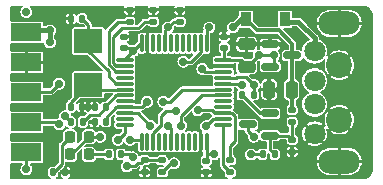
<source format=gbr>
G04 #@! TF.GenerationSoftware,KiCad,Pcbnew,6.0.11+dfsg-1*
G04 #@! TF.CreationDate,2023-04-16T09:36:04+08:00*
G04 #@! TF.ProjectId,stlink,73746c69-6e6b-42e6-9b69-6361645f7063,g*
G04 #@! TF.SameCoordinates,PX5c07920PY68e7780*
G04 #@! TF.FileFunction,Copper,L1,Top*
G04 #@! TF.FilePolarity,Positive*
%FSLAX46Y46*%
G04 Gerber Fmt 4.6, Leading zero omitted, Abs format (unit mm)*
G04 Created by KiCad (PCBNEW 6.0.11+dfsg-1) date 2023-04-16 09:36:04*
%MOMM*%
%LPD*%
G01*
G04 APERTURE LIST*
G04 Aperture macros list*
%AMRoundRect*
0 Rectangle with rounded corners*
0 $1 Rounding radius*
0 $2 $3 $4 $5 $6 $7 $8 $9 X,Y pos of 4 corners*
0 Add a 4 corners polygon primitive as box body*
4,1,4,$2,$3,$4,$5,$6,$7,$8,$9,$2,$3,0*
0 Add four circle primitives for the rounded corners*
1,1,$1+$1,$2,$3*
1,1,$1+$1,$4,$5*
1,1,$1+$1,$6,$7*
1,1,$1+$1,$8,$9*
0 Add four rect primitives between the rounded corners*
20,1,$1+$1,$2,$3,$4,$5,0*
20,1,$1+$1,$4,$5,$6,$7,0*
20,1,$1+$1,$6,$7,$8,$9,0*
20,1,$1+$1,$8,$9,$2,$3,0*%
G04 Aperture macros list end*
G04 #@! TA.AperFunction,SMDPad,CuDef*
%ADD10RoundRect,0.150000X-0.587500X-0.150000X0.587500X-0.150000X0.587500X0.150000X-0.587500X0.150000X0*%
G04 #@! TD*
G04 #@! TA.AperFunction,SMDPad,CuDef*
%ADD11RoundRect,0.250000X0.250000X0.475000X-0.250000X0.475000X-0.250000X-0.475000X0.250000X-0.475000X0*%
G04 #@! TD*
G04 #@! TA.AperFunction,SMDPad,CuDef*
%ADD12RoundRect,0.250000X0.475000X-0.250000X0.475000X0.250000X-0.475000X0.250000X-0.475000X-0.250000X0*%
G04 #@! TD*
G04 #@! TA.AperFunction,SMDPad,CuDef*
%ADD13RoundRect,0.135000X0.135000X0.185000X-0.135000X0.185000X-0.135000X-0.185000X0.135000X-0.185000X0*%
G04 #@! TD*
G04 #@! TA.AperFunction,SMDPad,CuDef*
%ADD14RoundRect,0.140000X0.170000X-0.140000X0.170000X0.140000X-0.170000X0.140000X-0.170000X-0.140000X0*%
G04 #@! TD*
G04 #@! TA.AperFunction,SMDPad,CuDef*
%ADD15RoundRect,0.140000X-0.170000X0.140000X-0.170000X-0.140000X0.170000X-0.140000X0.170000X0.140000X0*%
G04 #@! TD*
G04 #@! TA.AperFunction,SMDPad,CuDef*
%ADD16RoundRect,0.140000X0.140000X0.170000X-0.140000X0.170000X-0.140000X-0.170000X0.140000X-0.170000X0*%
G04 #@! TD*
G04 #@! TA.AperFunction,SMDPad,CuDef*
%ADD17RoundRect,0.140000X-0.140000X-0.170000X0.140000X-0.170000X0.140000X0.170000X-0.140000X0.170000X0*%
G04 #@! TD*
G04 #@! TA.AperFunction,SMDPad,CuDef*
%ADD18RoundRect,0.218750X-0.218750X-0.256250X0.218750X-0.256250X0.218750X0.256250X-0.218750X0.256250X0*%
G04 #@! TD*
G04 #@! TA.AperFunction,SMDPad,CuDef*
%ADD19RoundRect,0.135000X-0.135000X-0.185000X0.135000X-0.185000X0.135000X0.185000X-0.135000X0.185000X0*%
G04 #@! TD*
G04 #@! TA.AperFunction,SMDPad,CuDef*
%ADD20R,0.900000X1.200000*%
G04 #@! TD*
G04 #@! TA.AperFunction,SMDPad,CuDef*
%ADD21RoundRect,0.075000X-0.662500X-0.075000X0.662500X-0.075000X0.662500X0.075000X-0.662500X0.075000X0*%
G04 #@! TD*
G04 #@! TA.AperFunction,SMDPad,CuDef*
%ADD22RoundRect,0.075000X-0.075000X-0.662500X0.075000X-0.662500X0.075000X0.662500X-0.075000X0.662500X0*%
G04 #@! TD*
G04 #@! TA.AperFunction,ComponentPad*
%ADD23C,1.800000*%
G04 #@! TD*
G04 #@! TA.AperFunction,ComponentPad*
%ADD24O,3.500000X2.000000*%
G04 #@! TD*
G04 #@! TA.AperFunction,ComponentPad*
%ADD25C,2.200000*%
G04 #@! TD*
G04 #@! TA.AperFunction,SMDPad,CuDef*
%ADD26RoundRect,0.135000X-0.185000X0.135000X-0.185000X-0.135000X0.185000X-0.135000X0.185000X0.135000X0*%
G04 #@! TD*
G04 #@! TA.AperFunction,SMDPad,CuDef*
%ADD27RoundRect,0.135000X0.185000X-0.135000X0.185000X0.135000X-0.185000X0.135000X-0.185000X-0.135000X0*%
G04 #@! TD*
G04 #@! TA.AperFunction,SMDPad,CuDef*
%ADD28RoundRect,0.150000X0.587500X0.150000X-0.587500X0.150000X-0.587500X-0.150000X0.587500X-0.150000X0*%
G04 #@! TD*
G04 #@! TA.AperFunction,SMDPad,CuDef*
%ADD29R,2.400000X2.000000*%
G04 #@! TD*
G04 #@! TA.AperFunction,SMDPad,CuDef*
%ADD30R,2.540000X1.524000*%
G04 #@! TD*
G04 #@! TA.AperFunction,ViaPad*
%ADD31C,0.700000*%
G04 #@! TD*
G04 #@! TA.AperFunction,Conductor*
%ADD32C,0.228600*%
G04 #@! TD*
G04 #@! TA.AperFunction,Conductor*
%ADD33C,0.381000*%
G04 #@! TD*
G04 #@! TA.AperFunction,Conductor*
%ADD34C,0.304800*%
G04 #@! TD*
G04 APERTURE END LIST*
D10*
G04 #@! TO.P,U1,1,GND*
G04 #@! TO.N,GND*
X34642500Y24082000D03*
G04 #@! TO.P,U1,2,VO*
G04 #@! TO.N,+3V3*
X34642500Y22182000D03*
G04 #@! TO.P,U1,3,VI*
G04 #@! TO.N,+5V*
X36517500Y23132000D03*
G04 #@! TD*
D11*
G04 #@! TO.P,C4,1*
G04 #@! TO.N,+5V*
X36450000Y20250000D03*
G04 #@! TO.P,C4,2*
G04 #@! TO.N,GND*
X34550000Y20250000D03*
G04 #@! TD*
D12*
G04 #@! TO.P,C5,1*
G04 #@! TO.N,+3V3*
X32650000Y22182000D03*
G04 #@! TO.P,C5,2*
G04 #@! TO.N,GND*
X32650000Y24082000D03*
G04 #@! TD*
D13*
G04 #@! TO.P,R3,1*
G04 #@! TO.N,D+*
X33260000Y19800000D03*
G04 #@! TO.P,R3,2*
G04 #@! TO.N,Net-(Q1-Pad2)*
X32240000Y19800000D03*
G04 #@! TD*
D14*
G04 #@! TO.P,C6,1*
G04 #@! TO.N,+3V3*
X22250000Y23770000D03*
G04 #@! TO.P,C6,2*
G04 #@! TO.N,GND*
X22250000Y24730000D03*
G04 #@! TD*
G04 #@! TO.P,C7,1*
G04 #@! TO.N,+3V3*
X30750000Y23770000D03*
G04 #@! TO.P,C7,2*
G04 #@! TO.N,GND*
X30750000Y24730000D03*
G04 #@! TD*
D15*
G04 #@! TO.P,C8,1*
G04 #@! TO.N,+3V3*
X29230000Y14214000D03*
G04 #@! TO.P,C8,2*
G04 #@! TO.N,GND*
X29230000Y13254000D03*
G04 #@! TD*
D16*
G04 #@! TO.P,C9,1*
G04 #@! TO.N,+3V3*
X20730000Y17500000D03*
G04 #@! TO.P,C9,2*
G04 #@! TO.N,GND*
X19770000Y17500000D03*
G04 #@! TD*
G04 #@! TO.P,C2,1*
G04 #@! TO.N,Net-(C2-Pad1)*
X18730000Y26250000D03*
G04 #@! TO.P,C2,2*
G04 #@! TO.N,GND*
X17770000Y26250000D03*
G04 #@! TD*
D17*
G04 #@! TO.P,C3,1*
G04 #@! TO.N,Net-(C3-Pad1)*
X17770000Y18750000D03*
G04 #@! TO.P,C3,2*
G04 #@! TO.N,GND*
X18730000Y18750000D03*
G04 #@! TD*
D18*
G04 #@! TO.P,D2,1,K*
G04 #@! TO.N,LED*
X17712500Y14750000D03*
G04 #@! TO.P,D2,2,A*
G04 #@! TO.N,Net-(D2-Pad2)*
X19287500Y14750000D03*
G04 #@! TD*
G04 #@! TO.P,D3,1,K*
G04 #@! TO.N,Net-(D3-Pad1)*
X17712500Y16250000D03*
G04 #@! TO.P,D3,2,A*
G04 #@! TO.N,LED*
X19287500Y16250000D03*
G04 #@! TD*
D19*
G04 #@! TO.P,R12,1*
G04 #@! TO.N,Net-(D2-Pad2)*
X20990000Y14750000D03*
G04 #@! TO.P,R12,2*
G04 #@! TO.N,+3V3*
X22010000Y14750000D03*
G04 #@! TD*
D20*
G04 #@! TO.P,D1,1,K*
G04 #@! TO.N,+5V*
X32600000Y26180000D03*
G04 #@! TO.P,D1,2,A*
G04 #@! TO.N,VBUS*
X35900000Y26180000D03*
G04 #@! TD*
D21*
G04 #@! TO.P,U2,1,VBAT*
G04 #@! TO.N,+3V3*
X22337500Y22750000D03*
G04 #@! TO.P,U2,2,PC13*
G04 #@! TO.N,Net-(R7-Pad2)*
X22337500Y22250000D03*
G04 #@! TO.P,U2,3,PC14*
G04 #@! TO.N,Net-(R8-Pad2)*
X22337500Y21750000D03*
G04 #@! TO.P,U2,4,PC15*
G04 #@! TO.N,unconnected-(U2-Pad4)*
X22337500Y21250000D03*
G04 #@! TO.P,U2,5,PD0*
G04 #@! TO.N,Net-(C2-Pad1)*
X22337500Y20750000D03*
G04 #@! TO.P,U2,6,PD1*
G04 #@! TO.N,Net-(C3-Pad1)*
X22337500Y20250000D03*
G04 #@! TO.P,U2,7,NRST*
G04 #@! TO.N,Net-(C1-Pad1)*
X22337500Y19750000D03*
G04 #@! TO.P,U2,8,VSSA*
G04 #@! TO.N,GND*
X22337500Y19250000D03*
G04 #@! TO.P,U2,9,VDDA*
G04 #@! TO.N,+3V3*
X22337500Y18750000D03*
G04 #@! TO.P,U2,10,PA0*
G04 #@! TO.N,Net-(R10-Pad1)*
X22337500Y18250000D03*
G04 #@! TO.P,U2,11,PA1*
G04 #@! TO.N,unconnected-(U2-Pad11)*
X22337500Y17750000D03*
G04 #@! TO.P,U2,12,PA2*
G04 #@! TO.N,T_TX*
X22337500Y17250000D03*
D22*
G04 #@! TO.P,U2,13,PA3*
G04 #@! TO.N,T_RX*
X23750000Y15837500D03*
G04 #@! TO.P,U2,14,PA4*
G04 #@! TO.N,unconnected-(U2-Pad14)*
X24250000Y15837500D03*
G04 #@! TO.P,U2,15,PA5*
G04 #@! TO.N,T_CLK*
X24750000Y15837500D03*
G04 #@! TO.P,U2,16,PA6*
G04 #@! TO.N,unconnected-(U2-Pad16)*
X25250000Y15837500D03*
G04 #@! TO.P,U2,17,PA7*
G04 #@! TO.N,unconnected-(U2-Pad17)*
X25750000Y15837500D03*
G04 #@! TO.P,U2,18,PB0*
G04 #@! TO.N,T_RST*
X26250000Y15837500D03*
G04 #@! TO.P,U2,19,PB1*
G04 #@! TO.N,unconnected-(U2-Pad19)*
X26750000Y15837500D03*
G04 #@! TO.P,U2,20,PB2*
G04 #@! TO.N,unconnected-(U2-Pad20)*
X27250000Y15837500D03*
G04 #@! TO.P,U2,21,PB10*
G04 #@! TO.N,unconnected-(U2-Pad21)*
X27750000Y15837500D03*
G04 #@! TO.P,U2,22,PB11*
G04 #@! TO.N,unconnected-(U2-Pad22)*
X28250000Y15837500D03*
G04 #@! TO.P,U2,23,VSS*
G04 #@! TO.N,GND*
X28750000Y15837500D03*
G04 #@! TO.P,U2,24,VDD*
G04 #@! TO.N,+3V3*
X29250000Y15837500D03*
D21*
G04 #@! TO.P,U2,25,PB12*
G04 #@! TO.N,Net-(R9-Pad1)*
X30662500Y17250000D03*
G04 #@! TO.P,U2,26,PB13*
G04 #@! TO.N,T_CLK*
X30662500Y17750000D03*
G04 #@! TO.P,U2,27,PB14*
G04 #@! TO.N,T_DIO*
X30662500Y18250000D03*
G04 #@! TO.P,U2,28,PB15*
G04 #@! TO.N,unconnected-(U2-Pad28)*
X30662500Y18750000D03*
G04 #@! TO.P,U2,29,PA8*
G04 #@! TO.N,unconnected-(U2-Pad29)*
X30662500Y19250000D03*
G04 #@! TO.P,U2,30,PA9*
G04 #@! TO.N,LED*
X30662500Y19750000D03*
G04 #@! TO.P,U2,31,PA10*
G04 #@! TO.N,T_SWO*
X30662500Y20250000D03*
G04 #@! TO.P,U2,32,PA11*
G04 #@! TO.N,D-*
X30662500Y20750000D03*
G04 #@! TO.P,U2,33,PA12*
G04 #@! TO.N,D+*
X30662500Y21250000D03*
G04 #@! TO.P,U2,34,PA13*
G04 #@! TO.N,DIO*
X30662500Y21750000D03*
G04 #@! TO.P,U2,35,VSS*
G04 #@! TO.N,GND*
X30662500Y22250000D03*
G04 #@! TO.P,U2,36,VDD*
G04 #@! TO.N,+3V3*
X30662500Y22750000D03*
D22*
G04 #@! TO.P,U2,37,PA14*
G04 #@! TO.N,CLK*
X29250000Y24162500D03*
G04 #@! TO.P,U2,38,PA15*
G04 #@! TO.N,RENUM*
X28750000Y24162500D03*
G04 #@! TO.P,U2,39,PB3*
G04 #@! TO.N,unconnected-(U2-Pad39)*
X28250000Y24162500D03*
G04 #@! TO.P,U2,40,PB4*
G04 #@! TO.N,unconnected-(U2-Pad40)*
X27750000Y24162500D03*
G04 #@! TO.P,U2,41,PB5*
G04 #@! TO.N,unconnected-(U2-Pad41)*
X27250000Y24162500D03*
G04 #@! TO.P,U2,42,PB6*
G04 #@! TO.N,unconnected-(U2-Pad42)*
X26750000Y24162500D03*
G04 #@! TO.P,U2,43,PB7*
G04 #@! TO.N,unconnected-(U2-Pad43)*
X26250000Y24162500D03*
G04 #@! TO.P,U2,44,BOOT0*
G04 #@! TO.N,B0*
X25750000Y24162500D03*
G04 #@! TO.P,U2,45,PB8*
G04 #@! TO.N,unconnected-(U2-Pad45)*
X25250000Y24162500D03*
G04 #@! TO.P,U2,46,PB9*
G04 #@! TO.N,unconnected-(U2-Pad46)*
X24750000Y24162500D03*
G04 #@! TO.P,U2,47,VSS*
G04 #@! TO.N,GND*
X24250000Y24162500D03*
G04 #@! TO.P,U2,48,VDD*
G04 #@! TO.N,+3V3*
X23750000Y24162500D03*
G04 #@! TD*
D23*
G04 #@! TO.P,J1,1,VBUS*
G04 #@! TO.N,VBUS*
X38400000Y23500000D03*
G04 #@! TO.P,J1,2,D-*
G04 #@! TO.N,D-*
X38400000Y21000000D03*
G04 #@! TO.P,J1,3,D+*
G04 #@! TO.N,D+*
X38400000Y19000000D03*
G04 #@! TO.P,J1,4,GND*
G04 #@! TO.N,GND*
X38400000Y16500000D03*
D24*
G04 #@! TO.P,J1,5,Shield*
X40500000Y14150000D03*
X40500000Y25850000D03*
D25*
X40500000Y17700000D03*
X40500000Y22300000D03*
G04 #@! TD*
D16*
G04 #@! TO.P,C1,1*
G04 #@! TO.N,Net-(C1-Pad1)*
X20730000Y18750000D03*
G04 #@! TO.P,C1,2*
G04 #@! TO.N,GND*
X19770000Y18750000D03*
G04 #@! TD*
D13*
G04 #@! TO.P,R1,1*
G04 #@! TO.N,Net-(C1-Pad1)*
X18760000Y17500000D03*
G04 #@! TO.P,R1,2*
G04 #@! TO.N,+3V3*
X17740000Y17500000D03*
G04 #@! TD*
D26*
G04 #@! TO.P,R2,1*
G04 #@! TO.N,GND*
X27000000Y27010000D03*
G04 #@! TO.P,R2,2*
G04 #@! TO.N,B0*
X27000000Y25990000D03*
G04 #@! TD*
D27*
G04 #@! TO.P,R9,1*
G04 #@! TO.N,Net-(R9-Pad1)*
X31262000Y13224000D03*
G04 #@! TO.P,R9,2*
G04 #@! TO.N,T_DIO*
X31262000Y14244000D03*
G04 #@! TD*
D28*
G04 #@! TO.P,Q1,1,B*
G04 #@! TO.N,Net-(Q1-Pad1)*
X34612500Y16340000D03*
G04 #@! TO.P,Q1,2,E*
G04 #@! TO.N,Net-(Q1-Pad2)*
X34612500Y18240000D03*
G04 #@! TO.P,Q1,3,C*
G04 #@! TO.N,+3V3*
X32737500Y17290000D03*
G04 #@! TD*
D27*
G04 #@! TO.P,R4,1*
G04 #@! TO.N,Net-(Q1-Pad1)*
X36500000Y17490000D03*
G04 #@! TO.P,R4,2*
G04 #@! TO.N,+5V*
X36500000Y18510000D03*
G04 #@! TD*
G04 #@! TO.P,R5,1*
G04 #@! TO.N,GND*
X36500000Y14990000D03*
G04 #@! TO.P,R5,2*
G04 #@! TO.N,Net-(Q1-Pad1)*
X36500000Y16010000D03*
G04 #@! TD*
D26*
G04 #@! TO.P,R7,1*
G04 #@! TO.N,GND*
X24750000Y27010000D03*
G04 #@! TO.P,R7,2*
G04 #@! TO.N,Net-(R7-Pad2)*
X24750000Y25990000D03*
G04 #@! TD*
G04 #@! TO.P,R8,1*
G04 #@! TO.N,GND*
X22750000Y27010000D03*
G04 #@! TO.P,R8,2*
G04 #@! TO.N,Net-(R8-Pad2)*
X22750000Y25990000D03*
G04 #@! TD*
G04 #@! TO.P,R10,1*
G04 #@! TO.N,Net-(R10-Pad1)*
X25500000Y14260000D03*
G04 #@! TO.P,R10,2*
G04 #@! TO.N,Net-(JP1-Pad2)*
X25500000Y13240000D03*
G04 #@! TD*
D19*
G04 #@! TO.P,R6,1*
G04 #@! TO.N,RENUM*
X33990000Y14750000D03*
G04 #@! TO.P,R6,2*
G04 #@! TO.N,Net-(Q1-Pad1)*
X35010000Y14750000D03*
G04 #@! TD*
D29*
G04 #@! TO.P,Y1,1,1*
G04 #@! TO.N,Net-(C2-Pad1)*
X19250000Y24350000D03*
G04 #@! TO.P,Y1,2,2*
G04 #@! TO.N,Net-(C3-Pad1)*
X19250000Y20650000D03*
G04 #@! TD*
D13*
G04 #@! TO.P,R13,1*
G04 #@! TO.N,GND*
X17310000Y13250000D03*
G04 #@! TO.P,R13,2*
G04 #@! TO.N,Net-(D3-Pad1)*
X16290000Y13250000D03*
G04 #@! TD*
D27*
G04 #@! TO.P,R11,1*
G04 #@! TO.N,GND*
X24000000Y13240000D03*
G04 #@! TO.P,R11,2*
G04 #@! TO.N,Net-(R10-Pad1)*
X24000000Y14260000D03*
G04 #@! TD*
D30*
G04 #@! TO.P,J2,2,Pin_2*
G04 #@! TO.N,+3V3*
X14000000Y25080000D03*
G04 #@! TO.P,J2,4,Pin_4*
G04 #@! TO.N,GND*
X14000000Y22540000D03*
G04 #@! TO.P,J2,6,Pin_6*
G04 #@! TO.N,T_DIO*
X14000000Y20000000D03*
G04 #@! TO.P,J2,8,Pin_8*
G04 #@! TO.N,T_RST*
X14000000Y17460000D03*
G04 #@! TO.P,J2,10,Pin_10*
G04 #@! TO.N,T_RX*
X14000000Y14920000D03*
G04 #@! TD*
D31*
G04 #@! TO.N,GND*
X36850000Y25037000D03*
X42500000Y24000000D03*
X42500000Y20000000D03*
X38000000Y26000000D03*
X24900000Y19900000D03*
X42500000Y15800000D03*
X16600000Y16300000D03*
X18500000Y13250000D03*
X27325000Y13250000D03*
X26000000Y22250000D03*
X35427600Y20236400D03*
X33040000Y13480000D03*
X19250000Y18750000D03*
X23000000Y24750000D03*
X35699941Y24018606D03*
X24750000Y22250000D03*
X19250000Y22500000D03*
G04 #@! TO.N,+5V*
X13990000Y26815000D03*
X31500000Y25500000D03*
G04 #@! TO.N,+3V3*
X34945000Y23132000D03*
X17286622Y17999861D03*
X33250000Y16250000D03*
X16000000Y24250000D03*
X24200000Y19200000D03*
X23000000Y23500000D03*
X33675000Y23132000D03*
X23000000Y14500000D03*
X29865000Y14750000D03*
X16000000Y25250000D03*
G04 #@! TO.N,D-*
X32230000Y20640000D03*
G04 #@! TO.N,D+*
X33260000Y20640000D03*
G04 #@! TO.N,LED*
X20250000Y16250000D03*
X27100000Y17200000D03*
G04 #@! TO.N,T_DIO*
X16772402Y20750000D03*
X28500000Y18500000D03*
G04 #@! TO.N,T_CLK*
X29210000Y17145000D03*
X26670000Y18415000D03*
G04 #@! TO.N,CLK*
X29500000Y25500000D03*
G04 #@! TO.N,T_RX*
X22750000Y16000000D03*
X14000000Y13500000D03*
G04 #@! TO.N,T_TX*
X21750000Y16000000D03*
G04 #@! TO.N,T_RST*
X16800000Y17300000D03*
X26000000Y17200000D03*
G04 #@! TO.N,T_SWO*
X25600000Y19200000D03*
G04 #@! TO.N,DIO*
X28900000Y22000000D03*
G04 #@! TO.N,B0*
X26000000Y25500000D03*
G04 #@! TO.N,RENUM*
X33000000Y14750000D03*
X27300000Y22600000D03*
G04 #@! TO.N,Net-(R10-Pad1)*
X24500000Y17200000D03*
X22500000Y13750000D03*
G04 #@! TO.N,Net-(JP1-Pad2)*
X26500000Y14000000D03*
G04 #@! TD*
D32*
G04 #@! TO.N,GND*
X19770000Y18750000D02*
X19250000Y18750000D01*
D33*
G04 #@! TO.N,+5V*
X32180000Y26180000D02*
X31500000Y25500000D01*
X32600000Y26180000D02*
X32180000Y26180000D01*
D34*
X36517500Y23132000D02*
X36517500Y24127075D01*
X35369375Y25275200D02*
X33504800Y25275200D01*
X36517500Y24127075D02*
X35369375Y25275200D01*
X36500000Y18510000D02*
X36500000Y20200000D01*
X33504800Y25275200D02*
X32600000Y26180000D01*
X36450000Y20250000D02*
X36450000Y23064500D01*
D32*
G04 #@! TO.N,+3V3*
X34945000Y23132000D02*
X34945000Y22484500D01*
X29845000Y14770000D02*
X29250000Y14770000D01*
X23750000Y24162500D02*
X23662500Y24162500D01*
X30750000Y22837500D02*
X30662500Y22750000D01*
X22337500Y18750000D02*
X21616746Y18750000D01*
X34945000Y23132000D02*
X33675000Y23132000D01*
X32750000Y22182000D02*
X32182000Y22750000D01*
X29250000Y14770000D02*
X29250000Y14234000D01*
X34945000Y22484500D02*
X34642500Y22182000D01*
X32182000Y22750000D02*
X30662500Y22750000D01*
X22750000Y14750000D02*
X23000000Y14500000D01*
X30750000Y23765000D02*
X30750000Y22837500D01*
X20735000Y17868254D02*
X20735000Y17500000D01*
X22735000Y23765000D02*
X23000000Y23500000D01*
X22337500Y22750000D02*
X22337500Y22837500D01*
X23750000Y18750000D02*
X22337500Y18750000D01*
X29250000Y14250000D02*
X29230000Y14230000D01*
X32737500Y17290000D02*
X32737500Y16762500D01*
X21616746Y18750000D02*
X20735000Y17868254D01*
X22250000Y23765000D02*
X22735000Y23765000D01*
X29250000Y15837500D02*
X29250000Y14770000D01*
X32750000Y22207000D02*
X33675000Y23132000D01*
X17740000Y17500000D02*
X17286622Y17953378D01*
X21985000Y14750000D02*
X22750000Y14750000D01*
D33*
X16000000Y25250000D02*
X14170000Y25250000D01*
D32*
X22337500Y22837500D02*
X23000000Y23500000D01*
X29865000Y14750000D02*
X29845000Y14770000D01*
X17286622Y17953378D02*
X17286622Y17999861D01*
X32737500Y16762500D02*
X33250000Y16250000D01*
X24200000Y19200000D02*
X23750000Y18750000D01*
D33*
X16000000Y25250000D02*
X16000000Y24250000D01*
D32*
X23662500Y24162500D02*
X23000000Y23500000D01*
X29250000Y14234000D02*
X29230000Y14214000D01*
D33*
G04 #@! TO.N,VBUS*
X35900000Y26000000D02*
X37000000Y26000000D01*
X37000000Y26000000D02*
X38400000Y24600000D01*
X38400000Y24600000D02*
X38400000Y23500000D01*
D32*
G04 #@! TO.N,D-*
X30662500Y20750000D02*
X32120000Y20750000D01*
X32120000Y20750000D02*
X32230000Y20640000D01*
G04 #@! TO.N,D+*
X33260000Y20640000D02*
X32585000Y21315000D01*
X33260000Y19800000D02*
X33260000Y20640000D01*
X32585000Y21315000D02*
X31835000Y21315000D01*
X31770000Y21250000D02*
X30662500Y21250000D01*
X31835000Y21315000D02*
X31770000Y21250000D01*
G04 #@! TO.N,Net-(D2-Pad2)*
X21015000Y14750000D02*
X19287500Y14750000D01*
G04 #@! TO.N,LED*
X27100000Y17200000D02*
X27100000Y17973561D01*
X27100000Y17973561D02*
X28876439Y19750000D01*
X28876439Y19750000D02*
X30662500Y19750000D01*
X17787500Y14750000D02*
X19287500Y16250000D01*
X20250000Y16250000D02*
X19287500Y16250000D01*
G04 #@! TO.N,Net-(D3-Pad1)*
X17712500Y16250000D02*
X17008290Y15545790D01*
X17008290Y13943290D02*
X16315000Y13250000D01*
X17008290Y15545790D02*
X17008290Y13943290D01*
G04 #@! TO.N,T_DIO*
X31262000Y15464580D02*
X31666710Y15869290D01*
X16102402Y20080000D02*
X16772402Y20750000D01*
X31400000Y18250000D02*
X31666710Y17983290D01*
X31262000Y14244000D02*
X31262000Y15464580D01*
X16102402Y20080000D02*
X14080000Y20080000D01*
X29691746Y18500000D02*
X29941746Y18250000D01*
X31666710Y17983290D02*
X31666710Y15869290D01*
X29941746Y18250000D02*
X30662500Y18250000D01*
X28500000Y18500000D02*
X29691746Y18500000D01*
X30662500Y18250000D02*
X31400000Y18250000D01*
G04 #@! TO.N,T_CLK*
X25785000Y18415000D02*
X26670000Y18415000D01*
X24750000Y16558237D02*
X25340000Y17148237D01*
X24750000Y15837500D02*
X24750000Y16558237D01*
X25380000Y17188237D02*
X25380000Y18010000D01*
X25340000Y17148237D02*
X25380000Y17188237D01*
X25380000Y18010000D02*
X25785000Y18415000D01*
X29815000Y17750000D02*
X30662500Y17750000D01*
X29210000Y17145000D02*
X29815000Y17750000D01*
G04 #@! TO.N,CLK*
X29250000Y24162500D02*
X29250000Y25250000D01*
X29250000Y25250000D02*
X29500000Y25500000D01*
G04 #@! TO.N,T_RX*
X22750000Y16000000D02*
X23587500Y16000000D01*
X23587500Y16000000D02*
X23750000Y15837500D01*
X14000000Y13500000D02*
X14000000Y14920000D01*
G04 #@! TO.N,T_TX*
X22337500Y17250000D02*
X22337500Y16587500D01*
X22337500Y16587500D02*
X21750000Y16000000D01*
G04 #@! TO.N,T_RST*
X26250000Y15837500D02*
X26250000Y16950000D01*
X16640000Y17460000D02*
X16800000Y17300000D01*
X14000000Y17460000D02*
X16640000Y17460000D01*
X26250000Y16950000D02*
X26000000Y17200000D01*
G04 #@! TO.N,T_SWO*
X25600000Y19200000D02*
X26118561Y19200000D01*
X26118561Y19200000D02*
X27168561Y20250000D01*
X27168561Y20250000D02*
X30662500Y20250000D01*
G04 #@! TO.N,DIO*
X29150000Y21750000D02*
X28900000Y22000000D01*
X30662500Y21750000D02*
X29150000Y21750000D01*
G04 #@! TO.N,B0*
X25750000Y25250000D02*
X26000000Y25500000D01*
X25750000Y24162500D02*
X25750000Y25250000D01*
X26490000Y25990000D02*
X26000000Y25500000D01*
X27000000Y25990000D02*
X26490000Y25990000D01*
G04 #@! TO.N,Net-(Q1-Pad2)*
X33800000Y18240000D02*
X32240000Y19800000D01*
X34612500Y18240000D02*
X33800000Y18240000D01*
G04 #@! TO.N,Net-(Q1-Pad1)*
X34612500Y16340000D02*
X34612500Y15147500D01*
X36500000Y17490000D02*
X36500000Y16010000D01*
X34612500Y15147500D02*
X35010000Y14750000D01*
X36170000Y16340000D02*
X36500000Y16010000D01*
X34612500Y16340000D02*
X36170000Y16340000D01*
G04 #@! TO.N,RENUM*
X27925000Y22600000D02*
X28750000Y23425000D01*
X27300000Y22600000D02*
X27925000Y22600000D01*
X28750000Y23425000D02*
X28750000Y24162500D01*
X33000000Y14750000D02*
X33990000Y14750000D01*
G04 #@! TO.N,Net-(C1-Pad1)*
X20730000Y18750000D02*
X20113298Y18133298D01*
X19393298Y18133298D02*
X18760000Y17500000D01*
X22337500Y19750000D02*
X21600000Y19750000D01*
X20113298Y18133298D02*
X19393298Y18133298D01*
X21600000Y19750000D02*
X20730000Y18880000D01*
G04 #@! TO.N,Net-(C2-Pad1)*
X19250000Y24350000D02*
X19250000Y25735000D01*
X22337500Y20750000D02*
X21600000Y20750000D01*
X19250000Y25735000D02*
X18735000Y26250000D01*
X20952279Y21397721D02*
X20952279Y21836807D01*
X21600000Y20750000D02*
X20952279Y21397721D01*
X20952279Y21836807D02*
X19250000Y23539086D01*
G04 #@! TO.N,Net-(C3-Pad1)*
X17765000Y19165000D02*
X19250000Y20650000D01*
X17765000Y18750000D02*
X17765000Y19165000D01*
X22337500Y20250000D02*
X19650000Y20250000D01*
G04 #@! TO.N,Net-(R7-Pad2)*
X23463290Y25453290D02*
X22062508Y25453290D01*
X21333290Y22533456D02*
X21333290Y24724072D01*
X24000000Y25990000D02*
X23463290Y25453290D01*
X22062508Y25453290D02*
X21333290Y24724072D01*
X21616746Y22250000D02*
X21333290Y22533456D01*
X24000000Y25990000D02*
X24750000Y25990000D01*
X22337500Y22250000D02*
X21616746Y22250000D01*
G04 #@! TO.N,Net-(R8-Pad2)*
X21577916Y21750000D02*
X20952279Y22375637D01*
X21740000Y25990000D02*
X22750000Y25990000D01*
X20952279Y22375637D02*
X20952279Y25202279D01*
X20952279Y25202279D02*
X21740000Y25990000D01*
X22337500Y21750000D02*
X21577916Y21750000D01*
G04 #@! TO.N,Net-(R9-Pad1)*
X31262000Y13224000D02*
X30662500Y13823500D01*
X30662500Y13823500D02*
X30662500Y17250000D01*
G04 #@! TO.N,Net-(R10-Pad1)*
X23412718Y14000000D02*
X23162718Y13750000D01*
X23162718Y13750000D02*
X22500000Y13750000D01*
X24000000Y14260000D02*
X25500000Y14260000D01*
X23450000Y18250000D02*
X24500000Y17200000D01*
X22337500Y18250000D02*
X23450000Y18250000D01*
X23740000Y14000000D02*
X23412718Y14000000D01*
X24000000Y14260000D02*
X23740000Y14000000D01*
G04 #@! TO.N,Net-(JP1-Pad2)*
X26260000Y14000000D02*
X25500000Y13240000D01*
X26500000Y14000000D02*
X26260000Y14000000D01*
G04 #@! TD*
G04 #@! TA.AperFunction,Conductor*
G04 #@! TO.N,GND*
G36*
X16296965Y17175207D02*
G01*
X16317457Y17147888D01*
X16368662Y17031516D01*
X16372107Y17027418D01*
X16372108Y17027416D01*
X16402971Y16990700D01*
X16461354Y16921245D01*
X16581270Y16841423D01*
X16586388Y16839824D01*
X16590662Y16838489D01*
X16718769Y16798465D01*
X16792871Y16797107D01*
X16857436Y16795923D01*
X16857438Y16795923D01*
X16862798Y16795825D01*
X16867969Y16797235D01*
X16867971Y16797235D01*
X16956039Y16821245D01*
X17001779Y16833715D01*
X17082424Y16883231D01*
X17119970Y16906284D01*
X17119973Y16906286D01*
X17124539Y16909090D01*
X17128152Y16913081D01*
X17217612Y17011915D01*
X17221210Y17015890D01*
X17265087Y17106452D01*
X17301993Y17142279D01*
X17353298Y17146002D01*
X17385888Y17126882D01*
X17434319Y17078536D01*
X17439529Y17073335D01*
X17445879Y17070528D01*
X17445880Y17070527D01*
X17489048Y17051443D01*
X17537621Y17029969D01*
X17543239Y17029314D01*
X17556276Y17027794D01*
X17602251Y17004721D01*
X17622639Y16957494D01*
X17607900Y16908211D01*
X17564930Y16879932D01*
X17547567Y16877900D01*
X17458524Y16877900D01*
X17455808Y16877500D01*
X17455805Y16877500D01*
X17417771Y16871901D01*
X17385476Y16867147D01*
X17380232Y16864572D01*
X17380231Y16864572D01*
X17279988Y16815355D01*
X17279987Y16815354D01*
X17274412Y16812617D01*
X17270025Y16808223D01*
X17270023Y16808221D01*
X17195648Y16733715D01*
X17187000Y16725052D01*
X17184271Y16719468D01*
X17184269Y16719466D01*
X17151229Y16651872D01*
X17132665Y16613894D01*
X17128253Y16583652D01*
X17122497Y16544195D01*
X17122100Y16541476D01*
X17122100Y16068626D01*
X17104507Y16020288D01*
X17100074Y16015452D01*
X16843200Y15758578D01*
X16831805Y15749226D01*
X16815649Y15738431D01*
X16811535Y15732274D01*
X16811534Y15732273D01*
X16800742Y15716121D01*
X16800741Y15716119D01*
X16761034Y15656693D01*
X16756593Y15650047D01*
X16735854Y15545790D01*
X16737299Y15538526D01*
X16739645Y15526732D01*
X16741090Y15512061D01*
X16741090Y14085116D01*
X16723497Y14036778D01*
X16719064Y14031941D01*
X16432047Y13744925D01*
X16385427Y13723186D01*
X16378873Y13722900D01*
X16112228Y13722900D01*
X16110021Y13722637D01*
X16110014Y13722637D01*
X16093864Y13720715D01*
X16087124Y13719913D01*
X15989107Y13676376D01*
X15984205Y13671465D01*
X15984203Y13671464D01*
X15918362Y13605507D01*
X15913335Y13600471D01*
X15910528Y13594121D01*
X15910527Y13594120D01*
X15894275Y13557359D01*
X15869969Y13502379D01*
X15869314Y13496761D01*
X15867537Y13481516D01*
X15867100Y13477772D01*
X15867100Y13022228D01*
X15867363Y13020021D01*
X15867363Y13020014D01*
X15867788Y13016446D01*
X15870087Y12997124D01*
X15913624Y12899107D01*
X15918535Y12894205D01*
X15918536Y12894203D01*
X15984615Y12828240D01*
X15989529Y12823335D01*
X16049374Y12796878D01*
X16086470Y12761243D01*
X16091981Y12710099D01*
X16063328Y12667378D01*
X16018967Y12652900D01*
X12728100Y12652900D01*
X12679762Y12670493D01*
X12654042Y12715042D01*
X12652900Y12728100D01*
X12652900Y13929900D01*
X12670493Y13978238D01*
X12715042Y14003958D01*
X12728100Y14005100D01*
X13608342Y14005100D01*
X13656680Y13987507D01*
X13682400Y13942958D01*
X13673467Y13892300D01*
X13664707Y13880120D01*
X13578897Y13782959D01*
X13578895Y13782956D01*
X13575351Y13778943D01*
X13570614Y13768853D01*
X13517154Y13654988D01*
X13514129Y13648546D01*
X13513305Y13643256D01*
X13513305Y13643255D01*
X13509684Y13620000D01*
X13491967Y13506207D01*
X13492661Y13500900D01*
X13492661Y13500897D01*
X13500313Y13442379D01*
X13510645Y13363370D01*
X13568662Y13231516D01*
X13661354Y13121245D01*
X13683830Y13106284D01*
X13753149Y13060142D01*
X13781270Y13041423D01*
X13918769Y12998465D01*
X13991929Y12997124D01*
X14057436Y12995923D01*
X14057438Y12995923D01*
X14062798Y12995825D01*
X14067969Y12997235D01*
X14067971Y12997235D01*
X14147712Y13018975D01*
X14201779Y13033715D01*
X14283518Y13083903D01*
X14319970Y13106284D01*
X14319973Y13106286D01*
X14324539Y13109090D01*
X14421210Y13215890D01*
X14426795Y13227416D01*
X14481682Y13340704D01*
X14481682Y13340705D01*
X14484020Y13345530D01*
X14507919Y13487587D01*
X14508071Y13500000D01*
X14507659Y13502880D01*
X14488409Y13637296D01*
X14488408Y13637300D01*
X14487649Y13642599D01*
X14484835Y13648790D01*
X14441533Y13744027D01*
X14428026Y13773734D01*
X14419062Y13784138D01*
X14336357Y13880120D01*
X14335760Y13880814D01*
X14317535Y13928916D01*
X14334494Y13977480D01*
X14378702Y14003781D01*
X14392729Y14005101D01*
X15285056Y14005101D01*
X15329658Y14013972D01*
X15380234Y14047766D01*
X15414028Y14098342D01*
X15418832Y14122494D01*
X15422179Y14139318D01*
X15422179Y14139319D01*
X15422900Y14142943D01*
X15422899Y15697056D01*
X15414028Y15741658D01*
X15380234Y15792234D01*
X15348798Y15813239D01*
X15335817Y15821913D01*
X15335816Y15821914D01*
X15329658Y15826028D01*
X15309620Y15830014D01*
X15288682Y15834179D01*
X15288681Y15834179D01*
X15285057Y15834900D01*
X14721377Y15834900D01*
X12728100Y15834899D01*
X12679762Y15852492D01*
X12654042Y15897041D01*
X12652900Y15910099D01*
X12652900Y16469900D01*
X12670493Y16518238D01*
X12715042Y16543958D01*
X12728100Y16545100D01*
X14721290Y16545101D01*
X15285056Y16545101D01*
X15329658Y16553972D01*
X15380234Y16587766D01*
X15392787Y16606553D01*
X15409913Y16632183D01*
X15409914Y16632184D01*
X15414028Y16638342D01*
X15419193Y16664307D01*
X15422179Y16679318D01*
X15422179Y16679319D01*
X15422900Y16682943D01*
X15422900Y17117600D01*
X15440493Y17165938D01*
X15485042Y17191658D01*
X15498100Y17192800D01*
X16248627Y17192800D01*
X16296965Y17175207D01*
G37*
G04 #@! TD.AperFunction*
G04 #@! TA.AperFunction,Conductor*
G36*
X13679039Y27329507D02*
G01*
X13704759Y27284958D01*
X13695826Y27234300D01*
X13670828Y27208301D01*
X13665239Y27204775D01*
X13665235Y27204772D01*
X13660709Y27201916D01*
X13653550Y27193810D01*
X13568897Y27097959D01*
X13568895Y27097956D01*
X13565351Y27093943D01*
X13560614Y27083853D01*
X13515151Y26987021D01*
X13504129Y26963546D01*
X13481967Y26821207D01*
X13482661Y26815900D01*
X13482661Y26815897D01*
X13485870Y26791361D01*
X13500645Y26678370D01*
X13558662Y26546516D01*
X13562107Y26542418D01*
X13562108Y26542416D01*
X13605799Y26490439D01*
X13651354Y26436245D01*
X13673830Y26421284D01*
X13764405Y26360993D01*
X13771270Y26356423D01*
X13908769Y26313465D01*
X13982871Y26312107D01*
X14047436Y26310923D01*
X14047438Y26310923D01*
X14052798Y26310825D01*
X14057969Y26312235D01*
X14057971Y26312235D01*
X14133695Y26332880D01*
X14191779Y26348715D01*
X14244871Y26381314D01*
X14300809Y26415659D01*
X17337600Y26415659D01*
X17341297Y26405502D01*
X17346669Y26402400D01*
X17604341Y26402400D01*
X17614498Y26406097D01*
X17617600Y26411469D01*
X17617600Y26699140D01*
X17613903Y26709297D01*
X17608531Y26712399D01*
X17588773Y26712399D01*
X17584356Y26712137D01*
X17566663Y26710033D01*
X17555908Y26707077D01*
X17467856Y26667966D01*
X17456612Y26660238D01*
X17389463Y26592972D01*
X17381750Y26581707D01*
X17342800Y26493605D01*
X17339858Y26482814D01*
X17337852Y26465608D01*
X17337600Y26461269D01*
X17337600Y26415659D01*
X14300809Y26415659D01*
X14309970Y26421284D01*
X14309973Y26421286D01*
X14314539Y26424090D01*
X14411210Y26530890D01*
X14416795Y26542416D01*
X14471682Y26655704D01*
X14471682Y26655705D01*
X14474020Y26660530D01*
X14497919Y26802587D01*
X14498071Y26815000D01*
X14497571Y26818492D01*
X14495274Y26834532D01*
X22277600Y26834532D01*
X22277863Y26830090D01*
X22279915Y26812845D01*
X22282873Y26802085D01*
X22321227Y26715737D01*
X22328955Y26704493D01*
X22394902Y26638660D01*
X22406166Y26630948D01*
X22492572Y26592748D01*
X22503352Y26589810D01*
X22520142Y26587852D01*
X22524480Y26587600D01*
X22584341Y26587600D01*
X22594498Y26591297D01*
X22597600Y26596669D01*
X22597600Y26600859D01*
X22902400Y26600859D01*
X22906097Y26590702D01*
X22911469Y26587600D01*
X22975468Y26587600D01*
X22979910Y26587863D01*
X22997155Y26589915D01*
X23007915Y26592873D01*
X23094263Y26631227D01*
X23105507Y26638955D01*
X23171340Y26704902D01*
X23179052Y26716166D01*
X23217252Y26802572D01*
X23220190Y26813352D01*
X23222148Y26830142D01*
X23222400Y26834480D01*
X23222400Y26834532D01*
X24277600Y26834532D01*
X24277863Y26830090D01*
X24279915Y26812845D01*
X24282873Y26802085D01*
X24321227Y26715737D01*
X24328955Y26704493D01*
X24394902Y26638660D01*
X24406166Y26630948D01*
X24492572Y26592748D01*
X24503352Y26589810D01*
X24520142Y26587852D01*
X24524480Y26587600D01*
X24584341Y26587600D01*
X24594498Y26591297D01*
X24597600Y26596669D01*
X24597600Y26600859D01*
X24902400Y26600859D01*
X24906097Y26590702D01*
X24911469Y26587600D01*
X24975468Y26587600D01*
X24979910Y26587863D01*
X24997155Y26589915D01*
X25007915Y26592873D01*
X25094263Y26631227D01*
X25105507Y26638955D01*
X25171340Y26704902D01*
X25179052Y26716166D01*
X25217252Y26802572D01*
X25220190Y26813352D01*
X25222148Y26830142D01*
X25222400Y26834480D01*
X25222400Y26834532D01*
X26527600Y26834532D01*
X26527863Y26830090D01*
X26529915Y26812845D01*
X26532873Y26802085D01*
X26571227Y26715737D01*
X26578955Y26704493D01*
X26644902Y26638660D01*
X26656166Y26630948D01*
X26742572Y26592748D01*
X26753352Y26589810D01*
X26770142Y26587852D01*
X26774480Y26587600D01*
X26834341Y26587600D01*
X26844498Y26591297D01*
X26847600Y26596669D01*
X26847600Y26600859D01*
X27152400Y26600859D01*
X27156097Y26590702D01*
X27161469Y26587600D01*
X27225468Y26587600D01*
X27229910Y26587863D01*
X27247155Y26589915D01*
X27257915Y26592873D01*
X27344263Y26631227D01*
X27355507Y26638955D01*
X27421340Y26704902D01*
X27429052Y26716166D01*
X27467252Y26802572D01*
X27470190Y26813352D01*
X27472148Y26830142D01*
X27472400Y26834480D01*
X27472400Y26844341D01*
X27468703Y26854498D01*
X27463331Y26857600D01*
X27165659Y26857600D01*
X27155502Y26853903D01*
X27152400Y26848531D01*
X27152400Y26600859D01*
X26847600Y26600859D01*
X26847600Y26844341D01*
X26843903Y26854498D01*
X26838531Y26857600D01*
X26540859Y26857600D01*
X26530702Y26853903D01*
X26527600Y26848531D01*
X26527600Y26834532D01*
X25222400Y26834532D01*
X25222400Y26844341D01*
X25218703Y26854498D01*
X25213331Y26857600D01*
X24915659Y26857600D01*
X24905502Y26853903D01*
X24902400Y26848531D01*
X24902400Y26600859D01*
X24597600Y26600859D01*
X24597600Y26844341D01*
X24593903Y26854498D01*
X24588531Y26857600D01*
X24290859Y26857600D01*
X24280702Y26853903D01*
X24277600Y26848531D01*
X24277600Y26834532D01*
X23222400Y26834532D01*
X23222400Y26844341D01*
X23218703Y26854498D01*
X23213331Y26857600D01*
X22915659Y26857600D01*
X22905502Y26853903D01*
X22902400Y26848531D01*
X22902400Y26600859D01*
X22597600Y26600859D01*
X22597600Y26844341D01*
X22593903Y26854498D01*
X22588531Y26857600D01*
X22290859Y26857600D01*
X22280702Y26853903D01*
X22277600Y26848531D01*
X22277600Y26834532D01*
X14495274Y26834532D01*
X14478409Y26952296D01*
X14478408Y26952300D01*
X14477649Y26957599D01*
X14474697Y26964093D01*
X14420245Y27083853D01*
X14418026Y27088734D01*
X14413538Y27093943D01*
X14327487Y27193810D01*
X14327484Y27193813D01*
X14323993Y27197864D01*
X14319502Y27200775D01*
X14307127Y27208796D01*
X14276134Y27249851D01*
X14278781Y27301223D01*
X14313830Y27338874D01*
X14348029Y27347100D01*
X22224609Y27347100D01*
X22272947Y27329507D01*
X22298667Y27284958D01*
X22293387Y27241493D01*
X22282749Y27217431D01*
X22279810Y27206648D01*
X22277852Y27189858D01*
X22277600Y27185520D01*
X22277600Y27175659D01*
X22281297Y27165502D01*
X22286669Y27162400D01*
X23209141Y27162400D01*
X23219298Y27166097D01*
X23222400Y27171469D01*
X23222400Y27185468D01*
X23222137Y27189910D01*
X23220085Y27207155D01*
X23217128Y27217912D01*
X23206707Y27241374D01*
X23203164Y27292692D01*
X23233437Y27334281D01*
X23275433Y27347100D01*
X24224609Y27347100D01*
X24272947Y27329507D01*
X24298667Y27284958D01*
X24293387Y27241493D01*
X24282749Y27217431D01*
X24279810Y27206648D01*
X24277852Y27189858D01*
X24277600Y27185520D01*
X24277600Y27175659D01*
X24281297Y27165502D01*
X24286669Y27162400D01*
X25209141Y27162400D01*
X25219298Y27166097D01*
X25222400Y27171469D01*
X25222400Y27185468D01*
X25222137Y27189910D01*
X25220085Y27207155D01*
X25217128Y27217912D01*
X25206707Y27241374D01*
X25203164Y27292692D01*
X25233437Y27334281D01*
X25275433Y27347100D01*
X26474609Y27347100D01*
X26522947Y27329507D01*
X26548667Y27284958D01*
X26543387Y27241493D01*
X26532749Y27217431D01*
X26529810Y27206648D01*
X26527852Y27189858D01*
X26527600Y27185520D01*
X26527600Y27175659D01*
X26531297Y27165502D01*
X26536669Y27162400D01*
X27459141Y27162400D01*
X27469298Y27166097D01*
X27472400Y27171469D01*
X27472400Y27185468D01*
X27472137Y27189910D01*
X27470085Y27207155D01*
X27467128Y27217912D01*
X27456707Y27241374D01*
X27453164Y27292692D01*
X27483437Y27334281D01*
X27525433Y27347100D01*
X42469968Y27347100D01*
X42489430Y27344538D01*
X42500000Y27341706D01*
X42509562Y27344268D01*
X42519462Y27344268D01*
X42519462Y27343581D01*
X42528336Y27344309D01*
X42657892Y27331549D01*
X42672348Y27328673D01*
X42817083Y27284768D01*
X42830698Y27279129D01*
X42962284Y27208796D01*
X42964093Y27207829D01*
X42976351Y27199638D01*
X43093265Y27103688D01*
X43103688Y27093265D01*
X43199638Y26976351D01*
X43207828Y26964094D01*
X43278225Y26832391D01*
X43279128Y26830701D01*
X43284768Y26817083D01*
X43328336Y26673460D01*
X43328673Y26672349D01*
X43331549Y26657892D01*
X43344058Y26530890D01*
X43344309Y26528337D01*
X43343581Y26519462D01*
X43344268Y26519462D01*
X43344268Y26509562D01*
X43341706Y26500000D01*
X43344268Y26490439D01*
X43344538Y26489431D01*
X43347100Y26469968D01*
X43347100Y13530032D01*
X43344538Y13510570D01*
X43341706Y13500000D01*
X43344268Y13490438D01*
X43344268Y13480538D01*
X43343581Y13480538D01*
X43344309Y13471664D01*
X43331886Y13345530D01*
X43331549Y13342109D01*
X43328673Y13327652D01*
X43294771Y13215890D01*
X43284769Y13182919D01*
X43279129Y13169302D01*
X43209923Y13039824D01*
X43207829Y13035907D01*
X43199638Y13023649D01*
X43103688Y12906735D01*
X43093265Y12896312D01*
X42976351Y12800362D01*
X42964094Y12792172D01*
X42830698Y12720871D01*
X42817083Y12715232D01*
X42711525Y12683211D01*
X42672349Y12671327D01*
X42657892Y12668451D01*
X42528336Y12655691D01*
X42519462Y12656419D01*
X42519462Y12655732D01*
X42509562Y12655732D01*
X42500000Y12658294D01*
X42489431Y12655462D01*
X42469968Y12652900D01*
X31512718Y12652900D01*
X31464380Y12670493D01*
X31438660Y12715042D01*
X31447593Y12765700D01*
X31486998Y12798765D01*
X31503833Y12802773D01*
X31509270Y12803420D01*
X31514876Y12804087D01*
X31612893Y12847624D01*
X31617795Y12852535D01*
X31617797Y12852536D01*
X31683760Y12918615D01*
X31683761Y12918616D01*
X31688665Y12923529D01*
X31696218Y12940612D01*
X31721527Y12997861D01*
X31732031Y13021621D01*
X31733839Y13037124D01*
X31734648Y13044066D01*
X31734648Y13044067D01*
X31734900Y13046228D01*
X31734900Y13401772D01*
X31734457Y13405502D01*
X31732580Y13421270D01*
X31731913Y13426876D01*
X31688376Y13524893D01*
X31683465Y13529795D01*
X31683464Y13529797D01*
X31617385Y13595760D01*
X31617384Y13595761D01*
X31612471Y13600665D01*
X31606121Y13603472D01*
X31606120Y13603473D01*
X31519554Y13641743D01*
X31519555Y13641743D01*
X31514379Y13644031D01*
X31505375Y13645081D01*
X31491934Y13646648D01*
X31491933Y13646648D01*
X31489772Y13646900D01*
X31248126Y13646900D01*
X31199788Y13664493D01*
X31194952Y13668926D01*
X31171152Y13692726D01*
X31149412Y13739346D01*
X31162726Y13789033D01*
X31204863Y13818538D01*
X31224326Y13821100D01*
X31489772Y13821100D01*
X31491979Y13821363D01*
X31491986Y13821363D01*
X31509270Y13823420D01*
X31514876Y13824087D01*
X31612893Y13867624D01*
X31617795Y13872535D01*
X31617797Y13872536D01*
X31683760Y13938615D01*
X31683761Y13938616D01*
X31688665Y13943529D01*
X31695985Y13960085D01*
X31709480Y13990611D01*
X38608016Y13990611D01*
X38631515Y13853851D01*
X38633290Y13847229D01*
X38704212Y13654988D01*
X38707169Y13648790D01*
X38811931Y13472699D01*
X38815969Y13467141D01*
X38951066Y13313092D01*
X38956051Y13308361D01*
X39116964Y13181508D01*
X39122719Y13177771D01*
X39304059Y13082363D01*
X39310391Y13079740D01*
X39506087Y13018975D01*
X39512797Y13017549D01*
X39679144Y12997861D01*
X39683565Y12997600D01*
X40334341Y12997600D01*
X40344498Y13001297D01*
X40347600Y13006669D01*
X40347600Y13010859D01*
X40652400Y13010859D01*
X40656097Y13000702D01*
X40661469Y12997600D01*
X41302015Y12997600D01*
X41305429Y12997756D01*
X41457475Y13011728D01*
X41464227Y13012979D01*
X41661436Y13068598D01*
X41667843Y13071057D01*
X41851614Y13161683D01*
X41857472Y13165273D01*
X42021646Y13287867D01*
X42026750Y13292463D01*
X42165839Y13442929D01*
X42170014Y13448369D01*
X42279358Y13621668D01*
X42282472Y13627782D01*
X42358398Y13818090D01*
X42360352Y13824685D01*
X42392159Y13984595D01*
X42390515Y13995279D01*
X42387900Y13997572D01*
X42387751Y13997600D01*
X40665659Y13997600D01*
X40655502Y13993903D01*
X40652400Y13988531D01*
X40652400Y13010859D01*
X40347600Y13010859D01*
X40347600Y13984341D01*
X40343903Y13994498D01*
X40338531Y13997600D01*
X38620074Y13997600D01*
X38609917Y13993903D01*
X38608016Y13990611D01*
X31709480Y13990611D01*
X31719169Y14012527D01*
X31732031Y14041621D01*
X31734900Y14066228D01*
X31734900Y14421772D01*
X31731913Y14446876D01*
X31688376Y14544893D01*
X31683465Y14549795D01*
X31683464Y14549797D01*
X31617385Y14615760D01*
X31617384Y14615761D01*
X31612471Y14620665D01*
X31606121Y14623472D01*
X31606120Y14623473D01*
X31573993Y14637676D01*
X31536897Y14673312D01*
X31529200Y14706454D01*
X31529200Y15322754D01*
X31546793Y15371092D01*
X31551226Y15375928D01*
X31831800Y15656502D01*
X31843196Y15665855D01*
X31846429Y15668015D01*
X31859351Y15676649D01*
X31907228Y15748303D01*
X31918407Y15765033D01*
X31937116Y15859090D01*
X31937700Y15862025D01*
X31939145Y15869290D01*
X31935355Y15888344D01*
X31933910Y15903015D01*
X31933910Y16788844D01*
X31951503Y16837182D01*
X31996052Y16862902D01*
X32039515Y16857623D01*
X32079111Y16840118D01*
X32084729Y16839463D01*
X32102834Y16837352D01*
X32102835Y16837352D01*
X32104996Y16837100D01*
X32391309Y16837100D01*
X32439647Y16819507D01*
X32465367Y16774958D01*
X32466031Y16767363D01*
X32465064Y16762500D01*
X32466509Y16755236D01*
X32482241Y16676152D01*
X32485803Y16658243D01*
X32502761Y16632864D01*
X32544859Y16569859D01*
X32558284Y16560889D01*
X32561014Y16559065D01*
X32572410Y16549712D01*
X32731659Y16390463D01*
X32753399Y16343843D01*
X32752790Y16325720D01*
X32749494Y16304548D01*
X32741967Y16256207D01*
X32742661Y16250900D01*
X32742661Y16250897D01*
X32743159Y16247091D01*
X32760645Y16113370D01*
X32818662Y15981516D01*
X32822107Y15977418D01*
X32822108Y15977416D01*
X32861612Y15930420D01*
X32911354Y15871245D01*
X32965955Y15834900D01*
X33007683Y15807124D01*
X33031270Y15791423D01*
X33168769Y15748465D01*
X33242871Y15747107D01*
X33307436Y15745923D01*
X33307438Y15745923D01*
X33312798Y15745825D01*
X33317969Y15747235D01*
X33317971Y15747235D01*
X33393695Y15767880D01*
X33451779Y15783715D01*
X33510593Y15819827D01*
X33569970Y15856284D01*
X33569973Y15856286D01*
X33574539Y15859090D01*
X33648644Y15940959D01*
X33667612Y15961915D01*
X33671210Y15965890D01*
X33673894Y15971430D01*
X33674287Y15971812D01*
X33676541Y15975153D01*
X33677242Y15974680D01*
X33710804Y16007257D01*
X33762109Y16010977D01*
X33794695Y15991858D01*
X33845683Y15940959D01*
X33850907Y15935744D01*
X33857257Y15932937D01*
X33857258Y15932936D01*
X33876872Y15924265D01*
X33954111Y15890118D01*
X33959729Y15889463D01*
X33977834Y15887352D01*
X33977835Y15887352D01*
X33979996Y15887100D01*
X34270100Y15887100D01*
X34318438Y15869507D01*
X34344158Y15824958D01*
X34345300Y15811900D01*
X34345300Y15267892D01*
X34327707Y15219554D01*
X34283158Y15193834D01*
X34239695Y15199113D01*
X34192379Y15220031D01*
X34170028Y15222637D01*
X34169934Y15222648D01*
X34169933Y15222648D01*
X34167772Y15222900D01*
X33812228Y15222900D01*
X33810021Y15222637D01*
X33810014Y15222637D01*
X33793852Y15220713D01*
X33787124Y15219913D01*
X33689107Y15176376D01*
X33684205Y15171465D01*
X33684203Y15171464D01*
X33618240Y15105385D01*
X33613335Y15100471D01*
X33610528Y15094121D01*
X33610527Y15094120D01*
X33596324Y15061993D01*
X33560688Y15024897D01*
X33527546Y15017200D01*
X33468125Y15017200D01*
X33419787Y15034793D01*
X33411156Y15043312D01*
X33398131Y15058429D01*
X33367377Y15094120D01*
X33337487Y15128810D01*
X33337484Y15128813D01*
X33333993Y15132864D01*
X33329502Y15135775D01*
X33217604Y15208303D01*
X33217603Y15208303D01*
X33213111Y15211215D01*
X33136912Y15234003D01*
X33080232Y15250955D01*
X33080229Y15250955D01*
X33075098Y15252490D01*
X33069743Y15252523D01*
X33069741Y15252523D01*
X33004524Y15252921D01*
X32931047Y15253370D01*
X32925897Y15251898D01*
X32925896Y15251898D01*
X32885990Y15240493D01*
X32792539Y15213785D01*
X32788013Y15210929D01*
X32788010Y15210928D01*
X32686810Y15147075D01*
X32670709Y15136916D01*
X32663550Y15128810D01*
X32578897Y15032959D01*
X32578895Y15032956D01*
X32575351Y15028943D01*
X32514129Y14898546D01*
X32513305Y14893256D01*
X32513305Y14893255D01*
X32511900Y14884231D01*
X32491967Y14756207D01*
X32492661Y14750900D01*
X32492661Y14750897D01*
X32493605Y14743682D01*
X32510645Y14613370D01*
X32547342Y14529970D01*
X32559061Y14503337D01*
X32568662Y14481516D01*
X32572107Y14477418D01*
X32572108Y14477416D01*
X32617021Y14423986D01*
X32661354Y14371245D01*
X32711651Y14337765D01*
X32761293Y14304721D01*
X32781270Y14291423D01*
X32918769Y14248465D01*
X32992871Y14247107D01*
X33057436Y14245923D01*
X33057438Y14245923D01*
X33062798Y14245825D01*
X33067969Y14247235D01*
X33067971Y14247235D01*
X33147265Y14268853D01*
X33201779Y14283715D01*
X33262188Y14320806D01*
X33319970Y14356284D01*
X33319973Y14356286D01*
X33324539Y14359090D01*
X33414128Y14458066D01*
X33459608Y14482095D01*
X33469879Y14482800D01*
X33527567Y14482800D01*
X33575905Y14465207D01*
X33596292Y14438127D01*
X33613624Y14399107D01*
X33629896Y14382864D01*
X33684319Y14328536D01*
X33689529Y14323335D01*
X33695879Y14320528D01*
X33695880Y14320527D01*
X33729866Y14305502D01*
X33787621Y14279969D01*
X33793239Y14279314D01*
X33810066Y14277352D01*
X33810067Y14277352D01*
X33812228Y14277100D01*
X34167772Y14277100D01*
X34169979Y14277363D01*
X34169986Y14277363D01*
X34187270Y14279420D01*
X34192876Y14280087D01*
X34290893Y14323624D01*
X34295795Y14328535D01*
X34295797Y14328536D01*
X34361760Y14394615D01*
X34361761Y14394616D01*
X34366665Y14399529D01*
X34374359Y14416931D01*
X34395723Y14465257D01*
X34410031Y14497621D01*
X34412900Y14522228D01*
X34412900Y14787674D01*
X34430493Y14836012D01*
X34475042Y14861732D01*
X34525700Y14852799D01*
X34541274Y14840848D01*
X34565074Y14817048D01*
X34586814Y14770428D01*
X34587100Y14763874D01*
X34587100Y14522228D01*
X34587363Y14520021D01*
X34587363Y14520014D01*
X34589287Y14503852D01*
X34590087Y14497124D01*
X34633624Y14399107D01*
X34638535Y14394205D01*
X34638536Y14394203D01*
X34704615Y14328240D01*
X34709529Y14323335D01*
X34715879Y14320528D01*
X34715880Y14320527D01*
X34749866Y14305502D01*
X34807621Y14279969D01*
X34813239Y14279314D01*
X34830066Y14277352D01*
X34830067Y14277352D01*
X34832228Y14277100D01*
X35187772Y14277100D01*
X35189979Y14277363D01*
X35189986Y14277363D01*
X35207270Y14279420D01*
X35212876Y14280087D01*
X35292389Y14315405D01*
X38607841Y14315405D01*
X38609485Y14304721D01*
X38612100Y14302428D01*
X38612249Y14302400D01*
X40334341Y14302400D01*
X40344498Y14306097D01*
X40347600Y14311469D01*
X40347600Y14315659D01*
X40652400Y14315659D01*
X40656097Y14305502D01*
X40661469Y14302400D01*
X42379926Y14302400D01*
X42390083Y14306097D01*
X42391984Y14309389D01*
X42368485Y14446149D01*
X42366710Y14452771D01*
X42295788Y14645012D01*
X42292831Y14651210D01*
X42188069Y14827301D01*
X42184031Y14832859D01*
X42048934Y14986908D01*
X42043949Y14991639D01*
X41883036Y15118492D01*
X41877281Y15122229D01*
X41695941Y15217637D01*
X41689609Y15220260D01*
X41493913Y15281025D01*
X41487203Y15282451D01*
X41320856Y15302139D01*
X41316435Y15302400D01*
X40665659Y15302400D01*
X40655502Y15298703D01*
X40652400Y15293331D01*
X40652400Y14315659D01*
X40347600Y14315659D01*
X40347600Y15289141D01*
X40343903Y15299298D01*
X40338531Y15302400D01*
X39697985Y15302400D01*
X39694571Y15302244D01*
X39542525Y15288272D01*
X39535773Y15287021D01*
X39338564Y15231402D01*
X39332157Y15228943D01*
X39148386Y15138317D01*
X39142528Y15134727D01*
X38978354Y15012133D01*
X38973250Y15007537D01*
X38834161Y14857071D01*
X38829986Y14851631D01*
X38720642Y14678332D01*
X38717528Y14672218D01*
X38641602Y14481910D01*
X38639648Y14475315D01*
X38607841Y14315405D01*
X35292389Y14315405D01*
X35310893Y14323624D01*
X35315795Y14328535D01*
X35315797Y14328536D01*
X35381760Y14394615D01*
X35381761Y14394616D01*
X35386665Y14399529D01*
X35394359Y14416931D01*
X35415723Y14465257D01*
X35430031Y14497621D01*
X35432900Y14522228D01*
X35432900Y14814532D01*
X36027600Y14814532D01*
X36027863Y14810090D01*
X36029915Y14792845D01*
X36032873Y14782085D01*
X36071227Y14695737D01*
X36078955Y14684493D01*
X36144902Y14618660D01*
X36156166Y14610948D01*
X36242572Y14572748D01*
X36253352Y14569810D01*
X36270142Y14567852D01*
X36274480Y14567600D01*
X36334341Y14567600D01*
X36344498Y14571297D01*
X36347600Y14576669D01*
X36347600Y14580859D01*
X36652400Y14580859D01*
X36656097Y14570702D01*
X36661469Y14567600D01*
X36725468Y14567600D01*
X36729910Y14567863D01*
X36747155Y14569915D01*
X36757915Y14572873D01*
X36844263Y14611227D01*
X36855507Y14618955D01*
X36921340Y14684902D01*
X36929052Y14696166D01*
X36967252Y14782572D01*
X36970190Y14793352D01*
X36972148Y14810142D01*
X36972400Y14814480D01*
X36972400Y14824341D01*
X36968703Y14834498D01*
X36963331Y14837600D01*
X36665659Y14837600D01*
X36655502Y14833903D01*
X36652400Y14828531D01*
X36652400Y14580859D01*
X36347600Y14580859D01*
X36347600Y14824341D01*
X36343903Y14834498D01*
X36338531Y14837600D01*
X36040859Y14837600D01*
X36030702Y14833903D01*
X36027600Y14828531D01*
X36027600Y14814532D01*
X35432900Y14814532D01*
X35432900Y14977772D01*
X35431419Y14990224D01*
X35430580Y14997270D01*
X35429913Y15002876D01*
X35386376Y15100893D01*
X35381465Y15105795D01*
X35381464Y15105797D01*
X35331514Y15155659D01*
X36027600Y15155659D01*
X36031297Y15145502D01*
X36036669Y15142400D01*
X36334341Y15142400D01*
X36344498Y15146097D01*
X36347600Y15151469D01*
X36347600Y15155659D01*
X36652400Y15155659D01*
X36656097Y15145502D01*
X36661469Y15142400D01*
X36959141Y15142400D01*
X36969298Y15146097D01*
X36972400Y15151469D01*
X36972400Y15165468D01*
X36972137Y15169910D01*
X36970085Y15187155D01*
X36967127Y15197915D01*
X36928773Y15284263D01*
X36921045Y15295507D01*
X36855098Y15361340D01*
X36843834Y15369052D01*
X36757428Y15407252D01*
X36746648Y15410190D01*
X36729858Y15412148D01*
X36725520Y15412400D01*
X36665659Y15412400D01*
X36655502Y15408703D01*
X36652400Y15403331D01*
X36652400Y15155659D01*
X36347600Y15155659D01*
X36347600Y15399141D01*
X36343903Y15409298D01*
X36338531Y15412400D01*
X36274532Y15412400D01*
X36270090Y15412137D01*
X36252845Y15410085D01*
X36242085Y15407127D01*
X36155737Y15368773D01*
X36144493Y15361045D01*
X36078660Y15295098D01*
X36070948Y15283834D01*
X36032748Y15197428D01*
X36029810Y15186648D01*
X36027852Y15169858D01*
X36027600Y15165520D01*
X36027600Y15155659D01*
X35331514Y15155659D01*
X35315385Y15171760D01*
X35315384Y15171761D01*
X35310471Y15176665D01*
X35304121Y15179472D01*
X35304120Y15179473D01*
X35235424Y15209843D01*
X35212379Y15220031D01*
X35190028Y15222637D01*
X35189934Y15222648D01*
X35189933Y15222648D01*
X35187772Y15222900D01*
X34954900Y15222900D01*
X34906562Y15240493D01*
X34880842Y15285042D01*
X34879700Y15298100D01*
X34879700Y15811900D01*
X34897293Y15860238D01*
X34941842Y15885958D01*
X34954900Y15887100D01*
X35245004Y15887100D01*
X35247211Y15887363D01*
X35247218Y15887363D01*
X35265809Y15889575D01*
X35265811Y15889576D01*
X35271412Y15890242D01*
X35374536Y15936048D01*
X35454256Y16015907D01*
X35457063Y16022256D01*
X35457065Y16022259D01*
X35459605Y16028005D01*
X35495240Y16065102D01*
X35528384Y16072800D01*
X35951900Y16072800D01*
X36000238Y16055207D01*
X36025958Y16010658D01*
X36027100Y15997600D01*
X36027100Y15832228D01*
X36027363Y15830021D01*
X36027363Y15830014D01*
X36029224Y15814374D01*
X36030087Y15807124D01*
X36073624Y15709107D01*
X36078535Y15704205D01*
X36078536Y15704203D01*
X36144615Y15638240D01*
X36149529Y15633335D01*
X36155879Y15630528D01*
X36155880Y15630527D01*
X36203680Y15609395D01*
X36247621Y15589969D01*
X36253239Y15589314D01*
X36270066Y15587352D01*
X36270067Y15587352D01*
X36272228Y15587100D01*
X36727772Y15587100D01*
X36729979Y15587363D01*
X36729986Y15587363D01*
X36747270Y15589420D01*
X36752876Y15590087D01*
X36850893Y15633624D01*
X36855795Y15638535D01*
X36855797Y15638536D01*
X36871123Y15653889D01*
X37774646Y15653889D01*
X37775920Y15649135D01*
X37793681Y15634019D01*
X37799679Y15629850D01*
X37973423Y15532749D01*
X37980136Y15529816D01*
X38169421Y15468314D01*
X38176569Y15466742D01*
X38374196Y15443176D01*
X38381528Y15443023D01*
X38579964Y15458292D01*
X38587173Y15459563D01*
X38778870Y15513085D01*
X38785703Y15515736D01*
X38963347Y15605470D01*
X38969533Y15609395D01*
X39018335Y15647524D01*
X39024065Y15656693D01*
X39023457Y15661016D01*
X38409377Y16275097D01*
X38399578Y16279666D01*
X38393587Y16278061D01*
X37779215Y15663688D01*
X37774646Y15653889D01*
X36871123Y15653889D01*
X36921760Y15704615D01*
X36921761Y15704616D01*
X36926665Y15709529D01*
X36929579Y15716119D01*
X36959462Y15783715D01*
X36970031Y15807621D01*
X36972900Y15832228D01*
X36972900Y16187772D01*
X36969913Y16212876D01*
X36926376Y16310893D01*
X36921465Y16315795D01*
X36921464Y16315797D01*
X36855385Y16381760D01*
X36855384Y16381761D01*
X36850471Y16386665D01*
X36844121Y16389472D01*
X36844120Y16389473D01*
X36811993Y16403676D01*
X36774897Y16439312D01*
X36767200Y16472454D01*
X36767200Y16511094D01*
X37342919Y16511094D01*
X37359573Y16312769D01*
X37360895Y16305567D01*
X37415755Y16114247D01*
X37418451Y16107438D01*
X37509427Y15930420D01*
X37513393Y15924265D01*
X37547313Y15881468D01*
X37556522Y15875803D01*
X37560928Y15876454D01*
X38175097Y16490623D01*
X38179272Y16499578D01*
X38620334Y16499578D01*
X38621939Y16493587D01*
X39236668Y15878859D01*
X39246467Y15874290D01*
X39251317Y15875589D01*
X39261718Y15887640D01*
X39265943Y15893628D01*
X39364249Y16066678D01*
X39367229Y16073373D01*
X39430051Y16262220D01*
X39431674Y16269365D01*
X39456816Y16468384D01*
X39457109Y16472576D01*
X39457463Y16497901D01*
X39457287Y16502093D01*
X39437712Y16701734D01*
X39436288Y16708921D01*
X39435487Y16711575D01*
X39732331Y16711575D01*
X39733302Y16707950D01*
X39868718Y16613131D01*
X39874385Y16609859D01*
X40067039Y16520022D01*
X40073190Y16517783D01*
X40278521Y16462765D01*
X40284963Y16461629D01*
X40496731Y16443102D01*
X40503269Y16443102D01*
X40715037Y16461629D01*
X40721479Y16462765D01*
X40926810Y16517783D01*
X40932961Y16520022D01*
X41125615Y16609859D01*
X41131282Y16613131D01*
X41261615Y16704392D01*
X41267815Y16713245D01*
X41267488Y16716986D01*
X40509377Y17475097D01*
X40499578Y17479666D01*
X40493587Y17478061D01*
X39736900Y16721374D01*
X39732331Y16711575D01*
X39435487Y16711575D01*
X39392948Y16852473D01*
X39395820Y16903833D01*
X39431033Y16941331D01*
X39482111Y16947421D01*
X39508073Y16935807D01*
X39513246Y16932185D01*
X39516986Y16932512D01*
X40275097Y17690623D01*
X40279272Y17699578D01*
X40720334Y17699578D01*
X40721939Y17693587D01*
X41478626Y16936900D01*
X41488425Y16932331D01*
X41492050Y16933302D01*
X41586869Y17068718D01*
X41590141Y17074385D01*
X41679978Y17267039D01*
X41682217Y17273190D01*
X41737235Y17478521D01*
X41738371Y17484963D01*
X41756898Y17696731D01*
X41756898Y17703269D01*
X41738371Y17915037D01*
X41737235Y17921479D01*
X41682217Y18126810D01*
X41679978Y18132961D01*
X41590141Y18325615D01*
X41586869Y18331282D01*
X41495608Y18461615D01*
X41486755Y18467815D01*
X41483014Y18467488D01*
X40724903Y17709377D01*
X40720334Y17699578D01*
X40279272Y17699578D01*
X40279666Y17700422D01*
X40278061Y17706413D01*
X39521374Y18463100D01*
X39511575Y18467669D01*
X39507950Y18466698D01*
X39413131Y18331282D01*
X39409859Y18325615D01*
X39320022Y18132961D01*
X39317783Y18126810D01*
X39262765Y17921479D01*
X39261629Y17915037D01*
X39243102Y17703269D01*
X39243102Y17696731D01*
X39261629Y17484963D01*
X39262765Y17478521D01*
X39317783Y17273190D01*
X39320022Y17267039D01*
X39338022Y17228439D01*
X39342506Y17177195D01*
X39313001Y17135058D01*
X39263314Y17121744D01*
X39251014Y17125717D01*
X39239356Y17123829D01*
X38624903Y16509377D01*
X38620334Y16499578D01*
X38179272Y16499578D01*
X38179666Y16500422D01*
X38178061Y16506413D01*
X37564008Y17120465D01*
X37554209Y17125034D01*
X37549549Y17123786D01*
X37529813Y17100266D01*
X37525677Y17094225D01*
X37429796Y16919817D01*
X37426909Y16913081D01*
X37366730Y16723372D01*
X37365207Y16716207D01*
X37343022Y16518427D01*
X37342919Y16511094D01*
X36767200Y16511094D01*
X36767200Y17027567D01*
X36784793Y17075905D01*
X36811873Y17096292D01*
X36844551Y17110807D01*
X36850893Y17113624D01*
X36893806Y17156612D01*
X36921760Y17184615D01*
X36921761Y17184616D01*
X36926665Y17189529D01*
X36932568Y17202880D01*
X36956366Y17256712D01*
X36970031Y17287621D01*
X36972900Y17312228D01*
X36972900Y17343689D01*
X37775636Y17343689D01*
X37776331Y17339196D01*
X38390623Y16724903D01*
X38400422Y16720334D01*
X38406413Y16721939D01*
X39020181Y17335708D01*
X39024750Y17345507D01*
X39023526Y17350075D01*
X38994172Y17374360D01*
X38988113Y17378447D01*
X38813027Y17473115D01*
X38806283Y17475950D01*
X38616149Y17534806D01*
X38608982Y17536277D01*
X38411038Y17557082D01*
X38403725Y17557133D01*
X38205504Y17539094D01*
X38198318Y17537723D01*
X38007387Y17481529D01*
X38000600Y17478787D01*
X37824210Y17386573D01*
X37818093Y17382570D01*
X37781235Y17352935D01*
X37775636Y17343689D01*
X36972900Y17343689D01*
X36972900Y17667772D01*
X36969913Y17692876D01*
X36926376Y17790893D01*
X36921465Y17795795D01*
X36921464Y17795797D01*
X36855385Y17861760D01*
X36855384Y17861761D01*
X36850471Y17866665D01*
X36844121Y17869472D01*
X36844120Y17869473D01*
X36790719Y17893081D01*
X36752379Y17910031D01*
X36730028Y17912637D01*
X36729934Y17912648D01*
X36729933Y17912648D01*
X36727772Y17912900D01*
X36272228Y17912900D01*
X36270021Y17912637D01*
X36270014Y17912637D01*
X36255612Y17910923D01*
X36247124Y17909913D01*
X36149107Y17866376D01*
X36144205Y17861465D01*
X36144203Y17861464D01*
X36078240Y17795385D01*
X36073335Y17790471D01*
X36070528Y17784121D01*
X36070527Y17784120D01*
X36046919Y17730719D01*
X36029969Y17692379D01*
X36027100Y17667772D01*
X36027100Y17312228D01*
X36030087Y17287124D01*
X36073624Y17189107D01*
X36078535Y17184205D01*
X36078536Y17184203D01*
X36144615Y17118240D01*
X36149529Y17113335D01*
X36155879Y17110528D01*
X36155880Y17110527D01*
X36188007Y17096324D01*
X36225103Y17060688D01*
X36232800Y17027546D01*
X36232800Y16686191D01*
X36215207Y16637853D01*
X36170880Y16612261D01*
X36170000Y16612436D01*
X36166770Y16611793D01*
X36166765Y16611793D01*
X36150942Y16608645D01*
X36136271Y16607200D01*
X35528302Y16607200D01*
X35479964Y16624793D01*
X35459577Y16651872D01*
X35458847Y16653516D01*
X35453952Y16664536D01*
X35400431Y16717964D01*
X35379007Y16739351D01*
X35379006Y16739352D01*
X35374093Y16744256D01*
X35367743Y16747063D01*
X35367742Y16747064D01*
X35304646Y16774958D01*
X35270889Y16789882D01*
X35254576Y16791784D01*
X35247166Y16792648D01*
X35247165Y16792648D01*
X35245004Y16792900D01*
X33979996Y16792900D01*
X33977789Y16792637D01*
X33977782Y16792637D01*
X33959191Y16790425D01*
X33959189Y16790424D01*
X33953588Y16789758D01*
X33850464Y16743952D01*
X33817133Y16710563D01*
X33776080Y16669438D01*
X33770744Y16664093D01*
X33746391Y16609008D01*
X33710757Y16571913D01*
X33659613Y16566402D01*
X33620646Y16590328D01*
X33587491Y16628806D01*
X33587485Y16628811D01*
X33583993Y16632864D01*
X33579502Y16635775D01*
X33467604Y16708303D01*
X33467603Y16708303D01*
X33463111Y16711215D01*
X33457980Y16712749D01*
X33457979Y16712750D01*
X33444420Y16716805D01*
X33403150Y16747510D01*
X33391272Y16797560D01*
X33414344Y16843535D01*
X33435439Y16857577D01*
X33493194Y16883231D01*
X33499536Y16886048D01*
X33545593Y16932185D01*
X33574351Y16960993D01*
X33574352Y16960994D01*
X33579256Y16965907D01*
X33584777Y16978394D01*
X33610730Y17037100D01*
X33624882Y17069111D01*
X33627900Y17094996D01*
X33627900Y17485004D01*
X33626441Y17497274D01*
X33625425Y17505809D01*
X33625424Y17505811D01*
X33624758Y17511412D01*
X33578952Y17614536D01*
X33527803Y17665596D01*
X33504007Y17689351D01*
X33504006Y17689352D01*
X33499093Y17694256D01*
X33492743Y17697063D01*
X33492742Y17697064D01*
X33418273Y17729986D01*
X33395889Y17739882D01*
X33372260Y17742637D01*
X33372166Y17742648D01*
X33372165Y17742648D01*
X33370004Y17742900D01*
X32104996Y17742900D01*
X32102789Y17742637D01*
X32102782Y17742637D01*
X32084191Y17740425D01*
X32084189Y17740424D01*
X32078588Y17739758D01*
X32046705Y17725596D01*
X32039636Y17722456D01*
X31988318Y17718913D01*
X31946729Y17749186D01*
X31933910Y17791182D01*
X31933910Y17949561D01*
X31935355Y17964232D01*
X31937701Y17976026D01*
X31939146Y17983290D01*
X31933312Y18012616D01*
X31919852Y18080284D01*
X31919851Y18080286D01*
X31918407Y18087546D01*
X31886203Y18135744D01*
X31859351Y18175931D01*
X31843195Y18186726D01*
X31831800Y18196078D01*
X31612786Y18415092D01*
X31603436Y18426484D01*
X31592641Y18442641D01*
X31555294Y18467595D01*
X31552295Y18469599D01*
X31521876Y18511080D01*
X31525238Y18562410D01*
X31531544Y18573906D01*
X31539677Y18586078D01*
X31545244Y18614062D01*
X31552179Y18648928D01*
X31552179Y18648929D01*
X31552900Y18652553D01*
X31552899Y18847446D01*
X31539677Y18913922D01*
X31530562Y18927564D01*
X31510078Y18958222D01*
X31497852Y19008188D01*
X31510078Y19041778D01*
X31535562Y19079919D01*
X31535562Y19079920D01*
X31539677Y19086078D01*
X31541248Y19093972D01*
X31552179Y19148928D01*
X31552179Y19148929D01*
X31552900Y19152553D01*
X31552899Y19347446D01*
X31552097Y19351482D01*
X31542673Y19398858D01*
X31539677Y19413922D01*
X31535176Y19420658D01*
X31510078Y19458222D01*
X31497852Y19508188D01*
X31510078Y19541778D01*
X31535562Y19579919D01*
X31535562Y19579920D01*
X31539677Y19586078D01*
X31551134Y19643672D01*
X31552179Y19648928D01*
X31552179Y19648929D01*
X31552900Y19652553D01*
X31552899Y19847446D01*
X31539677Y19913922D01*
X31535176Y19920658D01*
X31510078Y19958222D01*
X31497852Y20008188D01*
X31510078Y20041778D01*
X31535562Y20079919D01*
X31535562Y20079920D01*
X31539677Y20086078D01*
X31552900Y20152553D01*
X31552899Y20347446D01*
X31552011Y20351915D01*
X31543852Y20392930D01*
X31551677Y20443771D01*
X31590352Y20477687D01*
X31617607Y20482800D01*
X31700628Y20482800D01*
X31748966Y20465207D01*
X31769457Y20437891D01*
X31798662Y20371516D01*
X31802107Y20367418D01*
X31802108Y20367416D01*
X31822002Y20343749D01*
X31884756Y20269094D01*
X31902392Y20220773D01*
X31884841Y20172420D01*
X31880413Y20167579D01*
X31868652Y20155797D01*
X31863335Y20150471D01*
X31819969Y20052379D01*
X31817100Y20027772D01*
X31817100Y19572228D01*
X31820087Y19547124D01*
X31863624Y19449107D01*
X31868535Y19444205D01*
X31868536Y19444203D01*
X31934615Y19378240D01*
X31939529Y19373335D01*
X31945879Y19370528D01*
X31945880Y19370527D01*
X31989885Y19351073D01*
X32037621Y19329969D01*
X32043239Y19329314D01*
X32060066Y19327352D01*
X32060067Y19327352D01*
X32062228Y19327100D01*
X32303874Y19327100D01*
X32352212Y19309507D01*
X32357048Y19305074D01*
X33587210Y18074913D01*
X33596562Y18063518D01*
X33607359Y18047359D01*
X33669156Y18006068D01*
X33695743Y17988303D01*
X33703005Y17986858D01*
X33703006Y17986858D01*
X33704626Y17986536D01*
X33706436Y17985438D01*
X33709849Y17984024D01*
X33709631Y17983499D01*
X33748603Y17959850D01*
X33758680Y17943308D01*
X33771048Y17915464D01*
X33799870Y17886692D01*
X33845683Y17840959D01*
X33850907Y17835744D01*
X33857257Y17832937D01*
X33857258Y17832936D01*
X33859975Y17831735D01*
X33954111Y17790118D01*
X33959729Y17789463D01*
X33977834Y17787352D01*
X33977835Y17787352D01*
X33979996Y17787100D01*
X35245004Y17787100D01*
X35247211Y17787363D01*
X35247218Y17787363D01*
X35265809Y17789575D01*
X35265811Y17789576D01*
X35271412Y17790242D01*
X35374536Y17836048D01*
X35445024Y17906659D01*
X35449351Y17910993D01*
X35449352Y17910994D01*
X35454256Y17915907D01*
X35458885Y17926376D01*
X35490711Y17998367D01*
X35499882Y18019111D01*
X35502900Y18044996D01*
X35502900Y18435004D01*
X35502392Y18439278D01*
X35500425Y18455809D01*
X35500424Y18455811D01*
X35499758Y18461412D01*
X35453952Y18564536D01*
X35392895Y18625487D01*
X35379007Y18639351D01*
X35379006Y18639352D01*
X35374093Y18644256D01*
X35367743Y18647063D01*
X35367742Y18647064D01*
X35298150Y18677830D01*
X35270889Y18689882D01*
X35261804Y18690941D01*
X35247166Y18692648D01*
X35247165Y18692648D01*
X35245004Y18692900D01*
X33979996Y18692900D01*
X33977789Y18692637D01*
X33977782Y18692637D01*
X33959191Y18690425D01*
X33959189Y18690424D01*
X33953588Y18689758D01*
X33850464Y18643952D01*
X33849867Y18645296D01*
X33807756Y18634406D01*
X33761791Y18656086D01*
X33219152Y19198726D01*
X33197412Y19245346D01*
X33210726Y19295033D01*
X33252863Y19324538D01*
X33272326Y19327100D01*
X33437772Y19327100D01*
X33439979Y19327363D01*
X33439986Y19327363D01*
X33457270Y19329420D01*
X33462876Y19330087D01*
X33560893Y19373624D01*
X33565795Y19378535D01*
X33565797Y19378536D01*
X33631760Y19444615D01*
X33631761Y19444616D01*
X33636665Y19449529D01*
X33640309Y19457770D01*
X33672832Y19531337D01*
X33680031Y19547621D01*
X33682900Y19572228D01*
X33682900Y19746284D01*
X33897600Y19746284D01*
X33898062Y19740412D01*
X33911598Y19654949D01*
X33915211Y19643829D01*
X33967705Y19540804D01*
X33974584Y19531337D01*
X34056337Y19449584D01*
X34065804Y19442705D01*
X34168829Y19390211D01*
X34179949Y19386598D01*
X34265412Y19373062D01*
X34271284Y19372600D01*
X34384341Y19372600D01*
X34394498Y19376297D01*
X34397600Y19381669D01*
X34397600Y19385859D01*
X34702400Y19385859D01*
X34706097Y19375702D01*
X34711469Y19372600D01*
X34828716Y19372600D01*
X34834588Y19373062D01*
X34920051Y19386598D01*
X34931171Y19390211D01*
X35034196Y19442705D01*
X35043663Y19449584D01*
X35125416Y19531337D01*
X35132295Y19540804D01*
X35184789Y19643829D01*
X35188402Y19654949D01*
X35201938Y19740412D01*
X35202400Y19746284D01*
X35202400Y20084341D01*
X35198703Y20094498D01*
X35193331Y20097600D01*
X34715659Y20097600D01*
X34705502Y20093903D01*
X34702400Y20088531D01*
X34702400Y19385859D01*
X34397600Y19385859D01*
X34397600Y20084341D01*
X34393903Y20094498D01*
X34388531Y20097600D01*
X33910859Y20097600D01*
X33900702Y20093903D01*
X33897600Y20088531D01*
X33897600Y19746284D01*
X33682900Y19746284D01*
X33682900Y20027772D01*
X33682577Y20030493D01*
X33680580Y20047270D01*
X33679913Y20052876D01*
X33636376Y20150893D01*
X33631466Y20155795D01*
X33631462Y20155800D01*
X33613134Y20174095D01*
X33591353Y20220696D01*
X33604623Y20270395D01*
X33610509Y20277781D01*
X33677612Y20351915D01*
X33681210Y20355890D01*
X33685524Y20364793D01*
X33741682Y20480704D01*
X33741682Y20480705D01*
X33744020Y20485530D01*
X33748242Y20510626D01*
X33773611Y20555375D01*
X33821809Y20573348D01*
X33870283Y20556135D01*
X33896353Y20511790D01*
X33897600Y20498150D01*
X33897600Y20415659D01*
X33901297Y20405502D01*
X33906669Y20402400D01*
X34384341Y20402400D01*
X34394498Y20406097D01*
X34397600Y20411469D01*
X34397600Y20415659D01*
X34702400Y20415659D01*
X34706097Y20405502D01*
X34711469Y20402400D01*
X35189141Y20402400D01*
X35199298Y20406097D01*
X35202400Y20411469D01*
X35202400Y20753716D01*
X35201938Y20759588D01*
X35188402Y20845051D01*
X35184789Y20856171D01*
X35132295Y20959196D01*
X35125416Y20968663D01*
X35043663Y21050416D01*
X35034196Y21057295D01*
X34931171Y21109789D01*
X34920051Y21113402D01*
X34834588Y21126938D01*
X34828716Y21127400D01*
X34715659Y21127400D01*
X34705502Y21123703D01*
X34702400Y21118331D01*
X34702400Y20415659D01*
X34397600Y20415659D01*
X34397600Y21114141D01*
X34393903Y21124298D01*
X34388531Y21127400D01*
X34271284Y21127400D01*
X34265412Y21126938D01*
X34179949Y21113402D01*
X34168829Y21109789D01*
X34065804Y21057295D01*
X34056337Y21050416D01*
X33974584Y20968663D01*
X33967705Y20959196D01*
X33915211Y20856171D01*
X33911598Y20845051D01*
X33898818Y20764358D01*
X33873880Y20719367D01*
X33825857Y20700932D01*
X33777220Y20717679D01*
X33750104Y20765458D01*
X33748408Y20777297D01*
X33747649Y20782599D01*
X33729412Y20822711D01*
X33705024Y20876348D01*
X33688026Y20913734D01*
X33682557Y20920081D01*
X33597487Y21018810D01*
X33597484Y21018813D01*
X33593993Y21022864D01*
X33551485Y21050416D01*
X33477604Y21098303D01*
X33477603Y21098303D01*
X33473111Y21101215D01*
X33385555Y21127400D01*
X33340232Y21140955D01*
X33340229Y21140955D01*
X33335098Y21142490D01*
X33329743Y21142523D01*
X33329741Y21142523D01*
X33264524Y21142921D01*
X33191047Y21143370D01*
X33185895Y21141898D01*
X33180591Y21141171D01*
X33180255Y21143623D01*
X33138300Y21146601D01*
X33115784Y21162094D01*
X32877152Y21400726D01*
X32855412Y21447346D01*
X32868726Y21497033D01*
X32910863Y21526538D01*
X32930326Y21529100D01*
X33156708Y21529100D01*
X33159624Y21529562D01*
X33159626Y21529562D01*
X33245208Y21543117D01*
X33251055Y21544043D01*
X33311656Y21574921D01*
X33359494Y21599295D01*
X33359495Y21599296D01*
X33364771Y21601984D01*
X33455016Y21692229D01*
X33460196Y21702394D01*
X33491762Y21764348D01*
X33512957Y21805945D01*
X33522633Y21867039D01*
X33527438Y21897374D01*
X33527438Y21897376D01*
X33527900Y21900292D01*
X33527900Y22463708D01*
X33522001Y22500955D01*
X33515185Y22543989D01*
X33525000Y22594484D01*
X33564977Y22626856D01*
X33593748Y22629322D01*
X33593769Y22630465D01*
X33732442Y22627923D01*
X33732443Y22627923D01*
X33737798Y22627825D01*
X33737790Y22627368D01*
X33784477Y22616675D01*
X33815506Y22575647D01*
X33812903Y22524273D01*
X33805680Y22511052D01*
X33805649Y22511006D01*
X33800744Y22506093D01*
X33755118Y22402889D01*
X33752100Y22377004D01*
X33752100Y21986996D01*
X33752363Y21984789D01*
X33752363Y21984782D01*
X33753021Y21979252D01*
X33755242Y21960588D01*
X33801048Y21857464D01*
X33814787Y21843749D01*
X33875683Y21782959D01*
X33880907Y21777744D01*
X33887257Y21774937D01*
X33887258Y21774936D01*
X33905924Y21766684D01*
X33984111Y21732118D01*
X33989729Y21731463D01*
X34007834Y21729352D01*
X34007835Y21729352D01*
X34009996Y21729100D01*
X35275004Y21729100D01*
X35277211Y21729363D01*
X35277218Y21729363D01*
X35295809Y21731575D01*
X35295811Y21731576D01*
X35301412Y21732242D01*
X35404536Y21778048D01*
X35470123Y21843749D01*
X35479351Y21852993D01*
X35479352Y21852994D01*
X35484256Y21857907D01*
X35529882Y21961111D01*
X35531336Y21973579D01*
X35532648Y21984834D01*
X35532648Y21984835D01*
X35532900Y21986996D01*
X35532900Y22377004D01*
X35532199Y22382903D01*
X35530425Y22397809D01*
X35530424Y22397811D01*
X35529758Y22403412D01*
X35483952Y22506536D01*
X35432343Y22558055D01*
X35409007Y22581351D01*
X35409006Y22581352D01*
X35404093Y22586256D01*
X35397743Y22589063D01*
X35397742Y22589064D01*
X35303088Y22630910D01*
X35265992Y22666546D01*
X35260481Y22717690D01*
X35277742Y22750153D01*
X35280674Y22753392D01*
X35366210Y22847890D01*
X35374062Y22864095D01*
X35426682Y22972704D01*
X35426682Y22972705D01*
X35429020Y22977530D01*
X35452919Y23119587D01*
X35453071Y23132000D01*
X35452659Y23134880D01*
X35433409Y23269296D01*
X35433408Y23269300D01*
X35432649Y23274599D01*
X35428431Y23283878D01*
X35380478Y23389343D01*
X35373026Y23405734D01*
X35368422Y23411078D01*
X35278993Y23514864D01*
X35280755Y23516383D01*
X35260224Y23553582D01*
X35270131Y23604059D01*
X35303993Y23633936D01*
X35397903Y23675649D01*
X35409152Y23683379D01*
X35478931Y23753281D01*
X35486644Y23764546D01*
X35527100Y23856055D01*
X35530042Y23866846D01*
X35532148Y23884909D01*
X35532400Y23889248D01*
X35532400Y23916341D01*
X35528703Y23926498D01*
X35523331Y23929600D01*
X33765859Y23929600D01*
X33755702Y23925903D01*
X33752600Y23920531D01*
X33752600Y23889300D01*
X33752863Y23884858D01*
X33755070Y23866311D01*
X33758029Y23855546D01*
X33798647Y23764101D01*
X33806746Y23752316D01*
X33819624Y23702514D01*
X33797477Y23656086D01*
X33750668Y23634756D01*
X33744318Y23634525D01*
X33606047Y23635370D01*
X33600893Y23633897D01*
X33599149Y23633658D01*
X33548870Y23644527D01*
X33517341Y23685171D01*
X33514666Y23719925D01*
X33526938Y23797409D01*
X33527400Y23803284D01*
X33527400Y23916341D01*
X33523703Y23926498D01*
X33518331Y23929600D01*
X32815659Y23929600D01*
X32805502Y23925903D01*
X32802400Y23920531D01*
X32802400Y23442859D01*
X32806097Y23432702D01*
X32811469Y23429600D01*
X33140727Y23429600D01*
X33189065Y23412007D01*
X33214785Y23367458D01*
X33208798Y23322441D01*
X33191405Y23285395D01*
X33191404Y23285391D01*
X33189129Y23280546D01*
X33166967Y23138207D01*
X33167661Y23132899D01*
X33167661Y23132897D01*
X33177933Y23054344D01*
X33166756Y23004133D01*
X33156542Y22991420D01*
X33022048Y22856926D01*
X32975428Y22835186D01*
X32968874Y22834900D01*
X32506126Y22834900D01*
X32457788Y22852493D01*
X32452952Y22856926D01*
X32394788Y22915090D01*
X32385435Y22926486D01*
X32383010Y22930116D01*
X32374641Y22942641D01*
X32322425Y22977530D01*
X32286257Y23001697D01*
X32182000Y23022436D01*
X32174736Y23020991D01*
X32162942Y23018645D01*
X32148271Y23017200D01*
X31470373Y23017200D01*
X31428595Y23029873D01*
X31420082Y23035561D01*
X31413922Y23039677D01*
X31347447Y23052900D01*
X31092400Y23052900D01*
X31044062Y23070493D01*
X31018342Y23115042D01*
X31017200Y23128100D01*
X31017200Y23303758D01*
X31034793Y23352096D01*
X31061873Y23372483D01*
X31082432Y23381615D01*
X31088774Y23384432D01*
X31145384Y23441141D01*
X31160957Y23456741D01*
X31160958Y23456742D01*
X31165862Y23461655D01*
X31170433Y23471993D01*
X31190057Y23516383D01*
X31209982Y23561451D01*
X31210682Y23567458D01*
X31212648Y23584317D01*
X31212648Y23584318D01*
X31212900Y23586479D01*
X31212899Y23803284D01*
X31772600Y23803284D01*
X31773062Y23797412D01*
X31786598Y23711949D01*
X31790211Y23700829D01*
X31842705Y23597804D01*
X31849584Y23588337D01*
X31931337Y23506584D01*
X31940804Y23499705D01*
X32043829Y23447211D01*
X32054949Y23443598D01*
X32140412Y23430062D01*
X32146284Y23429600D01*
X32484341Y23429600D01*
X32494498Y23433297D01*
X32497600Y23438669D01*
X32497600Y23916341D01*
X32493903Y23926498D01*
X32488531Y23929600D01*
X31785859Y23929600D01*
X31775702Y23925903D01*
X31772600Y23920531D01*
X31772600Y23803284D01*
X31212899Y23803284D01*
X31212899Y23953520D01*
X31209862Y23979055D01*
X31165568Y24078774D01*
X31106000Y24138238D01*
X31093259Y24150957D01*
X31093258Y24150958D01*
X31088345Y24155862D01*
X31081994Y24158670D01*
X31030384Y24181487D01*
X30993288Y24217123D01*
X30989998Y24247659D01*
X31772600Y24247659D01*
X31776297Y24237502D01*
X31781669Y24234400D01*
X32484341Y24234400D01*
X32494498Y24238097D01*
X32497600Y24243469D01*
X32497600Y24247659D01*
X32802400Y24247659D01*
X32806097Y24237502D01*
X32811469Y24234400D01*
X33514141Y24234400D01*
X33524298Y24238097D01*
X33527400Y24243469D01*
X33527400Y24247659D01*
X33752600Y24247659D01*
X33756297Y24237502D01*
X33761669Y24234400D01*
X34476841Y24234400D01*
X34486998Y24238097D01*
X34490100Y24243469D01*
X34490100Y24247659D01*
X34794900Y24247659D01*
X34798597Y24237502D01*
X34803969Y24234400D01*
X35519141Y24234400D01*
X35529298Y24238097D01*
X35532400Y24243469D01*
X35532400Y24274700D01*
X35532137Y24279142D01*
X35529930Y24297689D01*
X35526971Y24308454D01*
X35486351Y24399903D01*
X35478621Y24411152D01*
X35408719Y24480931D01*
X35397454Y24488644D01*
X35305945Y24529100D01*
X35295154Y24532042D01*
X35277091Y24534148D01*
X35272752Y24534400D01*
X34808159Y24534400D01*
X34798002Y24530703D01*
X34794900Y24525331D01*
X34794900Y24247659D01*
X34490100Y24247659D01*
X34490100Y24521141D01*
X34486403Y24531298D01*
X34481031Y24534400D01*
X34012300Y24534400D01*
X34007858Y24534137D01*
X33989311Y24531930D01*
X33978546Y24528971D01*
X33887097Y24488351D01*
X33875848Y24480621D01*
X33806069Y24410719D01*
X33798356Y24399454D01*
X33757900Y24307945D01*
X33754958Y24297154D01*
X33752852Y24279091D01*
X33752600Y24274752D01*
X33752600Y24247659D01*
X33527400Y24247659D01*
X33527400Y24360716D01*
X33526938Y24366588D01*
X33513402Y24452051D01*
X33509789Y24463171D01*
X33457295Y24566196D01*
X33450416Y24575663D01*
X33368663Y24657416D01*
X33359196Y24664295D01*
X33256171Y24716789D01*
X33245051Y24720402D01*
X33159588Y24733938D01*
X33153716Y24734400D01*
X32815659Y24734400D01*
X32805502Y24730703D01*
X32802400Y24725331D01*
X32802400Y24247659D01*
X32497600Y24247659D01*
X32497600Y24721141D01*
X32493903Y24731298D01*
X32488531Y24734400D01*
X32146284Y24734400D01*
X32140412Y24733938D01*
X32054949Y24720402D01*
X32043829Y24716789D01*
X31940804Y24664295D01*
X31931337Y24657416D01*
X31849584Y24575663D01*
X31842705Y24566196D01*
X31790211Y24463171D01*
X31786598Y24452051D01*
X31773062Y24366588D01*
X31772600Y24360716D01*
X31772600Y24247659D01*
X30989998Y24247659D01*
X30987778Y24268267D01*
X31016431Y24310988D01*
X31030265Y24318990D01*
X31082142Y24342033D01*
X31093388Y24349762D01*
X31160537Y24417028D01*
X31168250Y24428293D01*
X31207200Y24516395D01*
X31210142Y24527186D01*
X31212148Y24544392D01*
X31212400Y24548731D01*
X31212400Y24564341D01*
X31208703Y24574498D01*
X31203331Y24577600D01*
X30300860Y24577600D01*
X30290703Y24573903D01*
X30287601Y24568531D01*
X30287601Y24548773D01*
X30287863Y24544356D01*
X30289967Y24526663D01*
X30292923Y24515908D01*
X30332034Y24427856D01*
X30339762Y24416612D01*
X30407028Y24349463D01*
X30418293Y24341750D01*
X30469616Y24319060D01*
X30506712Y24283424D01*
X30512222Y24232280D01*
X30483569Y24189559D01*
X30469735Y24181557D01*
X30418210Y24158670D01*
X30411226Y24155568D01*
X30390905Y24135211D01*
X30339460Y24083676D01*
X30334138Y24078345D01*
X30290018Y23978549D01*
X30287100Y23953521D01*
X30287101Y23586480D01*
X30290138Y23560945D01*
X30334432Y23461226D01*
X30345936Y23449742D01*
X30406441Y23389343D01*
X30411655Y23384138D01*
X30438007Y23372488D01*
X30475103Y23336853D01*
X30482800Y23303710D01*
X30482800Y23128099D01*
X30465207Y23079761D01*
X30420658Y23054041D01*
X30407600Y23052899D01*
X29977554Y23052899D01*
X29973931Y23052178D01*
X29973927Y23052178D01*
X29945853Y23046594D01*
X29911078Y23039677D01*
X29835693Y22989307D01*
X29785323Y22913922D01*
X29783879Y22906660D01*
X29783878Y22906659D01*
X29773148Y22852715D01*
X29772100Y22847447D01*
X29772101Y22652554D01*
X29772822Y22648931D01*
X29772822Y22648927D01*
X29777110Y22627368D01*
X29785323Y22586078D01*
X29789438Y22579920D01*
X29789438Y22579919D01*
X29815224Y22541328D01*
X29827450Y22491362D01*
X29815223Y22457770D01*
X29789911Y22419888D01*
X29786032Y22410523D01*
X29787294Y22402321D01*
X29789910Y22400027D01*
X29790056Y22400000D01*
X31528677Y22400000D01*
X31538834Y22403697D01*
X31540574Y22406710D01*
X31540573Y22406781D01*
X31557639Y22455307D01*
X31601905Y22481511D01*
X31615769Y22482800D01*
X31696900Y22482800D01*
X31745238Y22465207D01*
X31770958Y22420658D01*
X31772100Y22407600D01*
X31772100Y21900292D01*
X31772562Y21897376D01*
X31772562Y21897374D01*
X31777367Y21867039D01*
X31787043Y21805945D01*
X31824660Y21732118D01*
X31844984Y21692229D01*
X31843904Y21691679D01*
X31856376Y21648199D01*
X31835458Y21601205D01*
X31796030Y21579684D01*
X31738007Y21568142D01*
X31738006Y21568142D01*
X31730744Y21566697D01*
X31679421Y21532405D01*
X31675632Y21529873D01*
X31633854Y21517200D01*
X31617608Y21517200D01*
X31569270Y21534793D01*
X31543550Y21579342D01*
X31543853Y21607071D01*
X31552179Y21648928D01*
X31552179Y21648929D01*
X31552900Y21652553D01*
X31552899Y21847446D01*
X31551882Y21852562D01*
X31545371Y21885292D01*
X31539677Y21913922D01*
X31509776Y21958673D01*
X31497550Y22008638D01*
X31509777Y22042230D01*
X31535089Y22080112D01*
X31538968Y22089477D01*
X31537706Y22097679D01*
X31535090Y22099973D01*
X31534944Y22100000D01*
X29796323Y22100000D01*
X29786166Y22096303D01*
X29784426Y22093290D01*
X29784427Y22093219D01*
X29767361Y22044693D01*
X29723095Y22018489D01*
X29709231Y22017200D01*
X29470805Y22017200D01*
X29422467Y22034793D01*
X29396365Y22081739D01*
X29388409Y22137296D01*
X29388408Y22137300D01*
X29387649Y22142599D01*
X29384772Y22148928D01*
X29330245Y22268853D01*
X29328026Y22273734D01*
X29323538Y22278943D01*
X29237487Y22378810D01*
X29237484Y22378813D01*
X29233993Y22382864D01*
X29229502Y22385775D01*
X29117604Y22458303D01*
X29117603Y22458303D01*
X29113111Y22461215D01*
X29019179Y22489307D01*
X28980232Y22500955D01*
X28980229Y22500955D01*
X28975098Y22502490D01*
X28969743Y22502523D01*
X28969741Y22502523D01*
X28904524Y22502921D01*
X28831047Y22503370D01*
X28825897Y22501898D01*
X28825896Y22501898D01*
X28761793Y22483578D01*
X28692539Y22463785D01*
X28688013Y22460929D01*
X28688010Y22460928D01*
X28591446Y22400000D01*
X28570709Y22386916D01*
X28563550Y22378810D01*
X28478897Y22282959D01*
X28478895Y22282956D01*
X28475351Y22278943D01*
X28414129Y22148546D01*
X28391967Y22006207D01*
X28392661Y22000900D01*
X28392661Y22000897D01*
X28397129Y21966729D01*
X28410645Y21863370D01*
X28468662Y21731516D01*
X28561354Y21621245D01*
X28594329Y21599295D01*
X28669871Y21549011D01*
X28681270Y21541423D01*
X28818769Y21498465D01*
X28912170Y21496753D01*
X28957443Y21495923D01*
X28957444Y21495923D01*
X28962798Y21495825D01*
X28993900Y21504304D01*
X29041251Y21501304D01*
X29045743Y21498303D01*
X29150000Y21477565D01*
X29157264Y21479010D01*
X29157265Y21479010D01*
X29169054Y21481355D01*
X29183725Y21482800D01*
X29707392Y21482800D01*
X29755730Y21465207D01*
X29781450Y21420658D01*
X29781147Y21392929D01*
X29772100Y21347447D01*
X29772101Y21152554D01*
X29772822Y21148931D01*
X29772822Y21148927D01*
X29776017Y21132864D01*
X29785323Y21086078D01*
X29789440Y21079917D01*
X29789440Y21079916D01*
X29814922Y21041778D01*
X29827148Y20991812D01*
X29814922Y20958222D01*
X29789440Y20920084D01*
X29785323Y20913922D01*
X29783879Y20906660D01*
X29783878Y20906659D01*
X29773835Y20856171D01*
X29772100Y20847447D01*
X29772101Y20652554D01*
X29781112Y20607253D01*
X29781148Y20607070D01*
X29773323Y20556229D01*
X29734648Y20522313D01*
X29707393Y20517200D01*
X27202286Y20517200D01*
X27187615Y20518645D01*
X27175826Y20520990D01*
X27175825Y20520990D01*
X27168561Y20522435D01*
X27064304Y20501697D01*
X27059225Y20498303D01*
X26975920Y20442641D01*
X26971805Y20436482D01*
X26965124Y20426483D01*
X26955771Y20415087D01*
X26079000Y19538317D01*
X26032380Y19516577D01*
X25982693Y19529891D01*
X25968858Y19542403D01*
X25937491Y19578806D01*
X25937485Y19578811D01*
X25933993Y19582864D01*
X25929502Y19585775D01*
X25817604Y19658303D01*
X25817603Y19658303D01*
X25813111Y19661215D01*
X25722653Y19688268D01*
X25680232Y19700955D01*
X25680229Y19700955D01*
X25675098Y19702490D01*
X25669743Y19702523D01*
X25669741Y19702523D01*
X25604524Y19702921D01*
X25531047Y19703370D01*
X25525897Y19701898D01*
X25525896Y19701898D01*
X25478205Y19688268D01*
X25392539Y19663785D01*
X25388013Y19660929D01*
X25388010Y19660928D01*
X25282743Y19594509D01*
X25270709Y19586916D01*
X25263550Y19578810D01*
X25178897Y19482959D01*
X25178895Y19482956D01*
X25175351Y19478943D01*
X25165410Y19457770D01*
X25120331Y19361755D01*
X25114129Y19348546D01*
X25113305Y19343256D01*
X25113305Y19343255D01*
X25110831Y19327363D01*
X25091967Y19206207D01*
X25092661Y19200900D01*
X25092661Y19200897D01*
X25097281Y19165568D01*
X25110645Y19063370D01*
X25143344Y18989055D01*
X25166146Y18937235D01*
X25168662Y18931516D01*
X25172107Y18927418D01*
X25172108Y18927416D01*
X25189583Y18906627D01*
X25261354Y18821245D01*
X25279732Y18809012D01*
X25350182Y18762117D01*
X25381270Y18741423D01*
X25518769Y18698465D01*
X25522741Y18698392D01*
X25567142Y18673575D01*
X25585407Y18625487D01*
X25568488Y18576909D01*
X25563388Y18571266D01*
X25214910Y18222788D01*
X25203515Y18213436D01*
X25187359Y18202641D01*
X25183246Y18196485D01*
X25183245Y18196484D01*
X25169513Y18175931D01*
X25164044Y18167746D01*
X25128303Y18114257D01*
X25107564Y18010000D01*
X25109009Y18002736D01*
X25111355Y17990942D01*
X25112800Y17976271D01*
X25112800Y17414424D01*
X25095207Y17366086D01*
X25050658Y17340366D01*
X25000000Y17349299D01*
X24969144Y17383299D01*
X24930245Y17468853D01*
X24928026Y17473734D01*
X24924298Y17478061D01*
X24837487Y17578810D01*
X24837484Y17578813D01*
X24833993Y17582864D01*
X24829502Y17585775D01*
X24717604Y17658303D01*
X24717603Y17658303D01*
X24713111Y17661215D01*
X24625990Y17687270D01*
X24580232Y17700955D01*
X24580229Y17700955D01*
X24575098Y17702490D01*
X24569743Y17702523D01*
X24569741Y17702523D01*
X24504524Y17702921D01*
X24431047Y17703370D01*
X24425895Y17701898D01*
X24420591Y17701171D01*
X24420255Y17703621D01*
X24378286Y17706607D01*
X24355783Y17722094D01*
X23724630Y18353248D01*
X23702890Y18399868D01*
X23716204Y18449555D01*
X23763132Y18480176D01*
X23822519Y18491990D01*
X23846994Y18496858D01*
X23846995Y18496858D01*
X23854257Y18498303D01*
X23911393Y18536480D01*
X23942641Y18557359D01*
X23947437Y18564536D01*
X23953436Y18573515D01*
X23962788Y18584910D01*
X24003365Y18625487D01*
X24055707Y18677830D01*
X24102327Y18699570D01*
X24116948Y18699034D01*
X24118769Y18698465D01*
X24185873Y18697235D01*
X24257436Y18695923D01*
X24257438Y18695923D01*
X24262798Y18695825D01*
X24267969Y18697235D01*
X24267971Y18697235D01*
X24344268Y18718036D01*
X24401779Y18733715D01*
X24493678Y18790141D01*
X24519970Y18806284D01*
X24519973Y18806286D01*
X24524539Y18809090D01*
X24552747Y18840253D01*
X24617612Y18911915D01*
X24621210Y18915890D01*
X24626343Y18926483D01*
X24681682Y19040704D01*
X24681682Y19040705D01*
X24684020Y19045530D01*
X24707919Y19187587D01*
X24708071Y19200000D01*
X24707594Y19203331D01*
X24688409Y19337296D01*
X24688408Y19337300D01*
X24687649Y19342599D01*
X24683797Y19351073D01*
X24641453Y19444203D01*
X24628026Y19473734D01*
X24623538Y19478943D01*
X24537487Y19578810D01*
X24537484Y19578813D01*
X24533993Y19582864D01*
X24529502Y19585775D01*
X24417604Y19658303D01*
X24417603Y19658303D01*
X24413111Y19661215D01*
X24322653Y19688268D01*
X24280232Y19700955D01*
X24280229Y19700955D01*
X24275098Y19702490D01*
X24269743Y19702523D01*
X24269741Y19702523D01*
X24204524Y19702921D01*
X24131047Y19703370D01*
X24125897Y19701898D01*
X24125896Y19701898D01*
X24078205Y19688268D01*
X23992539Y19663785D01*
X23988013Y19660929D01*
X23988010Y19660928D01*
X23882743Y19594509D01*
X23870709Y19586916D01*
X23863550Y19578810D01*
X23778897Y19482959D01*
X23778895Y19482956D01*
X23775351Y19478943D01*
X23765410Y19457770D01*
X23720331Y19361755D01*
X23714129Y19348546D01*
X23713305Y19343256D01*
X23713305Y19343255D01*
X23710831Y19327363D01*
X23691967Y19206207D01*
X23692661Y19200899D01*
X23692661Y19200897D01*
X23702933Y19122344D01*
X23691756Y19072133D01*
X23681542Y19059420D01*
X23661348Y19039226D01*
X23614728Y19017486D01*
X23608174Y19017200D01*
X23289604Y19017200D01*
X23241266Y19034793D01*
X23215280Y19080958D01*
X23212706Y19097679D01*
X23210090Y19099973D01*
X23209944Y19100000D01*
X22262700Y19100000D01*
X22214362Y19117593D01*
X22188642Y19162142D01*
X22187500Y19175200D01*
X22187500Y19324800D01*
X22205093Y19373138D01*
X22249642Y19398858D01*
X22262700Y19400000D01*
X23203677Y19400000D01*
X23213834Y19403697D01*
X23215559Y19406684D01*
X23210089Y19419888D01*
X23184777Y19457770D01*
X23172550Y19507735D01*
X23184776Y19541328D01*
X23185201Y19541964D01*
X23214677Y19586078D01*
X23226134Y19643672D01*
X23227179Y19648928D01*
X23227179Y19648929D01*
X23227900Y19652553D01*
X23227899Y19847446D01*
X23214677Y19913922D01*
X23210176Y19920658D01*
X23185078Y19958222D01*
X23172852Y20008188D01*
X23185078Y20041778D01*
X23210562Y20079919D01*
X23210562Y20079920D01*
X23214677Y20086078D01*
X23227900Y20152553D01*
X23227899Y20347446D01*
X23227011Y20351915D01*
X23218771Y20393339D01*
X23214677Y20413922D01*
X23210398Y20420326D01*
X23185078Y20458222D01*
X23172852Y20508188D01*
X23185078Y20541778D01*
X23210562Y20579919D01*
X23210562Y20579920D01*
X23214677Y20586078D01*
X23217239Y20598954D01*
X23227179Y20648928D01*
X23227179Y20648929D01*
X23227900Y20652553D01*
X23227899Y20847446D01*
X23226133Y20856328D01*
X23218918Y20892599D01*
X23214677Y20913922D01*
X23210560Y20920084D01*
X23185078Y20958222D01*
X23172852Y21008188D01*
X23185078Y21041778D01*
X23210562Y21079919D01*
X23210562Y21079920D01*
X23214677Y21086078D01*
X23219490Y21110271D01*
X23227179Y21148928D01*
X23227179Y21148929D01*
X23227900Y21152553D01*
X23227899Y21347446D01*
X23223681Y21368656D01*
X23217899Y21397721D01*
X23214677Y21413922D01*
X23208071Y21423809D01*
X23185078Y21458222D01*
X23172852Y21508188D01*
X23185078Y21541778D01*
X23210562Y21579919D01*
X23210562Y21579920D01*
X23214677Y21586078D01*
X23217196Y21598738D01*
X23227179Y21648928D01*
X23227179Y21648929D01*
X23227900Y21652553D01*
X23227899Y21847446D01*
X23226882Y21852562D01*
X23220371Y21885292D01*
X23214677Y21913922D01*
X23203083Y21931274D01*
X23185078Y21958222D01*
X23172852Y22008188D01*
X23185078Y22041778D01*
X23210562Y22079919D01*
X23210562Y22079920D01*
X23214677Y22086078D01*
X23216636Y22095923D01*
X23227179Y22148928D01*
X23227179Y22148929D01*
X23227900Y22152553D01*
X23227899Y22347446D01*
X23226911Y22352417D01*
X23219480Y22389773D01*
X23214677Y22413922D01*
X23210176Y22420658D01*
X23185078Y22458222D01*
X23172852Y22508188D01*
X23185078Y22541778D01*
X23210562Y22579919D01*
X23210562Y22579920D01*
X23214677Y22586078D01*
X23222789Y22626856D01*
X23227179Y22648928D01*
X23227179Y22648929D01*
X23227900Y22652553D01*
X23227899Y22847446D01*
X23226896Y22852493D01*
X23221594Y22879147D01*
X23214677Y22913922D01*
X23210396Y22920329D01*
X23197582Y22939508D01*
X23185356Y22989473D01*
X23208108Y23035608D01*
X23220761Y23045370D01*
X23319970Y23106284D01*
X23319973Y23106286D01*
X23324539Y23109090D01*
X23334041Y23119587D01*
X23417612Y23211915D01*
X23421210Y23215890D01*
X23449292Y23273851D01*
X23486198Y23309678D01*
X23537503Y23313401D01*
X23558743Y23303588D01*
X23586078Y23285323D01*
X23593340Y23283879D01*
X23593341Y23283878D01*
X23643765Y23273848D01*
X23652553Y23272100D01*
X23749973Y23272100D01*
X23847446Y23272101D01*
X23851069Y23272822D01*
X23851073Y23272822D01*
X23884525Y23279476D01*
X23913922Y23285323D01*
X23958673Y23315224D01*
X24008638Y23327450D01*
X24042230Y23315223D01*
X24080112Y23289911D01*
X24089477Y23286032D01*
X24097679Y23287294D01*
X24099973Y23289910D01*
X24100000Y23290056D01*
X24100000Y23296323D01*
X24400000Y23296323D01*
X24403697Y23286166D01*
X24406684Y23284441D01*
X24419888Y23289911D01*
X24457770Y23315223D01*
X24507735Y23327450D01*
X24541327Y23315224D01*
X24586078Y23285323D01*
X24593340Y23283879D01*
X24593341Y23283878D01*
X24643765Y23273848D01*
X24652553Y23272100D01*
X24749973Y23272100D01*
X24847446Y23272101D01*
X24851069Y23272822D01*
X24851073Y23272822D01*
X24884525Y23279476D01*
X24913922Y23285323D01*
X24923990Y23292050D01*
X24958222Y23314922D01*
X25008188Y23327148D01*
X25041778Y23314922D01*
X25076010Y23292050D01*
X25086078Y23285323D01*
X25093340Y23283879D01*
X25093341Y23283878D01*
X25143765Y23273848D01*
X25152553Y23272100D01*
X25249973Y23272100D01*
X25347446Y23272101D01*
X25351069Y23272822D01*
X25351073Y23272822D01*
X25384525Y23279476D01*
X25413922Y23285323D01*
X25423990Y23292050D01*
X25458222Y23314922D01*
X25508188Y23327148D01*
X25541778Y23314922D01*
X25576010Y23292050D01*
X25586078Y23285323D01*
X25593340Y23283879D01*
X25593341Y23283878D01*
X25643765Y23273848D01*
X25652553Y23272100D01*
X25749973Y23272100D01*
X25847446Y23272101D01*
X25851069Y23272822D01*
X25851073Y23272822D01*
X25884525Y23279476D01*
X25913922Y23285323D01*
X25923990Y23292050D01*
X25958222Y23314922D01*
X26008188Y23327148D01*
X26041778Y23314922D01*
X26076010Y23292050D01*
X26086078Y23285323D01*
X26093340Y23283879D01*
X26093341Y23283878D01*
X26143765Y23273848D01*
X26152553Y23272100D01*
X26249973Y23272100D01*
X26347446Y23272101D01*
X26351069Y23272822D01*
X26351073Y23272822D01*
X26384525Y23279476D01*
X26413922Y23285323D01*
X26423990Y23292050D01*
X26458222Y23314922D01*
X26508188Y23327148D01*
X26541778Y23314922D01*
X26576010Y23292050D01*
X26586078Y23285323D01*
X26593340Y23283879D01*
X26593341Y23283878D01*
X26643765Y23273848D01*
X26652553Y23272100D01*
X26749973Y23272100D01*
X26847446Y23272101D01*
X26851069Y23272822D01*
X26851073Y23272822D01*
X26884525Y23279476D01*
X26913922Y23285323D01*
X26923990Y23292050D01*
X26958222Y23314922D01*
X27008188Y23327148D01*
X27041778Y23314922D01*
X27076010Y23292050D01*
X27086078Y23285323D01*
X27093340Y23283879D01*
X27093341Y23283878D01*
X27143765Y23273848D01*
X27152553Y23272100D01*
X27249973Y23272100D01*
X27347446Y23272101D01*
X27351069Y23272822D01*
X27351073Y23272822D01*
X27384525Y23279476D01*
X27413922Y23285323D01*
X27423990Y23292050D01*
X27458222Y23314922D01*
X27508188Y23327148D01*
X27541778Y23314922D01*
X27576010Y23292050D01*
X27586078Y23285323D01*
X27593340Y23283879D01*
X27593341Y23283878D01*
X27643765Y23273848D01*
X27652553Y23272100D01*
X27749973Y23272100D01*
X27847446Y23272101D01*
X27851069Y23272822D01*
X27851073Y23272822D01*
X27884525Y23279476D01*
X27913922Y23285323D01*
X27923990Y23292050D01*
X27958222Y23314922D01*
X28008188Y23327148D01*
X28041778Y23314922D01*
X28076010Y23292050D01*
X28086078Y23285323D01*
X28088696Y23284802D01*
X28124628Y23251878D01*
X28131344Y23200878D01*
X28111100Y23163978D01*
X27836348Y22889226D01*
X27789728Y22867486D01*
X27783174Y22867200D01*
X27768125Y22867200D01*
X27719787Y22884793D01*
X27711156Y22893312D01*
X27693398Y22913922D01*
X27678439Y22931282D01*
X27637487Y22978810D01*
X27637484Y22978813D01*
X27633993Y22982864D01*
X27629502Y22985775D01*
X27517604Y23058303D01*
X27517603Y23058303D01*
X27513111Y23061215D01*
X27436912Y23084003D01*
X27380232Y23100955D01*
X27380229Y23100955D01*
X27375098Y23102490D01*
X27369743Y23102523D01*
X27369741Y23102523D01*
X27304524Y23102921D01*
X27231047Y23103370D01*
X27225897Y23101898D01*
X27225896Y23101898D01*
X27161793Y23083577D01*
X27092539Y23063785D01*
X27088013Y23060929D01*
X27088010Y23060928D01*
X26981016Y22993419D01*
X26970709Y22986916D01*
X26953732Y22967693D01*
X26878897Y22882959D01*
X26878895Y22882956D01*
X26875351Y22878943D01*
X26814129Y22748546D01*
X26791967Y22606207D01*
X26792661Y22600900D01*
X26792661Y22600897D01*
X26800103Y22543989D01*
X26810645Y22463370D01*
X26845611Y22383903D01*
X26861276Y22348303D01*
X26868662Y22331516D01*
X26872107Y22327418D01*
X26872108Y22327416D01*
X26900544Y22293587D01*
X26961354Y22221245D01*
X26983830Y22206284D01*
X27072177Y22147476D01*
X27081270Y22141423D01*
X27218769Y22098465D01*
X27292871Y22097107D01*
X27357436Y22095923D01*
X27357438Y22095923D01*
X27362798Y22095825D01*
X27367969Y22097235D01*
X27367971Y22097235D01*
X27443695Y22117880D01*
X27501779Y22133715D01*
X27554871Y22166314D01*
X27619970Y22206284D01*
X27619973Y22206286D01*
X27624539Y22209090D01*
X27714128Y22308066D01*
X27759608Y22332095D01*
X27769879Y22332800D01*
X27891271Y22332800D01*
X27905942Y22331355D01*
X27925000Y22327564D01*
X27932264Y22329009D01*
X28021993Y22346858D01*
X28029257Y22348303D01*
X28095329Y22392451D01*
X28117641Y22407359D01*
X28128438Y22423518D01*
X28137791Y22434913D01*
X28915087Y23212210D01*
X28926483Y23221563D01*
X28936485Y23228246D01*
X28942641Y23232359D01*
X28969600Y23272707D01*
X29011083Y23303125D01*
X29062413Y23299761D01*
X29073906Y23293456D01*
X29086078Y23285323D01*
X29093340Y23283879D01*
X29093341Y23283878D01*
X29143765Y23273848D01*
X29152553Y23272100D01*
X29249973Y23272100D01*
X29347446Y23272101D01*
X29351069Y23272822D01*
X29351073Y23272822D01*
X29384525Y23279476D01*
X29413922Y23285323D01*
X29489307Y23335693D01*
X29493948Y23342638D01*
X29525154Y23389343D01*
X29539677Y23411078D01*
X29543362Y23429600D01*
X29552179Y23473928D01*
X29552179Y23473929D01*
X29552900Y23477553D01*
X29552899Y24847446D01*
X29551250Y24855741D01*
X29543310Y24895659D01*
X30287600Y24895659D01*
X30291297Y24885502D01*
X30296669Y24882400D01*
X30584341Y24882400D01*
X30594498Y24886097D01*
X30597600Y24891469D01*
X30597600Y24895659D01*
X30902400Y24895659D01*
X30906097Y24885502D01*
X30911469Y24882400D01*
X31199140Y24882400D01*
X31209297Y24886097D01*
X31212399Y24891469D01*
X31212399Y24911227D01*
X31212137Y24915644D01*
X31210034Y24933332D01*
X31207334Y24943154D01*
X31211488Y24994426D01*
X31247626Y25031032D01*
X31302270Y25034862D01*
X31310451Y25032306D01*
X31418769Y24998465D01*
X31492871Y24997107D01*
X31557436Y24995923D01*
X31557438Y24995923D01*
X31562798Y24995825D01*
X31567969Y24997235D01*
X31567971Y24997235D01*
X31643695Y25017880D01*
X31701779Y25033715D01*
X31793481Y25090020D01*
X31819970Y25106284D01*
X31819973Y25106286D01*
X31824539Y25109090D01*
X31921210Y25215890D01*
X31924984Y25223678D01*
X31981682Y25340704D01*
X31981682Y25340705D01*
X31984020Y25345530D01*
X31984909Y25350813D01*
X31984910Y25350817D01*
X31989746Y25379566D01*
X32015115Y25424316D01*
X32063313Y25442289D01*
X32088122Y25437455D01*
X32090342Y25435972D01*
X32134943Y25427100D01*
X32218337Y25427100D01*
X32889992Y25427101D01*
X32938330Y25409508D01*
X32943166Y25405075D01*
X33249718Y25098523D01*
X33253362Y25094302D01*
X33255455Y25090020D01*
X33260544Y25085299D01*
X33260545Y25085298D01*
X33292655Y25055512D01*
X33294687Y25053554D01*
X33308997Y25039244D01*
X33311858Y25037282D01*
X33314523Y25035067D01*
X33314405Y25034925D01*
X33317635Y25032340D01*
X33338837Y25012672D01*
X33345284Y25010100D01*
X33345287Y25010098D01*
X33352324Y25007291D01*
X33366994Y24999458D01*
X33378968Y24991244D01*
X33385721Y24989641D01*
X33385722Y24989641D01*
X33407111Y24984565D01*
X33417602Y24981247D01*
X33444473Y24970527D01*
X33450868Y24969900D01*
X33460106Y24969900D01*
X33477471Y24967868D01*
X33489627Y24964983D01*
X33520708Y24969213D01*
X33530847Y24969900D01*
X35211768Y24969900D01*
X35260106Y24952307D01*
X35264942Y24947874D01*
X36190174Y24022641D01*
X36211914Y23976021D01*
X36212200Y23969467D01*
X36212200Y23660100D01*
X36194607Y23611762D01*
X36150058Y23586042D01*
X36137000Y23584900D01*
X35884996Y23584900D01*
X35882789Y23584637D01*
X35882782Y23584637D01*
X35864191Y23582425D01*
X35864189Y23582424D01*
X35858588Y23581758D01*
X35755464Y23535952D01*
X35736088Y23516542D01*
X35688000Y23468370D01*
X35675744Y23456093D01*
X35672937Y23449743D01*
X35672936Y23449742D01*
X35653474Y23405720D01*
X35630118Y23352889D01*
X35629463Y23347271D01*
X35628307Y23337352D01*
X35627100Y23327004D01*
X35627100Y22936996D01*
X35627363Y22934789D01*
X35627363Y22934782D01*
X35629575Y22916191D01*
X35630242Y22910588D01*
X35676048Y22807464D01*
X35680959Y22802562D01*
X35750683Y22732959D01*
X35755907Y22727744D01*
X35762257Y22724937D01*
X35762258Y22724936D01*
X35805353Y22705884D01*
X35859111Y22682118D01*
X35864729Y22681463D01*
X35882834Y22679352D01*
X35882835Y22679352D01*
X35884996Y22679100D01*
X36069500Y22679100D01*
X36117838Y22661507D01*
X36143558Y22616958D01*
X36144700Y22603900D01*
X36144700Y21188390D01*
X36127107Y21140052D01*
X36085211Y21116349D01*
X36085418Y21115711D01*
X36082281Y21114692D01*
X36081263Y21114116D01*
X36079791Y21113883D01*
X36079790Y21113883D01*
X36073945Y21112957D01*
X36068674Y21110271D01*
X36068673Y21110271D01*
X35973208Y21061629D01*
X35960229Y21055016D01*
X35869984Y20964771D01*
X35812043Y20851055D01*
X35811117Y20845208D01*
X35798312Y20764358D01*
X35797100Y20756708D01*
X35797100Y19743292D01*
X35797562Y19740376D01*
X35797562Y19740374D01*
X35798738Y19732952D01*
X35812043Y19648945D01*
X35836703Y19600547D01*
X35866329Y19542403D01*
X35869984Y19535229D01*
X35960229Y19444984D01*
X36073945Y19387043D01*
X36131264Y19377965D01*
X36176254Y19353027D01*
X36194700Y19303691D01*
X36194700Y18955510D01*
X36177107Y18907172D01*
X36160246Y18894480D01*
X36161175Y18893128D01*
X36155451Y18889194D01*
X36149107Y18886376D01*
X36136057Y18873303D01*
X36078652Y18815797D01*
X36073335Y18810471D01*
X36070528Y18804121D01*
X36070527Y18804120D01*
X36061983Y18784793D01*
X36029969Y18712379D01*
X36029314Y18706761D01*
X36027669Y18692648D01*
X36027100Y18687772D01*
X36027100Y18332228D01*
X36030087Y18307124D01*
X36073624Y18209107D01*
X36078535Y18204205D01*
X36078536Y18204203D01*
X36144615Y18138240D01*
X36149529Y18133335D01*
X36155879Y18130528D01*
X36155880Y18130527D01*
X36204370Y18109090D01*
X36247621Y18089969D01*
X36253239Y18089314D01*
X36270066Y18087352D01*
X36270067Y18087352D01*
X36272228Y18087100D01*
X36727772Y18087100D01*
X36729979Y18087363D01*
X36729986Y18087363D01*
X36747270Y18089420D01*
X36752876Y18090087D01*
X36850893Y18133624D01*
X36855795Y18138535D01*
X36855797Y18138536D01*
X36921760Y18204615D01*
X36921761Y18204616D01*
X36926665Y18209529D01*
X36936386Y18231516D01*
X36967743Y18302446D01*
X36970031Y18307621D01*
X36972900Y18332228D01*
X36972900Y18687772D01*
X36972585Y18690425D01*
X36970580Y18707270D01*
X36969913Y18712876D01*
X36926376Y18810893D01*
X36921465Y18815795D01*
X36921464Y18815797D01*
X36855385Y18881760D01*
X36855384Y18881761D01*
X36850471Y18886665D01*
X36844120Y18889473D01*
X36838393Y18893394D01*
X36840326Y18896218D01*
X36813005Y18922451D01*
X36805300Y18955610D01*
X36805300Y19014772D01*
X37342108Y19014772D01*
X37342416Y19011104D01*
X37342416Y19011101D01*
X37357110Y18836115D01*
X37359386Y18809012D01*
X37392382Y18693943D01*
X37409454Y18634406D01*
X37416301Y18610526D01*
X37510685Y18426875D01*
X37512970Y18423992D01*
X37517714Y18418006D01*
X37638942Y18265055D01*
X37641736Y18262677D01*
X37641737Y18262676D01*
X37719990Y18196078D01*
X37796188Y18131228D01*
X37799389Y18129439D01*
X37799392Y18129437D01*
X37870013Y18089969D01*
X37976433Y18030493D01*
X37979934Y18029356D01*
X37979935Y18029355D01*
X37994173Y18024729D01*
X38172811Y17966686D01*
X38258878Y17956423D01*
X38374185Y17942673D01*
X38374187Y17942673D01*
X38377843Y17942237D01*
X38583719Y17958078D01*
X38723963Y17997235D01*
X38779052Y18012616D01*
X38779054Y18012617D01*
X38782597Y18013606D01*
X38893593Y18069674D01*
X38963618Y18105046D01*
X38963619Y18105047D01*
X38966902Y18106705D01*
X39115481Y18222788D01*
X39126715Y18231565D01*
X39129614Y18233830D01*
X39264535Y18390137D01*
X39268826Y18397689D01*
X39364711Y18566478D01*
X39364712Y18566479D01*
X39366527Y18569675D01*
X39405474Y18686755D01*
X39732185Y18686755D01*
X39732512Y18683014D01*
X40490623Y17924903D01*
X40500422Y17920334D01*
X40506413Y17921939D01*
X41263100Y18678626D01*
X41267669Y18688425D01*
X41266698Y18692050D01*
X41131282Y18786869D01*
X41125615Y18790141D01*
X40932961Y18879978D01*
X40926810Y18882217D01*
X40721479Y18937235D01*
X40715037Y18938371D01*
X40503269Y18956898D01*
X40496731Y18956898D01*
X40284963Y18938371D01*
X40278521Y18937235D01*
X40073190Y18882217D01*
X40067039Y18879978D01*
X39874385Y18790141D01*
X39868718Y18786869D01*
X39738385Y18695608D01*
X39732185Y18686755D01*
X39405474Y18686755D01*
X39431703Y18765603D01*
X39435267Y18793810D01*
X39452164Y18927564D01*
X39457583Y18970459D01*
X39457890Y18992451D01*
X39457966Y18997901D01*
X39457966Y18997906D01*
X39457995Y19000000D01*
X39457364Y19006440D01*
X39438206Y19201832D01*
X39438205Y19201837D01*
X39437846Y19205499D01*
X39378165Y19403171D01*
X39281227Y19585485D01*
X39271342Y19597606D01*
X39153045Y19742651D01*
X39153044Y19742652D01*
X39150722Y19745499D01*
X38991623Y19877118D01*
X38973364Y19886991D01*
X38912159Y19920084D01*
X38886689Y19933856D01*
X38852538Y19972322D01*
X38851102Y20023742D01*
X38883053Y20064055D01*
X38888551Y20067127D01*
X38963618Y20105046D01*
X38963619Y20105047D01*
X38966902Y20106705D01*
X39129614Y20233830D01*
X39264535Y20390137D01*
X39291660Y20437886D01*
X39364711Y20566478D01*
X39364712Y20566479D01*
X39366527Y20569675D01*
X39431703Y20765603D01*
X39457583Y20970459D01*
X39457995Y21000000D01*
X39456151Y21018810D01*
X39438206Y21201832D01*
X39438205Y21201837D01*
X39437846Y21205499D01*
X39405820Y21311575D01*
X39732331Y21311575D01*
X39733302Y21307950D01*
X39868718Y21213131D01*
X39874385Y21209859D01*
X40067039Y21120022D01*
X40073190Y21117783D01*
X40278521Y21062765D01*
X40284963Y21061629D01*
X40496731Y21043102D01*
X40503269Y21043102D01*
X40715037Y21061629D01*
X40721479Y21062765D01*
X40926810Y21117783D01*
X40932961Y21120022D01*
X41125615Y21209859D01*
X41131282Y21213131D01*
X41261615Y21304392D01*
X41267815Y21313245D01*
X41267488Y21316986D01*
X40509377Y22075097D01*
X40499578Y22079666D01*
X40493587Y22078061D01*
X39736900Y21321374D01*
X39732331Y21311575D01*
X39405820Y21311575D01*
X39378165Y21403171D01*
X39281227Y21585485D01*
X39264354Y21606174D01*
X39153045Y21742651D01*
X39153044Y21742652D01*
X39150722Y21745499D01*
X38991623Y21877118D01*
X38954161Y21897374D01*
X38891464Y21931274D01*
X38809990Y21975327D01*
X38612739Y22036386D01*
X38455625Y22052899D01*
X38411041Y22057585D01*
X38411039Y22057585D01*
X38407386Y22057969D01*
X38201752Y22039255D01*
X38131195Y22018489D01*
X38007197Y21981995D01*
X38007194Y21981994D01*
X38003668Y21980956D01*
X38000411Y21979253D01*
X38000408Y21979252D01*
X37823940Y21886996D01*
X37820681Y21885292D01*
X37817815Y21882987D01*
X37817814Y21882987D01*
X37687296Y21778048D01*
X37659760Y21755909D01*
X37657398Y21753094D01*
X37530771Y21602185D01*
X37527034Y21597732D01*
X37427559Y21416789D01*
X37365125Y21219970D01*
X37342108Y21014772D01*
X37342416Y21011104D01*
X37342416Y21011101D01*
X37356360Y20845051D01*
X37359386Y20809012D01*
X37416301Y20610526D01*
X37417983Y20607254D01*
X37417983Y20607253D01*
X37426488Y20590704D01*
X37510685Y20426875D01*
X37638942Y20265055D01*
X37641736Y20262677D01*
X37641737Y20262676D01*
X37739658Y20179339D01*
X37796188Y20131228D01*
X37799389Y20129439D01*
X37799392Y20129437D01*
X37913988Y20065392D01*
X37947600Y20026452D01*
X37948318Y19975017D01*
X37912143Y19933108D01*
X37820681Y19885292D01*
X37817815Y19882987D01*
X37817814Y19882987D01*
X37697109Y19785938D01*
X37659760Y19755909D01*
X37527034Y19597732D01*
X37525263Y19594510D01*
X37525262Y19594509D01*
X37520301Y19585485D01*
X37427559Y19416789D01*
X37365125Y19219970D01*
X37342108Y19014772D01*
X36805300Y19014772D01*
X36805300Y19330385D01*
X36822893Y19378723D01*
X36846360Y19397389D01*
X36851485Y19400000D01*
X36890517Y19419888D01*
X36934494Y19442295D01*
X36934495Y19442296D01*
X36939771Y19444984D01*
X37030016Y19535229D01*
X37033672Y19542403D01*
X37063297Y19600547D01*
X37087957Y19648945D01*
X37101262Y19732952D01*
X37102438Y19740374D01*
X37102438Y19740376D01*
X37102900Y19743292D01*
X37102900Y20756708D01*
X37101689Y20764358D01*
X37088883Y20845208D01*
X37087957Y20851055D01*
X37030016Y20964771D01*
X36939771Y21055016D01*
X36926793Y21061629D01*
X36831327Y21110271D01*
X36831326Y21110271D01*
X36826055Y21112957D01*
X36820210Y21113883D01*
X36820209Y21113883D01*
X36818737Y21114116D01*
X36817669Y21114708D01*
X36814582Y21115711D01*
X36814777Y21116311D01*
X36773746Y21139054D01*
X36755300Y21188390D01*
X36755300Y22603900D01*
X36772893Y22652238D01*
X36817442Y22677958D01*
X36830500Y22679100D01*
X37150004Y22679100D01*
X37152211Y22679363D01*
X37152218Y22679363D01*
X37170809Y22681575D01*
X37170811Y22681576D01*
X37176412Y22682242D01*
X37279536Y22728048D01*
X37332708Y22781313D01*
X37354351Y22802993D01*
X37354352Y22802994D01*
X37359256Y22807907D01*
X37371190Y22834900D01*
X37396884Y22893020D01*
X37432520Y22930116D01*
X37483663Y22935627D01*
X37524596Y22909323D01*
X37586821Y22830815D01*
X37638942Y22765055D01*
X37641736Y22762677D01*
X37641737Y22762676D01*
X37747104Y22673002D01*
X37796188Y22631228D01*
X37799389Y22629439D01*
X37799392Y22629437D01*
X37871632Y22589064D01*
X37976433Y22530493D01*
X37979934Y22529356D01*
X37979935Y22529355D01*
X38004175Y22521479D01*
X38172811Y22466686D01*
X38244999Y22458078D01*
X38374185Y22442673D01*
X38374187Y22442673D01*
X38377843Y22442237D01*
X38583719Y22458078D01*
X38703757Y22491593D01*
X38779052Y22512616D01*
X38779054Y22512617D01*
X38782597Y22513606D01*
X38925818Y22585952D01*
X38963618Y22605046D01*
X38963619Y22605047D01*
X38966902Y22606705D01*
X39129614Y22733830D01*
X39191667Y22805719D01*
X39236570Y22830815D01*
X39287099Y22821176D01*
X39319610Y22781313D01*
X39319257Y22730859D01*
X39317783Y22726810D01*
X39262765Y22521479D01*
X39261629Y22515037D01*
X39243102Y22303269D01*
X39243102Y22296731D01*
X39261629Y22084963D01*
X39262765Y22078521D01*
X39317783Y21873190D01*
X39320022Y21867039D01*
X39409859Y21674385D01*
X39413131Y21668718D01*
X39504392Y21538385D01*
X39513245Y21532185D01*
X39516986Y21532512D01*
X40275097Y22290623D01*
X40279272Y22299578D01*
X40720334Y22299578D01*
X40721939Y22293587D01*
X41478626Y21536900D01*
X41488425Y21532331D01*
X41492050Y21533302D01*
X41586869Y21668718D01*
X41590141Y21674385D01*
X41679978Y21867039D01*
X41682217Y21873190D01*
X41737235Y22078521D01*
X41738371Y22084963D01*
X41756898Y22296731D01*
X41756898Y22303269D01*
X41738371Y22515037D01*
X41737235Y22521479D01*
X41682217Y22726810D01*
X41679978Y22732961D01*
X41590141Y22925615D01*
X41586869Y22931282D01*
X41495608Y23061615D01*
X41486755Y23067815D01*
X41483014Y23067488D01*
X40724903Y22309377D01*
X40720334Y22299578D01*
X40279272Y22299578D01*
X40279666Y22300422D01*
X40278061Y22306413D01*
X39521374Y23063100D01*
X39511575Y23067669D01*
X39488328Y23061440D01*
X39487753Y23063587D01*
X39472929Y23056674D01*
X39423242Y23069988D01*
X39393737Y23112125D01*
X39395019Y23155324D01*
X39430543Y23262114D01*
X39430544Y23262120D01*
X39431703Y23265603D01*
X39432601Y23272707D01*
X39434376Y23286755D01*
X39732185Y23286755D01*
X39732512Y23283014D01*
X40490623Y22524903D01*
X40500422Y22520334D01*
X40506413Y22521939D01*
X41263100Y23278626D01*
X41267669Y23288425D01*
X41266698Y23292050D01*
X41131282Y23386869D01*
X41125615Y23390141D01*
X40932961Y23479978D01*
X40926810Y23482217D01*
X40721479Y23537235D01*
X40715037Y23538371D01*
X40503269Y23556898D01*
X40496731Y23556898D01*
X40284963Y23538371D01*
X40278521Y23537235D01*
X40073190Y23482217D01*
X40067039Y23479978D01*
X39874385Y23390141D01*
X39868718Y23386869D01*
X39738385Y23295608D01*
X39732185Y23286755D01*
X39434376Y23286755D01*
X39452421Y23429600D01*
X39457583Y23470459D01*
X39457995Y23500000D01*
X39457474Y23505313D01*
X39438206Y23701832D01*
X39438205Y23701837D01*
X39437846Y23705499D01*
X39378165Y23903171D01*
X39281227Y24085485D01*
X39278652Y24088643D01*
X39153045Y24242651D01*
X39153044Y24242652D01*
X39150722Y24245499D01*
X38991623Y24377118D01*
X38972800Y24387296D01*
X38932740Y24408956D01*
X38809990Y24475327D01*
X38796364Y24479545D01*
X38755390Y24510644D01*
X38743400Y24551382D01*
X38743400Y24581730D01*
X38743686Y24588284D01*
X38746797Y24623837D01*
X38746797Y24623839D01*
X38747370Y24630391D01*
X38745219Y24638420D01*
X38736427Y24671235D01*
X38735008Y24677637D01*
X38732145Y24693871D01*
X38727668Y24719261D01*
X38724378Y24724960D01*
X38723213Y24728160D01*
X38719165Y24737935D01*
X38717729Y24741015D01*
X38716027Y24747366D01*
X38712254Y24752754D01*
X38712253Y24752757D01*
X38691778Y24782000D01*
X38688255Y24787529D01*
X38670407Y24818441D01*
X38670405Y24818444D01*
X38667117Y24824138D01*
X38662081Y24828364D01*
X38662079Y24828366D01*
X38634736Y24851309D01*
X38629900Y24855741D01*
X37795030Y25690611D01*
X38608016Y25690611D01*
X38631515Y25553851D01*
X38633290Y25547229D01*
X38704212Y25354988D01*
X38707169Y25348790D01*
X38811931Y25172699D01*
X38815969Y25167141D01*
X38951066Y25013092D01*
X38956051Y25008361D01*
X39116964Y24881508D01*
X39122719Y24877771D01*
X39304059Y24782363D01*
X39310391Y24779740D01*
X39506087Y24718975D01*
X39512797Y24717549D01*
X39679144Y24697861D01*
X39683565Y24697600D01*
X40334341Y24697600D01*
X40344498Y24701297D01*
X40347600Y24706669D01*
X40347600Y24710859D01*
X40652400Y24710859D01*
X40656097Y24700702D01*
X40661469Y24697600D01*
X41302015Y24697600D01*
X41305429Y24697756D01*
X41457475Y24711728D01*
X41464227Y24712979D01*
X41661436Y24768598D01*
X41667843Y24771057D01*
X41851614Y24861683D01*
X41857472Y24865273D01*
X42021646Y24987867D01*
X42026750Y24992463D01*
X42165839Y25142929D01*
X42170014Y25148369D01*
X42279358Y25321668D01*
X42282472Y25327782D01*
X42358398Y25518090D01*
X42360352Y25524685D01*
X42392159Y25684595D01*
X42390515Y25695279D01*
X42387900Y25697572D01*
X42387751Y25697600D01*
X40665659Y25697600D01*
X40655502Y25693903D01*
X40652400Y25688531D01*
X40652400Y24710859D01*
X40347600Y24710859D01*
X40347600Y25684341D01*
X40343903Y25694498D01*
X40338531Y25697600D01*
X38620074Y25697600D01*
X38609917Y25693903D01*
X38608016Y25690611D01*
X37795030Y25690611D01*
X37470236Y26015405D01*
X38607841Y26015405D01*
X38609485Y26004721D01*
X38612100Y26002428D01*
X38612249Y26002400D01*
X40334341Y26002400D01*
X40344498Y26006097D01*
X40347600Y26011469D01*
X40347600Y26015659D01*
X40652400Y26015659D01*
X40656097Y26005502D01*
X40661469Y26002400D01*
X42379926Y26002400D01*
X42390083Y26006097D01*
X42391984Y26009389D01*
X42368485Y26146149D01*
X42366710Y26152771D01*
X42295788Y26345012D01*
X42292831Y26351210D01*
X42188069Y26527301D01*
X42184031Y26532859D01*
X42048934Y26686908D01*
X42043949Y26691639D01*
X41883036Y26818492D01*
X41877281Y26822229D01*
X41695941Y26917637D01*
X41689609Y26920260D01*
X41493913Y26981025D01*
X41487203Y26982451D01*
X41320856Y27002139D01*
X41316435Y27002400D01*
X40665659Y27002400D01*
X40655502Y26998703D01*
X40652400Y26993331D01*
X40652400Y26015659D01*
X40347600Y26015659D01*
X40347600Y26989141D01*
X40343903Y26999298D01*
X40338531Y27002400D01*
X39697985Y27002400D01*
X39694571Y27002244D01*
X39542525Y26988272D01*
X39535773Y26987021D01*
X39338564Y26931402D01*
X39332157Y26928943D01*
X39148386Y26838317D01*
X39142528Y26834727D01*
X38978354Y26712133D01*
X38973250Y26707537D01*
X38834161Y26557071D01*
X38829986Y26551631D01*
X38720642Y26378332D01*
X38717528Y26372218D01*
X38641602Y26181910D01*
X38639648Y26175315D01*
X38607841Y26015405D01*
X37470236Y26015405D01*
X37255740Y26229901D01*
X37251307Y26234738D01*
X37230135Y26259970D01*
X37224138Y26267117D01*
X37218444Y26270405D01*
X37218441Y26270407D01*
X37187529Y26288255D01*
X37182000Y26291778D01*
X37152757Y26312253D01*
X37152754Y26312254D01*
X37147366Y26316027D01*
X37141015Y26317729D01*
X37137935Y26319165D01*
X37128160Y26323213D01*
X37124960Y26324378D01*
X37119261Y26327668D01*
X37092002Y26332475D01*
X37077637Y26335008D01*
X37071235Y26336427D01*
X37036747Y26345667D01*
X37030391Y26347370D01*
X37023839Y26346797D01*
X37023837Y26346797D01*
X36988284Y26343686D01*
X36981730Y26343400D01*
X36578099Y26343400D01*
X36529761Y26360993D01*
X36504041Y26405542D01*
X36502899Y26418600D01*
X36502899Y26795056D01*
X36494028Y26839658D01*
X36460234Y26890234D01*
X36415818Y26919912D01*
X36415816Y26919914D01*
X36409658Y26924028D01*
X36402394Y26925473D01*
X36368682Y26932179D01*
X36368681Y26932179D01*
X36365057Y26932900D01*
X35900063Y26932900D01*
X35434944Y26932899D01*
X35390342Y26924028D01*
X35339766Y26890234D01*
X35335652Y26884077D01*
X35311901Y26848531D01*
X35305972Y26839658D01*
X35297100Y26795057D01*
X35297101Y26192876D01*
X35297101Y25655700D01*
X35279508Y25607362D01*
X35234959Y25581642D01*
X35221901Y25580500D01*
X33662407Y25580500D01*
X33614069Y25598093D01*
X33609233Y25602526D01*
X33224926Y25986834D01*
X33203186Y26033454D01*
X33202900Y26040008D01*
X33202899Y26791359D01*
X33202899Y26795056D01*
X33194028Y26839658D01*
X33160234Y26890234D01*
X33115818Y26919912D01*
X33115816Y26919914D01*
X33109658Y26924028D01*
X33102394Y26925473D01*
X33068682Y26932179D01*
X33068681Y26932179D01*
X33065057Y26932900D01*
X32600063Y26932900D01*
X32134944Y26932899D01*
X32090342Y26924028D01*
X32039766Y26890234D01*
X32035652Y26884077D01*
X32011901Y26848531D01*
X32005972Y26839658D01*
X31997100Y26795057D01*
X31997100Y26514342D01*
X31979507Y26466004D01*
X31966334Y26454952D01*
X31966600Y26454635D01*
X31961564Y26450409D01*
X31955862Y26447117D01*
X31928691Y26414736D01*
X31924259Y26409900D01*
X31539420Y26025061D01*
X31492800Y26003321D01*
X31485787Y26003036D01*
X31466120Y26003156D01*
X31431047Y26003370D01*
X31425897Y26001898D01*
X31425896Y26001898D01*
X31370367Y25986028D01*
X31292539Y25963785D01*
X31288013Y25960929D01*
X31288010Y25960928D01*
X31182556Y25894391D01*
X31170709Y25886916D01*
X31163550Y25878810D01*
X31078897Y25782959D01*
X31078895Y25782956D01*
X31075351Y25778943D01*
X31070921Y25769508D01*
X31017414Y25655542D01*
X31014129Y25648546D01*
X31013305Y25643256D01*
X31013305Y25643255D01*
X31011056Y25628810D01*
X30991967Y25506207D01*
X30992661Y25500900D01*
X30992661Y25500897D01*
X30994098Y25489912D01*
X31010645Y25363370D01*
X31053525Y25265917D01*
X31056890Y25214589D01*
X31026473Y25173106D01*
X30975986Y25160938D01*
X30965608Y25162148D01*
X30961269Y25162400D01*
X30915659Y25162400D01*
X30905502Y25158703D01*
X30902400Y25153331D01*
X30902400Y24895659D01*
X30597600Y24895659D01*
X30597600Y25149140D01*
X30593903Y25159297D01*
X30588531Y25162399D01*
X30538773Y25162399D01*
X30534356Y25162137D01*
X30516663Y25160033D01*
X30505908Y25157077D01*
X30417856Y25117966D01*
X30406612Y25110238D01*
X30339463Y25042972D01*
X30331750Y25031707D01*
X30292800Y24943605D01*
X30289858Y24932814D01*
X30287852Y24915608D01*
X30287600Y24911269D01*
X30287600Y24895659D01*
X29543310Y24895659D01*
X29539677Y24913922D01*
X29542287Y24914441D01*
X29540562Y24953986D01*
X29571878Y24994795D01*
X29592500Y25003923D01*
X29701779Y25033715D01*
X29793481Y25090020D01*
X29819970Y25106284D01*
X29819973Y25106286D01*
X29824539Y25109090D01*
X29921210Y25215890D01*
X29924984Y25223678D01*
X29981682Y25340704D01*
X29981682Y25340705D01*
X29984020Y25345530D01*
X30007919Y25487587D01*
X30008071Y25500000D01*
X30007656Y25502900D01*
X29988409Y25637296D01*
X29988408Y25637300D01*
X29987649Y25642599D01*
X29981803Y25655458D01*
X29930245Y25768853D01*
X29928026Y25773734D01*
X29923538Y25778943D01*
X29837487Y25878810D01*
X29837484Y25878813D01*
X29833993Y25882864D01*
X29829502Y25885775D01*
X29717604Y25958303D01*
X29717603Y25958303D01*
X29713111Y25961215D01*
X29625311Y25987473D01*
X29580232Y26000955D01*
X29580229Y26000955D01*
X29575098Y26002490D01*
X29569743Y26002523D01*
X29569741Y26002523D01*
X29504524Y26002921D01*
X29431047Y26003370D01*
X29425897Y26001898D01*
X29425896Y26001898D01*
X29370367Y25986028D01*
X29292539Y25963785D01*
X29288013Y25960929D01*
X29288010Y25960928D01*
X29182556Y25894391D01*
X29170709Y25886916D01*
X29163550Y25878810D01*
X29078897Y25782959D01*
X29078895Y25782956D01*
X29075351Y25778943D01*
X29070921Y25769508D01*
X29017414Y25655542D01*
X29014129Y25648546D01*
X29013305Y25643256D01*
X29013305Y25643255D01*
X29011056Y25628810D01*
X28991967Y25506207D01*
X28992661Y25500900D01*
X28992661Y25500897D01*
X28994098Y25489912D01*
X29006186Y25397476D01*
X29006357Y25396166D01*
X29001441Y25358953D01*
X28998303Y25354257D01*
X28977564Y25250000D01*
X28979009Y25242736D01*
X28981355Y25230942D01*
X28982800Y25216271D01*
X28982800Y25117608D01*
X28965207Y25069270D01*
X28920658Y25043550D01*
X28892929Y25043853D01*
X28851072Y25052179D01*
X28851071Y25052179D01*
X28847447Y25052900D01*
X28750027Y25052900D01*
X28652554Y25052899D01*
X28648931Y25052178D01*
X28648927Y25052178D01*
X28620853Y25046594D01*
X28586078Y25039677D01*
X28579918Y25035561D01*
X28579916Y25035560D01*
X28541778Y25010078D01*
X28491812Y24997852D01*
X28458222Y25010078D01*
X28420081Y25035562D01*
X28420079Y25035563D01*
X28413922Y25039677D01*
X28406660Y25041121D01*
X28406659Y25041122D01*
X28351072Y25052179D01*
X28351071Y25052179D01*
X28347447Y25052900D01*
X28250027Y25052900D01*
X28152554Y25052899D01*
X28148931Y25052178D01*
X28148927Y25052178D01*
X28120853Y25046594D01*
X28086078Y25039677D01*
X28079918Y25035561D01*
X28079916Y25035560D01*
X28041778Y25010078D01*
X27991812Y24997852D01*
X27958222Y25010078D01*
X27920081Y25035562D01*
X27920079Y25035563D01*
X27913922Y25039677D01*
X27906660Y25041121D01*
X27906659Y25041122D01*
X27851072Y25052179D01*
X27851071Y25052179D01*
X27847447Y25052900D01*
X27750027Y25052900D01*
X27652554Y25052899D01*
X27648931Y25052178D01*
X27648927Y25052178D01*
X27620853Y25046594D01*
X27586078Y25039677D01*
X27579918Y25035561D01*
X27579916Y25035560D01*
X27541778Y25010078D01*
X27491812Y24997852D01*
X27458222Y25010078D01*
X27420081Y25035562D01*
X27420079Y25035563D01*
X27413922Y25039677D01*
X27406660Y25041121D01*
X27406659Y25041122D01*
X27351072Y25052179D01*
X27351071Y25052179D01*
X27347447Y25052900D01*
X27250027Y25052900D01*
X27152554Y25052899D01*
X27148931Y25052178D01*
X27148927Y25052178D01*
X27120853Y25046594D01*
X27086078Y25039677D01*
X27079918Y25035561D01*
X27079916Y25035560D01*
X27041778Y25010078D01*
X26991812Y24997852D01*
X26958222Y25010078D01*
X26920081Y25035562D01*
X26920079Y25035563D01*
X26913922Y25039677D01*
X26906660Y25041121D01*
X26906659Y25041122D01*
X26851072Y25052179D01*
X26851071Y25052179D01*
X26847447Y25052900D01*
X26750027Y25052900D01*
X26652554Y25052899D01*
X26648931Y25052178D01*
X26648927Y25052178D01*
X26620853Y25046594D01*
X26586078Y25039677D01*
X26579918Y25035561D01*
X26579916Y25035560D01*
X26541778Y25010078D01*
X26491812Y24997852D01*
X26458222Y25010078D01*
X26420080Y25035563D01*
X26420078Y25035564D01*
X26413922Y25039677D01*
X26406660Y25041122D01*
X26400768Y25043562D01*
X26362841Y25078313D01*
X26356126Y25129313D01*
X26373791Y25163503D01*
X26382115Y25172699D01*
X26421210Y25215890D01*
X26424984Y25223678D01*
X26481682Y25340704D01*
X26481682Y25340705D01*
X26484020Y25345530D01*
X26507919Y25487587D01*
X26508071Y25500000D01*
X26507493Y25504041D01*
X26497490Y25573881D01*
X26508052Y25624225D01*
X26548504Y25656000D01*
X26599917Y25654340D01*
X26625058Y25637763D01*
X26644319Y25618536D01*
X26649529Y25613335D01*
X26655879Y25610528D01*
X26655880Y25610527D01*
X26692730Y25594236D01*
X26747621Y25569969D01*
X26753239Y25569314D01*
X26770066Y25567352D01*
X26770067Y25567352D01*
X26772228Y25567100D01*
X27227772Y25567100D01*
X27229979Y25567363D01*
X27229986Y25567363D01*
X27247270Y25569420D01*
X27252876Y25570087D01*
X27350893Y25613624D01*
X27355795Y25618535D01*
X27355797Y25618536D01*
X27421760Y25684615D01*
X27421761Y25684616D01*
X27426665Y25689529D01*
X27431637Y25700774D01*
X27454889Y25753370D01*
X27470031Y25787621D01*
X27472900Y25812228D01*
X27472900Y26167772D01*
X27472003Y26175315D01*
X27470580Y26187270D01*
X27469913Y26192876D01*
X27426376Y26290893D01*
X27421465Y26295795D01*
X27421464Y26295797D01*
X27355385Y26361760D01*
X27355384Y26361761D01*
X27350471Y26366665D01*
X27344121Y26369472D01*
X27344120Y26369473D01*
X27262533Y26405542D01*
X27252379Y26410031D01*
X27243375Y26411081D01*
X27229934Y26412648D01*
X27229933Y26412648D01*
X27227772Y26412900D01*
X26772228Y26412900D01*
X26770021Y26412637D01*
X26770014Y26412637D01*
X26753852Y26410713D01*
X26747124Y26409913D01*
X26649107Y26366376D01*
X26644205Y26361465D01*
X26644203Y26361464D01*
X26578241Y26295386D01*
X26573335Y26290471D01*
X26573090Y26289917D01*
X26534026Y26261946D01*
X26499129Y26260620D01*
X26490000Y26262436D01*
X26482736Y26260991D01*
X26393006Y26243142D01*
X26393004Y26243141D01*
X26385744Y26241697D01*
X26297359Y26182641D01*
X26287424Y26167772D01*
X26286565Y26166486D01*
X26277212Y26155090D01*
X26144309Y26022187D01*
X26097689Y26000447D01*
X26080135Y26000983D01*
X26075098Y26002490D01*
X26069746Y26002523D01*
X26069744Y26002523D01*
X26002370Y26002934D01*
X25931047Y26003370D01*
X25925897Y26001898D01*
X25925896Y26001898D01*
X25870367Y25986028D01*
X25792539Y25963785D01*
X25788013Y25960929D01*
X25788010Y25960928D01*
X25682556Y25894391D01*
X25670709Y25886916D01*
X25663550Y25878810D01*
X25578897Y25782959D01*
X25578895Y25782956D01*
X25575351Y25778943D01*
X25570921Y25769508D01*
X25517414Y25655542D01*
X25514129Y25648546D01*
X25513305Y25643256D01*
X25513305Y25643255D01*
X25511056Y25628810D01*
X25491967Y25506207D01*
X25492661Y25500900D01*
X25492661Y25500897D01*
X25494098Y25489912D01*
X25506186Y25397476D01*
X25506357Y25396166D01*
X25501441Y25358953D01*
X25498303Y25354257D01*
X25477564Y25250000D01*
X25479009Y25242736D01*
X25481355Y25230942D01*
X25482800Y25216271D01*
X25482800Y25117608D01*
X25465207Y25069270D01*
X25420658Y25043550D01*
X25392929Y25043853D01*
X25351072Y25052179D01*
X25351071Y25052179D01*
X25347447Y25052900D01*
X25250027Y25052900D01*
X25152554Y25052899D01*
X25148931Y25052178D01*
X25148927Y25052178D01*
X25120853Y25046594D01*
X25086078Y25039677D01*
X25079918Y25035561D01*
X25079916Y25035560D01*
X25041778Y25010078D01*
X24991812Y24997852D01*
X24958222Y25010078D01*
X24920081Y25035562D01*
X24920079Y25035563D01*
X24913922Y25039677D01*
X24906660Y25041121D01*
X24906659Y25041122D01*
X24851072Y25052179D01*
X24851071Y25052179D01*
X24847447Y25052900D01*
X24750027Y25052900D01*
X24652554Y25052899D01*
X24648931Y25052178D01*
X24648927Y25052178D01*
X24620853Y25046594D01*
X24586078Y25039677D01*
X24579921Y25035563D01*
X24579919Y25035562D01*
X24569615Y25028677D01*
X24541327Y25009776D01*
X24491362Y24997550D01*
X24457770Y25009777D01*
X24419888Y25035089D01*
X24410523Y25038968D01*
X24402321Y25037706D01*
X24400027Y25035090D01*
X24400000Y25034944D01*
X24400000Y23296323D01*
X24100000Y23296323D01*
X24100000Y25028677D01*
X24096303Y25038834D01*
X24093316Y25040559D01*
X24080112Y25035089D01*
X24042230Y25009777D01*
X23992265Y24997550D01*
X23958673Y25009776D01*
X23913922Y25039677D01*
X23906660Y25041121D01*
X23906659Y25041122D01*
X23851072Y25052179D01*
X23851071Y25052179D01*
X23847447Y25052900D01*
X23750027Y25052900D01*
X23652554Y25052899D01*
X23648931Y25052178D01*
X23648927Y25052178D01*
X23620853Y25046594D01*
X23586078Y25039677D01*
X23510693Y24989307D01*
X23506581Y24983153D01*
X23495066Y24965919D01*
X23460323Y24913922D01*
X23458879Y24906660D01*
X23458878Y24906659D01*
X23453561Y24879927D01*
X23447100Y24847447D01*
X23447100Y24356126D01*
X23429507Y24307788D01*
X23425074Y24302952D01*
X23144309Y24022187D01*
X23097689Y24000447D01*
X23080135Y24000983D01*
X23075098Y24002490D01*
X23069746Y24002523D01*
X23069744Y24002523D01*
X23003073Y24002930D01*
X22931047Y24003370D01*
X22925897Y24001898D01*
X22925896Y24001898D01*
X22914214Y23998559D01*
X22862902Y24002190D01*
X22851775Y24008332D01*
X22839257Y24016697D01*
X22735000Y24037436D01*
X22731136Y24036667D01*
X22684656Y24053584D01*
X22671019Y24068598D01*
X22668387Y24072427D01*
X22665568Y24078774D01*
X22606000Y24138238D01*
X22593259Y24150957D01*
X22593258Y24150958D01*
X22588345Y24155862D01*
X22581994Y24158670D01*
X22530384Y24181487D01*
X22493288Y24217123D01*
X22487778Y24268267D01*
X22516431Y24310988D01*
X22530265Y24318990D01*
X22582142Y24342033D01*
X22593388Y24349762D01*
X22660537Y24417028D01*
X22668250Y24428293D01*
X22707200Y24516395D01*
X22710142Y24527186D01*
X22712148Y24544392D01*
X22712400Y24548731D01*
X22712400Y24564341D01*
X22708703Y24574498D01*
X22703331Y24577600D01*
X22172800Y24577600D01*
X22124462Y24595193D01*
X22098742Y24639742D01*
X22097600Y24652800D01*
X22097600Y24807200D01*
X22115193Y24855538D01*
X22159742Y24881258D01*
X22172800Y24882400D01*
X22699140Y24882400D01*
X22709297Y24886097D01*
X22712399Y24891469D01*
X22712399Y24911227D01*
X22712137Y24915644D01*
X22710033Y24933337D01*
X22707077Y24944092D01*
X22667966Y25032144D01*
X22660236Y25043391D01*
X22645933Y25057669D01*
X22624152Y25104270D01*
X22637422Y25153968D01*
X22679533Y25183510D01*
X22699060Y25186090D01*
X23429561Y25186090D01*
X23444232Y25184645D01*
X23463290Y25180854D01*
X23470554Y25182299D01*
X23560284Y25200148D01*
X23560285Y25200148D01*
X23567547Y25201593D01*
X23621416Y25237587D01*
X23655931Y25260649D01*
X23666726Y25276805D01*
X23676078Y25288200D01*
X24088652Y25700774D01*
X24135272Y25722514D01*
X24141826Y25722800D01*
X24262445Y25722800D01*
X24310783Y25705207D01*
X24321918Y25692947D01*
X24323624Y25689107D01*
X24328537Y25684203D01*
X24394319Y25618536D01*
X24399529Y25613335D01*
X24405879Y25610528D01*
X24405880Y25610527D01*
X24442730Y25594236D01*
X24497621Y25569969D01*
X24503239Y25569314D01*
X24520066Y25567352D01*
X24520067Y25567352D01*
X24522228Y25567100D01*
X24977772Y25567100D01*
X24979979Y25567363D01*
X24979986Y25567363D01*
X24997270Y25569420D01*
X25002876Y25570087D01*
X25100893Y25613624D01*
X25105795Y25618535D01*
X25105797Y25618536D01*
X25171760Y25684615D01*
X25171761Y25684616D01*
X25176665Y25689529D01*
X25181637Y25700774D01*
X25204889Y25753370D01*
X25220031Y25787621D01*
X25222900Y25812228D01*
X25222900Y26167772D01*
X25222003Y26175315D01*
X25220580Y26187270D01*
X25219913Y26192876D01*
X25176376Y26290893D01*
X25171465Y26295795D01*
X25171464Y26295797D01*
X25105385Y26361760D01*
X25105384Y26361761D01*
X25100471Y26366665D01*
X25094121Y26369472D01*
X25094120Y26369473D01*
X25012533Y26405542D01*
X25002379Y26410031D01*
X24993375Y26411081D01*
X24979934Y26412648D01*
X24979933Y26412648D01*
X24977772Y26412900D01*
X24522228Y26412900D01*
X24520021Y26412637D01*
X24520014Y26412637D01*
X24503852Y26410713D01*
X24497124Y26409913D01*
X24399107Y26366376D01*
X24394205Y26361465D01*
X24394203Y26361464D01*
X24328241Y26295386D01*
X24323335Y26290471D01*
X24322438Y26288442D01*
X24282669Y26259970D01*
X24262446Y26257200D01*
X24033729Y26257200D01*
X24019058Y26258645D01*
X24007264Y26260991D01*
X24000000Y26262436D01*
X23992736Y26260991D01*
X23903006Y26243142D01*
X23903004Y26243141D01*
X23895744Y26241697D01*
X23807359Y26182641D01*
X23797424Y26167772D01*
X23796565Y26166486D01*
X23787212Y26155090D01*
X23374638Y25742516D01*
X23328018Y25720776D01*
X23321464Y25720490D01*
X23296681Y25720490D01*
X23248343Y25738083D01*
X23222623Y25782632D01*
X23221987Y25804401D01*
X23222900Y25812228D01*
X23222900Y26167772D01*
X23222003Y26175315D01*
X23220580Y26187270D01*
X23219913Y26192876D01*
X23176376Y26290893D01*
X23171465Y26295795D01*
X23171464Y26295797D01*
X23105385Y26361760D01*
X23105384Y26361761D01*
X23100471Y26366665D01*
X23094121Y26369472D01*
X23094120Y26369473D01*
X23012533Y26405542D01*
X23002379Y26410031D01*
X22993375Y26411081D01*
X22979934Y26412648D01*
X22979933Y26412648D01*
X22977772Y26412900D01*
X22522228Y26412900D01*
X22520021Y26412637D01*
X22520014Y26412637D01*
X22503852Y26410713D01*
X22497124Y26409913D01*
X22399107Y26366376D01*
X22394205Y26361465D01*
X22394203Y26361464D01*
X22328241Y26295386D01*
X22323335Y26290471D01*
X22322438Y26288442D01*
X22282669Y26259970D01*
X22262446Y26257200D01*
X21773729Y26257200D01*
X21759058Y26258645D01*
X21747264Y26260991D01*
X21740000Y26262436D01*
X21732736Y26260991D01*
X21643006Y26243142D01*
X21643004Y26243141D01*
X21635744Y26241697D01*
X21547359Y26182641D01*
X21537424Y26167772D01*
X21536565Y26166486D01*
X21527212Y26155090D01*
X20787189Y25415067D01*
X20775794Y25405715D01*
X20759638Y25394920D01*
X20739685Y25365057D01*
X20735141Y25358257D01*
X20693660Y25327840D01*
X20642330Y25331203D01*
X20605171Y25366773D01*
X20598860Y25385364D01*
X20595473Y25402393D01*
X20595473Y25402394D01*
X20594028Y25409658D01*
X20560234Y25460234D01*
X20552125Y25465652D01*
X20515817Y25489913D01*
X20515816Y25489914D01*
X20509658Y25494028D01*
X20479636Y25500000D01*
X20468682Y25502179D01*
X20468681Y25502179D01*
X20465057Y25502900D01*
X19592400Y25502900D01*
X19544062Y25520493D01*
X19518342Y25565042D01*
X19517200Y25578100D01*
X19517200Y25701271D01*
X19518645Y25715942D01*
X19520991Y25727736D01*
X19522436Y25735000D01*
X19501697Y25839257D01*
X19492275Y25853359D01*
X19457549Y25905329D01*
X19457548Y25905331D01*
X19446756Y25921483D01*
X19446755Y25921484D01*
X19442641Y25927641D01*
X19426485Y25938436D01*
X19415090Y25947788D01*
X19184926Y26177952D01*
X19163186Y26224572D01*
X19162900Y26231126D01*
X19162899Y26461303D01*
X19162899Y26463520D01*
X19159862Y26489055D01*
X19115568Y26588774D01*
X19043979Y26660238D01*
X19043259Y26660957D01*
X19043258Y26660958D01*
X19038345Y26665862D01*
X18938549Y26709982D01*
X18920100Y26712133D01*
X18915683Y26712648D01*
X18915682Y26712648D01*
X18913521Y26712900D01*
X18731713Y26712900D01*
X18546480Y26712899D01*
X18520945Y26709862D01*
X18421226Y26665568D01*
X18394660Y26638955D01*
X18349460Y26593676D01*
X18344138Y26588345D01*
X18341331Y26581995D01*
X18341330Y26581994D01*
X18318513Y26530384D01*
X18282877Y26493288D01*
X18231733Y26487778D01*
X18189012Y26516431D01*
X18181010Y26530265D01*
X18157967Y26582142D01*
X18150238Y26593388D01*
X18082972Y26660537D01*
X18071707Y26668250D01*
X17983605Y26707200D01*
X17972814Y26710142D01*
X17955608Y26712148D01*
X17951269Y26712400D01*
X17935659Y26712400D01*
X17925502Y26708703D01*
X17922400Y26703331D01*
X17922400Y25800860D01*
X17926097Y25790703D01*
X17931469Y25787601D01*
X17951227Y25787601D01*
X17955644Y25787863D01*
X17973337Y25789967D01*
X17984092Y25792923D01*
X18072144Y25832034D01*
X18083388Y25839762D01*
X18150537Y25907028D01*
X18158250Y25918293D01*
X18180940Y25969616D01*
X18216576Y26006712D01*
X18267720Y26012222D01*
X18310441Y25983569D01*
X18318443Y25969735D01*
X18344432Y25911226D01*
X18365923Y25889773D01*
X18416321Y25839463D01*
X18421655Y25834138D01*
X18521451Y25790018D01*
X18527069Y25789363D01*
X18544317Y25787352D01*
X18544318Y25787352D01*
X18546479Y25787100D01*
X18564341Y25787100D01*
X18788873Y25787101D01*
X18837210Y25769508D01*
X18842047Y25765075D01*
X18960774Y25646348D01*
X18982514Y25599728D01*
X18982800Y25593174D01*
X18982800Y25578099D01*
X18965207Y25529761D01*
X18920658Y25504041D01*
X18907600Y25502899D01*
X18034944Y25502899D01*
X17990342Y25494028D01*
X17939766Y25460234D01*
X17935652Y25454077D01*
X17915915Y25424538D01*
X17905972Y25409658D01*
X17897100Y25365057D01*
X17897101Y23334944D01*
X17905972Y23290342D01*
X17939766Y23239766D01*
X17945923Y23235652D01*
X17984183Y23210087D01*
X17984184Y23210086D01*
X17990342Y23205972D01*
X18034943Y23197100D01*
X19182960Y23197100D01*
X19231298Y23179507D01*
X19236134Y23175074D01*
X20479934Y21931274D01*
X20501674Y21884654D01*
X20488360Y21834967D01*
X20446223Y21805462D01*
X20426760Y21802900D01*
X18248882Y21802899D01*
X18034944Y21802899D01*
X17990342Y21794028D01*
X17939766Y21760234D01*
X17935652Y21754077D01*
X17916978Y21726129D01*
X17905972Y21709658D01*
X17904527Y21702394D01*
X17898956Y21674385D01*
X17897100Y21665057D01*
X17897101Y20672344D01*
X17897101Y19706127D01*
X17879508Y19657789D01*
X17875075Y19652953D01*
X17599913Y19377791D01*
X17588518Y19368438D01*
X17572359Y19357641D01*
X17568244Y19351482D01*
X17558766Y19337296D01*
X17549044Y19322746D01*
X17513303Y19269257D01*
X17511858Y19261995D01*
X17511858Y19261994D01*
X17503267Y19218806D01*
X17476581Y19174829D01*
X17472105Y19171502D01*
X17467572Y19168387D01*
X17461226Y19165568D01*
X17456324Y19160657D01*
X17456320Y19160654D01*
X17389755Y19093972D01*
X17384138Y19088345D01*
X17381331Y19081995D01*
X17381330Y19081994D01*
X17372871Y19062859D01*
X17340018Y18988549D01*
X17337100Y18963521D01*
X17337101Y18756452D01*
X17337101Y18578163D01*
X17319508Y18529826D01*
X17274960Y18504105D01*
X17261442Y18502964D01*
X17240535Y18503091D01*
X17217669Y18503231D01*
X17212519Y18501759D01*
X17212518Y18501759D01*
X17170660Y18489796D01*
X17079161Y18463646D01*
X17074635Y18460790D01*
X17074632Y18460789D01*
X16987376Y18405734D01*
X16957331Y18386777D01*
X16953786Y18382764D01*
X16953787Y18382764D01*
X16865519Y18282820D01*
X16865517Y18282817D01*
X16861973Y18278804D01*
X16840636Y18233359D01*
X16813674Y18175931D01*
X16800751Y18148407D01*
X16799927Y18143117D01*
X16799927Y18143116D01*
X16794000Y18105046D01*
X16778589Y18006068D01*
X16779283Y18000761D01*
X16779283Y18000758D01*
X16794199Y17886692D01*
X16783022Y17836482D01*
X16742184Y17805203D01*
X16733921Y17803352D01*
X16731047Y17803370D01*
X16592539Y17763785D01*
X16588013Y17760929D01*
X16588010Y17760928D01*
X16583427Y17758036D01*
X16553345Y17739055D01*
X16552942Y17738801D01*
X16512814Y17727200D01*
X15498099Y17727200D01*
X15449761Y17744793D01*
X15424041Y17789342D01*
X15422899Y17802400D01*
X15422899Y18237056D01*
X15414028Y18281658D01*
X15380234Y18332234D01*
X15348785Y18353248D01*
X15335817Y18361913D01*
X15335816Y18361914D01*
X15329658Y18366028D01*
X15285057Y18374900D01*
X14721377Y18374900D01*
X12728100Y18374899D01*
X12679762Y18392492D01*
X12654042Y18437041D01*
X12652900Y18450099D01*
X12652900Y19009900D01*
X12670493Y19058238D01*
X12715042Y19083958D01*
X12728100Y19085100D01*
X14721290Y19085101D01*
X15285056Y19085101D01*
X15329658Y19093972D01*
X15380234Y19127766D01*
X15387615Y19138813D01*
X15409913Y19172183D01*
X15409914Y19172184D01*
X15414028Y19178342D01*
X15415867Y19187587D01*
X15422179Y19219318D01*
X15422179Y19219319D01*
X15422900Y19222943D01*
X15422900Y19737600D01*
X15440493Y19785938D01*
X15485042Y19811658D01*
X15498100Y19812800D01*
X16068673Y19812800D01*
X16083344Y19811355D01*
X16102402Y19807564D01*
X16109666Y19809009D01*
X16199395Y19826858D01*
X16206659Y19828303D01*
X16272731Y19872451D01*
X16295043Y19887359D01*
X16305838Y19903515D01*
X16315190Y19914910D01*
X16628110Y20227830D01*
X16674730Y20249570D01*
X16689350Y20249034D01*
X16691171Y20248465D01*
X16758275Y20247235D01*
X16829838Y20245923D01*
X16829840Y20245923D01*
X16835200Y20245825D01*
X16840371Y20247235D01*
X16840373Y20247235D01*
X16944558Y20275639D01*
X16974181Y20283715D01*
X17071956Y20343749D01*
X17092372Y20356284D01*
X17092375Y20356286D01*
X17096941Y20359090D01*
X17125044Y20390137D01*
X17190014Y20461915D01*
X17193612Y20465890D01*
X17200790Y20480704D01*
X17254084Y20590704D01*
X17254084Y20590705D01*
X17256422Y20595530D01*
X17280321Y20737587D01*
X17280473Y20750000D01*
X17279941Y20753716D01*
X17260811Y20887296D01*
X17260810Y20887300D01*
X17260051Y20892599D01*
X17255817Y20901913D01*
X17202647Y21018853D01*
X17200428Y21023734D01*
X17195940Y21028943D01*
X17109889Y21128810D01*
X17109886Y21128813D01*
X17106395Y21132864D01*
X17101904Y21135775D01*
X16990006Y21208303D01*
X16990005Y21208303D01*
X16985513Y21211215D01*
X16909314Y21234003D01*
X16852634Y21250955D01*
X16852631Y21250955D01*
X16847500Y21252490D01*
X16842145Y21252523D01*
X16842143Y21252523D01*
X16776926Y21252921D01*
X16703449Y21253370D01*
X16698299Y21251898D01*
X16698298Y21251898D01*
X16656996Y21240094D01*
X16564941Y21213785D01*
X16560415Y21210929D01*
X16560412Y21210928D01*
X16451945Y21142490D01*
X16443111Y21136916D01*
X16437712Y21130803D01*
X16351299Y21032959D01*
X16351297Y21032956D01*
X16347753Y21028943D01*
X16286531Y20898546D01*
X16285707Y20893256D01*
X16285707Y20893255D01*
X16279139Y20851072D01*
X16264369Y20756207D01*
X16265063Y20750899D01*
X16265063Y20750897D01*
X16275335Y20672344D01*
X16264158Y20622133D01*
X16253944Y20609420D01*
X16013750Y20369226D01*
X15967130Y20347486D01*
X15960576Y20347200D01*
X15498099Y20347200D01*
X15449761Y20364793D01*
X15424041Y20409342D01*
X15422899Y20422400D01*
X15422899Y20777056D01*
X15414028Y20821658D01*
X15380234Y20872234D01*
X15348774Y20893255D01*
X15335817Y20901913D01*
X15335816Y20901914D01*
X15329658Y20906028D01*
X15322394Y20907473D01*
X15288682Y20914179D01*
X15288681Y20914179D01*
X15285057Y20914900D01*
X14721377Y20914900D01*
X12728100Y20914899D01*
X12679762Y20932492D01*
X12654042Y20977041D01*
X12652900Y20990099D01*
X12652900Y21550400D01*
X12670493Y21598738D01*
X12715042Y21624458D01*
X12728100Y21625600D01*
X13834341Y21625600D01*
X13844498Y21629297D01*
X13847600Y21634669D01*
X13847600Y21638859D01*
X14152400Y21638859D01*
X14156097Y21628702D01*
X14161469Y21625600D01*
X15281316Y21625600D01*
X15288637Y21626321D01*
X15322198Y21632997D01*
X15335623Y21638558D01*
X15373720Y21664014D01*
X15383986Y21674280D01*
X15409442Y21712377D01*
X15415003Y21725802D01*
X15421679Y21759363D01*
X15422400Y21766684D01*
X15422400Y22374341D01*
X15418703Y22384498D01*
X15413331Y22387600D01*
X14165659Y22387600D01*
X14155502Y22383903D01*
X14152400Y22378531D01*
X14152400Y21638859D01*
X13847600Y21638859D01*
X13847600Y22705659D01*
X14152400Y22705659D01*
X14156097Y22695502D01*
X14161469Y22692400D01*
X15409141Y22692400D01*
X15419298Y22696097D01*
X15422400Y22701469D01*
X15422400Y23313316D01*
X15421679Y23320637D01*
X15415003Y23354198D01*
X15409442Y23367623D01*
X15383986Y23405720D01*
X15373720Y23415986D01*
X15335623Y23441442D01*
X15322198Y23447003D01*
X15288637Y23453679D01*
X15281316Y23454400D01*
X14165659Y23454400D01*
X14155502Y23450703D01*
X14152400Y23445331D01*
X14152400Y22705659D01*
X13847600Y22705659D01*
X13847600Y23441141D01*
X13843903Y23451298D01*
X13838531Y23454400D01*
X12728100Y23454400D01*
X12679762Y23471993D01*
X12654042Y23516542D01*
X12652900Y23529600D01*
X12652900Y24089900D01*
X12670493Y24138238D01*
X12715042Y24163958D01*
X12728100Y24165100D01*
X14721290Y24165101D01*
X15285056Y24165101D01*
X15329658Y24173972D01*
X15380234Y24207766D01*
X15380265Y24207813D01*
X15423086Y24227781D01*
X15472773Y24214467D01*
X15502278Y24172330D01*
X15504205Y24162618D01*
X15505089Y24155862D01*
X15510645Y24113370D01*
X15546361Y24032200D01*
X15560095Y24000987D01*
X15568662Y23981516D01*
X15572107Y23977418D01*
X15572108Y23977416D01*
X15612302Y23929600D01*
X15661354Y23871245D01*
X15781270Y23791423D01*
X15918769Y23748465D01*
X15992871Y23747107D01*
X16057436Y23745923D01*
X16057438Y23745923D01*
X16062798Y23745825D01*
X16067969Y23747235D01*
X16067971Y23747235D01*
X16143695Y23767880D01*
X16201779Y23783715D01*
X16254871Y23816314D01*
X16319970Y23856284D01*
X16319973Y23856286D01*
X16324539Y23859090D01*
X16421210Y23965890D01*
X16424622Y23972931D01*
X16481682Y24090704D01*
X16481682Y24090705D01*
X16484020Y24095530D01*
X16507919Y24237587D01*
X16508071Y24250000D01*
X16507225Y24255909D01*
X16488409Y24387296D01*
X16488408Y24387300D01*
X16487649Y24392599D01*
X16484533Y24399454D01*
X16444402Y24487717D01*
X16428026Y24523734D01*
X16361631Y24600789D01*
X16343400Y24649877D01*
X16343400Y24850947D01*
X16362848Y24901412D01*
X16417612Y24961914D01*
X16417615Y24961918D01*
X16421210Y24965890D01*
X16463017Y25052179D01*
X16481682Y25090704D01*
X16481682Y25090705D01*
X16484020Y25095530D01*
X16507919Y25237587D01*
X16508071Y25250000D01*
X16507659Y25252880D01*
X16488409Y25387296D01*
X16488408Y25387300D01*
X16487649Y25392599D01*
X16477093Y25415817D01*
X16437499Y25502899D01*
X16428026Y25523734D01*
X16422833Y25529761D01*
X16337487Y25628810D01*
X16337484Y25628813D01*
X16333993Y25632864D01*
X16329502Y25635775D01*
X16217604Y25708303D01*
X16217603Y25708303D01*
X16213111Y25711215D01*
X16133580Y25735000D01*
X16080232Y25750955D01*
X16080229Y25750955D01*
X16075098Y25752490D01*
X16069743Y25752523D01*
X16069741Y25752523D01*
X16004524Y25752921D01*
X15931047Y25753370D01*
X15925897Y25751898D01*
X15925896Y25751898D01*
X15893069Y25742516D01*
X15792539Y25713785D01*
X15788013Y25710929D01*
X15788010Y25710928D01*
X15685658Y25646348D01*
X15670709Y25636916D01*
X15664370Y25629738D01*
X15654727Y25618820D01*
X15609542Y25594236D01*
X15598362Y25593400D01*
X15498099Y25593400D01*
X15449761Y25610993D01*
X15424041Y25655542D01*
X15422899Y25668600D01*
X15422899Y25857056D01*
X15414028Y25901658D01*
X15380234Y25952234D01*
X15354042Y25969735D01*
X15335817Y25981913D01*
X15335816Y25981914D01*
X15329658Y25986028D01*
X15322394Y25987473D01*
X15288682Y25994179D01*
X15288681Y25994179D01*
X15285057Y25994900D01*
X14721377Y25994900D01*
X12728100Y25994899D01*
X12679762Y26012492D01*
X12664589Y26038773D01*
X17337601Y26038773D01*
X17337863Y26034356D01*
X17339967Y26016663D01*
X17342923Y26005908D01*
X17382034Y25917856D01*
X17389762Y25906612D01*
X17457028Y25839463D01*
X17468293Y25831750D01*
X17556395Y25792800D01*
X17567186Y25789858D01*
X17584392Y25787852D01*
X17588731Y25787600D01*
X17604341Y25787600D01*
X17614498Y25791297D01*
X17617600Y25796669D01*
X17617600Y26084341D01*
X17613903Y26094498D01*
X17608531Y26097600D01*
X17350860Y26097600D01*
X17340703Y26093903D01*
X17337601Y26088531D01*
X17337601Y26038773D01*
X12664589Y26038773D01*
X12654042Y26057041D01*
X12652900Y26070099D01*
X12652900Y27271900D01*
X12670493Y27320238D01*
X12715042Y27345958D01*
X12728100Y27347100D01*
X13630701Y27347100D01*
X13679039Y27329507D01*
G37*
G04 #@! TD.AperFunction*
G04 #@! TA.AperFunction,Conductor*
G36*
X36874949Y25639007D02*
G01*
X36879785Y25634574D01*
X37950807Y24563552D01*
X37972547Y24516932D01*
X37959233Y24467245D01*
X37932473Y24443736D01*
X37834658Y24392599D01*
X37820681Y24385292D01*
X37817815Y24382987D01*
X37817814Y24382987D01*
X37669213Y24263509D01*
X37659760Y24255909D01*
X37624986Y24214467D01*
X37561023Y24138238D01*
X37527034Y24097732D01*
X37427559Y23916789D01*
X37365125Y23719970D01*
X37352849Y23610526D01*
X37329977Y23564450D01*
X37282840Y23543856D01*
X37247713Y23550129D01*
X37175889Y23581882D01*
X37166804Y23582941D01*
X37152166Y23584648D01*
X37152165Y23584648D01*
X37150004Y23584900D01*
X36898000Y23584900D01*
X36849662Y23602493D01*
X36823942Y23647042D01*
X36822800Y23660100D01*
X36822800Y24071635D01*
X36823208Y24077194D01*
X36824756Y24081703D01*
X36822853Y24132391D01*
X36822800Y24135211D01*
X36822800Y24155468D01*
X36822166Y24158872D01*
X36821847Y24162324D01*
X36822019Y24162340D01*
X36821574Y24166458D01*
X36820750Y24188418D01*
X36820749Y24188421D01*
X36820489Y24195357D01*
X36817249Y24202899D01*
X36814758Y24208698D01*
X36809924Y24224610D01*
X36808536Y24232059D01*
X36808535Y24232061D01*
X36807264Y24238886D01*
X36803622Y24244795D01*
X36803621Y24244797D01*
X36792087Y24263509D01*
X36787009Y24273285D01*
X36777692Y24294972D01*
X36777690Y24294975D01*
X36775594Y24299854D01*
X36771515Y24304819D01*
X36764984Y24311350D01*
X36754143Y24325064D01*
X36751229Y24329792D01*
X36751228Y24329793D01*
X36747585Y24335703D01*
X36722604Y24354699D01*
X36714957Y24361377D01*
X35777609Y25298726D01*
X35755869Y25345346D01*
X35769183Y25395033D01*
X35811320Y25424538D01*
X35830783Y25427100D01*
X36350770Y25427101D01*
X36365056Y25427101D01*
X36409658Y25435972D01*
X36460234Y25469766D01*
X36474088Y25490500D01*
X36489913Y25514183D01*
X36489914Y25514184D01*
X36494028Y25520342D01*
X36502900Y25564943D01*
X36502900Y25581400D01*
X36520493Y25629738D01*
X36565042Y25655458D01*
X36578100Y25656600D01*
X36826611Y25656600D01*
X36874949Y25639007D01*
G37*
G04 #@! TD.AperFunction*
G04 #@! TA.AperFunction,Conductor*
G36*
X21321712Y19965207D02*
G01*
X21347432Y19920658D01*
X21338499Y19870000D01*
X21326548Y19854426D01*
X20707047Y19234925D01*
X20660427Y19213185D01*
X20653873Y19212899D01*
X20546480Y19212899D01*
X20520945Y19209862D01*
X20421226Y19165568D01*
X20408235Y19152554D01*
X20353456Y19097679D01*
X20344138Y19088345D01*
X20341331Y19081995D01*
X20341330Y19081994D01*
X20318513Y19030384D01*
X20282877Y18993288D01*
X20231733Y18987778D01*
X20189012Y19016431D01*
X20181010Y19030265D01*
X20157967Y19082142D01*
X20150238Y19093388D01*
X20082972Y19160537D01*
X20071707Y19168250D01*
X19983605Y19207200D01*
X19972814Y19210142D01*
X19955608Y19212148D01*
X19951269Y19212400D01*
X19935659Y19212400D01*
X19925502Y19208703D01*
X19922400Y19203331D01*
X19922400Y18672800D01*
X19904807Y18624462D01*
X19860258Y18598742D01*
X19847200Y18597600D01*
X19350860Y18597600D01*
X19340703Y18593903D01*
X19337601Y18588531D01*
X19337601Y18538773D01*
X19337863Y18534356D01*
X19339967Y18516663D01*
X19342924Y18505905D01*
X19349724Y18490595D01*
X19353268Y18439278D01*
X19322996Y18397689D01*
X19303095Y18389404D01*
X19303149Y18389274D01*
X19296307Y18386440D01*
X19289042Y18384995D01*
X19240969Y18352874D01*
X19191006Y18340649D01*
X19144871Y18363400D01*
X19124154Y18410484D01*
X19130415Y18445809D01*
X19157200Y18506395D01*
X19160142Y18517186D01*
X19162148Y18534392D01*
X19162400Y18538731D01*
X19162400Y18584341D01*
X19158703Y18594498D01*
X19153331Y18597600D01*
X18895659Y18597600D01*
X18885502Y18593903D01*
X18882400Y18588531D01*
X18882400Y18300860D01*
X18886097Y18290703D01*
X18891469Y18287601D01*
X18911227Y18287601D01*
X18915644Y18287863D01*
X18933337Y18289967D01*
X18944092Y18292923D01*
X18989706Y18313184D01*
X19041024Y18316728D01*
X19082613Y18286456D01*
X19095014Y18236534D01*
X19073407Y18191285D01*
X18877048Y17994926D01*
X18830428Y17973186D01*
X18823874Y17972900D01*
X18582228Y17972900D01*
X18580021Y17972637D01*
X18580014Y17972637D01*
X18563852Y17970713D01*
X18557124Y17969913D01*
X18459107Y17926376D01*
X18454205Y17921465D01*
X18454203Y17921464D01*
X18388240Y17855385D01*
X18383335Y17850471D01*
X18380528Y17844121D01*
X18380527Y17844120D01*
X18376824Y17835744D01*
X18339969Y17752379D01*
X18339314Y17746761D01*
X18338357Y17738549D01*
X18337100Y17727772D01*
X18337100Y17272228D01*
X18340087Y17247124D01*
X18383624Y17149107D01*
X18388535Y17144205D01*
X18388536Y17144203D01*
X18454615Y17078240D01*
X18459529Y17073335D01*
X18465879Y17070528D01*
X18465880Y17070527D01*
X18509048Y17051443D01*
X18557621Y17029969D01*
X18563239Y17029314D01*
X18580066Y17027352D01*
X18580067Y17027352D01*
X18582228Y17027100D01*
X18937772Y17027100D01*
X18939979Y17027363D01*
X18939986Y17027363D01*
X18957270Y17029420D01*
X18962876Y17030087D01*
X19060893Y17073624D01*
X19065795Y17078535D01*
X19065797Y17078536D01*
X19131760Y17144615D01*
X19131761Y17144616D01*
X19136665Y17149529D01*
X19139636Y17156248D01*
X19177743Y17242446D01*
X19180031Y17247621D01*
X19181344Y17258884D01*
X19182648Y17270066D01*
X19182648Y17270067D01*
X19182900Y17272228D01*
X19182900Y17288773D01*
X19337601Y17288773D01*
X19337863Y17284356D01*
X19339967Y17266663D01*
X19342923Y17255908D01*
X19382034Y17167856D01*
X19389762Y17156612D01*
X19457028Y17089463D01*
X19468293Y17081750D01*
X19556395Y17042800D01*
X19567186Y17039858D01*
X19584392Y17037852D01*
X19588731Y17037600D01*
X19604341Y17037600D01*
X19614498Y17041297D01*
X19617600Y17046669D01*
X19617600Y17334341D01*
X19613903Y17344498D01*
X19608531Y17347600D01*
X19350860Y17347600D01*
X19340703Y17343903D01*
X19337601Y17338531D01*
X19337601Y17288773D01*
X19182900Y17288773D01*
X19182900Y17513874D01*
X19200493Y17562212D01*
X19204926Y17567048D01*
X19270117Y17632239D01*
X19316737Y17653979D01*
X19330883Y17650840D01*
X19331094Y17653256D01*
X19340882Y17652400D01*
X19847200Y17652400D01*
X19895538Y17634807D01*
X19921258Y17590258D01*
X19922400Y17577200D01*
X19922400Y17050860D01*
X19926097Y17040703D01*
X19931469Y17037601D01*
X19951227Y17037601D01*
X19955644Y17037863D01*
X19973337Y17039967D01*
X19984092Y17042923D01*
X20072144Y17082034D01*
X20083388Y17089762D01*
X20150537Y17157028D01*
X20158250Y17168293D01*
X20180940Y17219616D01*
X20216576Y17256712D01*
X20267720Y17262222D01*
X20310441Y17233569D01*
X20318443Y17219735D01*
X20344432Y17161226D01*
X20381938Y17123786D01*
X20416441Y17089343D01*
X20421655Y17084138D01*
X20428005Y17081331D01*
X20428006Y17081330D01*
X20451811Y17070806D01*
X20521451Y17040018D01*
X20527069Y17039363D01*
X20544317Y17037352D01*
X20544318Y17037352D01*
X20546479Y17037100D01*
X20728287Y17037100D01*
X20913520Y17037101D01*
X20939055Y17040138D01*
X21038774Y17084432D01*
X21086845Y17132587D01*
X21110957Y17156741D01*
X21110958Y17156742D01*
X21115862Y17161655D01*
X21121854Y17175207D01*
X21134088Y17202880D01*
X21159982Y17261451D01*
X21160986Y17270066D01*
X21162648Y17284317D01*
X21162648Y17284318D01*
X21162900Y17286479D01*
X21162899Y17713520D01*
X21159862Y17739055D01*
X21126634Y17813861D01*
X21123090Y17865177D01*
X21142185Y17897561D01*
X21343882Y18099258D01*
X21390502Y18120998D01*
X21440189Y18107684D01*
X21458509Y18084865D01*
X21460323Y18086077D01*
X21489922Y18041778D01*
X21502148Y17991812D01*
X21489922Y17958222D01*
X21465591Y17921806D01*
X21460323Y17913922D01*
X21458879Y17906660D01*
X21458878Y17906659D01*
X21456147Y17892930D01*
X21447100Y17847447D01*
X21447101Y17652554D01*
X21447822Y17648931D01*
X21447822Y17648927D01*
X21452351Y17626157D01*
X21460323Y17586078D01*
X21464440Y17579917D01*
X21464440Y17579916D01*
X21489922Y17541778D01*
X21502148Y17491812D01*
X21489922Y17458222D01*
X21464440Y17420084D01*
X21460323Y17413922D01*
X21458879Y17406660D01*
X21458878Y17406659D01*
X21448818Y17356082D01*
X21447100Y17347447D01*
X21447101Y17152554D01*
X21447822Y17148931D01*
X21447822Y17148927D01*
X21450581Y17135058D01*
X21460323Y17086078D01*
X21510693Y17010693D01*
X21586078Y16960323D01*
X21593340Y16958879D01*
X21593341Y16958878D01*
X21648873Y16947832D01*
X21652553Y16947100D01*
X21995100Y16947100D01*
X22043438Y16929507D01*
X22069158Y16884958D01*
X22070300Y16871900D01*
X22070300Y16729326D01*
X22052707Y16680988D01*
X22048274Y16676152D01*
X21894309Y16522187D01*
X21847689Y16500447D01*
X21830135Y16500983D01*
X21825098Y16502490D01*
X21819746Y16502523D01*
X21819744Y16502523D01*
X21752370Y16502934D01*
X21681047Y16503370D01*
X21675897Y16501898D01*
X21675896Y16501898D01*
X21661911Y16497901D01*
X21542539Y16463785D01*
X21538013Y16460929D01*
X21538010Y16460928D01*
X21429716Y16392599D01*
X21420709Y16386916D01*
X21413550Y16378810D01*
X21328897Y16282959D01*
X21328895Y16282956D01*
X21325351Y16278943D01*
X21264129Y16148546D01*
X21263305Y16143256D01*
X21263305Y16143255D01*
X21256247Y16097921D01*
X21241967Y16006207D01*
X21242661Y16000900D01*
X21242661Y16000897D01*
X21246515Y15971429D01*
X21260645Y15863370D01*
X21301488Y15770547D01*
X21313810Y15742544D01*
X21318662Y15731516D01*
X21322107Y15727418D01*
X21322108Y15727416D01*
X21359702Y15682693D01*
X21411354Y15621245D01*
X21531270Y15541423D01*
X21668769Y15498465D01*
X21742871Y15497107D01*
X21807436Y15495923D01*
X21807438Y15495923D01*
X21812798Y15495825D01*
X21817969Y15497235D01*
X21817971Y15497235D01*
X21937477Y15529816D01*
X21951779Y15533715D01*
X22038725Y15587100D01*
X22069970Y15606284D01*
X22069973Y15606286D01*
X22074539Y15609090D01*
X22094196Y15630806D01*
X22167612Y15711915D01*
X22171210Y15715890D01*
X22181127Y15736359D01*
X22218037Y15772189D01*
X22269342Y15775911D01*
X22311036Y15745784D01*
X22313903Y15740598D01*
X22316504Y15736420D01*
X22318662Y15731516D01*
X22322107Y15727418D01*
X22322108Y15727416D01*
X22359702Y15682693D01*
X22411354Y15621245D01*
X22531270Y15541423D01*
X22668769Y15498465D01*
X22742871Y15497107D01*
X22807436Y15495923D01*
X22807438Y15495923D01*
X22812798Y15495825D01*
X22817969Y15497235D01*
X22817971Y15497235D01*
X22937477Y15529816D01*
X22951779Y15533715D01*
X23038725Y15587100D01*
X23069970Y15606284D01*
X23069973Y15606286D01*
X23074539Y15609090D01*
X23164128Y15708066D01*
X23209608Y15732095D01*
X23219879Y15732800D01*
X23371901Y15732800D01*
X23420239Y15715207D01*
X23445959Y15670658D01*
X23447101Y15657600D01*
X23447101Y15152554D01*
X23447822Y15148931D01*
X23447822Y15148927D01*
X23451017Y15132864D01*
X23460323Y15086078D01*
X23510693Y15010693D01*
X23586078Y14960323D01*
X23593340Y14958879D01*
X23593341Y14958878D01*
X23648923Y14947822D01*
X23652553Y14947100D01*
X23749973Y14947100D01*
X23847446Y14947101D01*
X23851069Y14947822D01*
X23851073Y14947822D01*
X23879147Y14953406D01*
X23913922Y14960323D01*
X23921332Y14965274D01*
X23958222Y14989922D01*
X24008188Y15002148D01*
X24041778Y14989922D01*
X24078668Y14965274D01*
X24086078Y14960323D01*
X24093340Y14958879D01*
X24093341Y14958878D01*
X24148923Y14947822D01*
X24152553Y14947100D01*
X24249973Y14947100D01*
X24347446Y14947101D01*
X24351069Y14947822D01*
X24351073Y14947822D01*
X24379147Y14953406D01*
X24413922Y14960323D01*
X24421332Y14965274D01*
X24458222Y14989922D01*
X24508188Y15002148D01*
X24541778Y14989922D01*
X24578668Y14965274D01*
X24586078Y14960323D01*
X24593340Y14958879D01*
X24593341Y14958878D01*
X24648923Y14947822D01*
X24652553Y14947100D01*
X24749973Y14947100D01*
X24847446Y14947101D01*
X24851069Y14947822D01*
X24851073Y14947822D01*
X24879147Y14953406D01*
X24913922Y14960323D01*
X24921332Y14965274D01*
X24958222Y14989922D01*
X25008188Y15002148D01*
X25041778Y14989922D01*
X25078668Y14965274D01*
X25086078Y14960323D01*
X25093340Y14958879D01*
X25093341Y14958878D01*
X25148923Y14947822D01*
X25152553Y14947100D01*
X25249973Y14947100D01*
X25347446Y14947101D01*
X25351069Y14947822D01*
X25351073Y14947822D01*
X25379147Y14953406D01*
X25413922Y14960323D01*
X25421332Y14965274D01*
X25458222Y14989922D01*
X25508188Y15002148D01*
X25541778Y14989922D01*
X25578668Y14965274D01*
X25586078Y14960323D01*
X25593340Y14958879D01*
X25593341Y14958878D01*
X25648923Y14947822D01*
X25652553Y14947100D01*
X25749973Y14947100D01*
X25847446Y14947101D01*
X25851069Y14947822D01*
X25851073Y14947822D01*
X25879147Y14953406D01*
X25913922Y14960323D01*
X25921332Y14965274D01*
X25958222Y14989922D01*
X26008188Y15002148D01*
X26041778Y14989922D01*
X26078668Y14965274D01*
X26086078Y14960323D01*
X26093340Y14958879D01*
X26093341Y14958878D01*
X26148923Y14947822D01*
X26152553Y14947100D01*
X26249973Y14947100D01*
X26347446Y14947101D01*
X26351069Y14947822D01*
X26351073Y14947822D01*
X26379147Y14953406D01*
X26413922Y14960323D01*
X26421332Y14965274D01*
X26458222Y14989922D01*
X26508188Y15002148D01*
X26541778Y14989922D01*
X26578668Y14965274D01*
X26586078Y14960323D01*
X26593340Y14958879D01*
X26593341Y14958878D01*
X26648923Y14947822D01*
X26652553Y14947100D01*
X26749973Y14947100D01*
X26847446Y14947101D01*
X26851069Y14947822D01*
X26851073Y14947822D01*
X26879147Y14953406D01*
X26913922Y14960323D01*
X26921332Y14965274D01*
X26958222Y14989922D01*
X27008188Y15002148D01*
X27041778Y14989922D01*
X27078668Y14965274D01*
X27086078Y14960323D01*
X27093340Y14958879D01*
X27093341Y14958878D01*
X27148923Y14947822D01*
X27152553Y14947100D01*
X27249973Y14947100D01*
X27347446Y14947101D01*
X27351069Y14947822D01*
X27351073Y14947822D01*
X27379147Y14953406D01*
X27413922Y14960323D01*
X27421332Y14965274D01*
X27458222Y14989922D01*
X27508188Y15002148D01*
X27541778Y14989922D01*
X27578668Y14965274D01*
X27586078Y14960323D01*
X27593340Y14958879D01*
X27593341Y14958878D01*
X27648923Y14947822D01*
X27652553Y14947100D01*
X27749973Y14947100D01*
X27847446Y14947101D01*
X27851069Y14947822D01*
X27851073Y14947822D01*
X27879147Y14953406D01*
X27913922Y14960323D01*
X27921332Y14965274D01*
X27958222Y14989922D01*
X28008188Y15002148D01*
X28041778Y14989922D01*
X28078668Y14965274D01*
X28086078Y14960323D01*
X28093340Y14958879D01*
X28093341Y14958878D01*
X28148923Y14947822D01*
X28152553Y14947100D01*
X28249973Y14947100D01*
X28347446Y14947101D01*
X28351069Y14947822D01*
X28351073Y14947822D01*
X28379147Y14953406D01*
X28413922Y14960323D01*
X28458673Y14990224D01*
X28508638Y15002450D01*
X28542230Y14990223D01*
X28580112Y14964911D01*
X28589477Y14961032D01*
X28597679Y14962294D01*
X28599973Y14964910D01*
X28600000Y14965056D01*
X28600000Y16703677D01*
X28596303Y16713834D01*
X28593316Y16715559D01*
X28580112Y16710089D01*
X28542230Y16684777D01*
X28492265Y16672550D01*
X28458673Y16684776D01*
X28413922Y16714677D01*
X28406660Y16716121D01*
X28406659Y16716122D01*
X28351072Y16727179D01*
X28351071Y16727179D01*
X28347447Y16727900D01*
X28250027Y16727900D01*
X28152554Y16727899D01*
X28148931Y16727178D01*
X28148927Y16727178D01*
X28122589Y16721939D01*
X28086078Y16714677D01*
X28079918Y16710561D01*
X28079916Y16710560D01*
X28041778Y16685078D01*
X27991812Y16672852D01*
X27958222Y16685078D01*
X27920081Y16710562D01*
X27920079Y16710563D01*
X27913922Y16714677D01*
X27906660Y16716121D01*
X27906659Y16716122D01*
X27851072Y16727179D01*
X27851071Y16727179D01*
X27847447Y16727900D01*
X27750027Y16727900D01*
X27652554Y16727899D01*
X27648931Y16727178D01*
X27648927Y16727178D01*
X27622589Y16721939D01*
X27586078Y16714677D01*
X27579918Y16710561D01*
X27579916Y16710560D01*
X27541778Y16685078D01*
X27491812Y16672852D01*
X27458222Y16685078D01*
X27439725Y16697437D01*
X27409307Y16738920D01*
X27412671Y16790250D01*
X27425751Y16810429D01*
X27517612Y16911915D01*
X27521210Y16915890D01*
X27523805Y16921245D01*
X27581682Y17040704D01*
X27581682Y17040705D01*
X27584020Y17045530D01*
X27607919Y17187587D01*
X27608071Y17200000D01*
X27607659Y17202880D01*
X27588409Y17337296D01*
X27588408Y17337300D01*
X27587649Y17342599D01*
X27585376Y17347600D01*
X27530245Y17468853D01*
X27528026Y17473734D01*
X27524298Y17478061D01*
X27437487Y17578810D01*
X27437484Y17578813D01*
X27433993Y17582864D01*
X27429035Y17586078D01*
X27401498Y17603926D01*
X27370505Y17644981D01*
X27367200Y17667030D01*
X27367200Y17831735D01*
X27384793Y17880073D01*
X27389226Y17884909D01*
X27889231Y18384914D01*
X27935851Y18406654D01*
X27985538Y18393340D01*
X28011236Y18362027D01*
X28068662Y18231516D01*
X28072107Y18227418D01*
X28072108Y18227416D01*
X28115386Y18175931D01*
X28161354Y18121245D01*
X28281270Y18041423D01*
X28418769Y17998465D01*
X28492871Y17997107D01*
X28557436Y17995923D01*
X28557438Y17995923D01*
X28562798Y17995825D01*
X28567969Y17997235D01*
X28567971Y17997235D01*
X28685786Y18029355D01*
X28701779Y18033715D01*
X28760344Y18069674D01*
X28819970Y18106284D01*
X28819973Y18106286D01*
X28824539Y18109090D01*
X28914128Y18208066D01*
X28959608Y18232095D01*
X28969879Y18232800D01*
X29549920Y18232800D01*
X29598258Y18215207D01*
X29603094Y18210774D01*
X29706752Y18107116D01*
X29728492Y18060496D01*
X29715178Y18010809D01*
X29695358Y17991417D01*
X29686557Y17985536D01*
X29622359Y17942641D01*
X29611565Y17926486D01*
X29602212Y17915089D01*
X29354308Y17667186D01*
X29307688Y17645447D01*
X29290136Y17645983D01*
X29285098Y17647490D01*
X29279745Y17647523D01*
X29279743Y17647523D01*
X29213073Y17647930D01*
X29141047Y17648370D01*
X29135897Y17646898D01*
X29135896Y17646898D01*
X29098083Y17636091D01*
X29002539Y17608785D01*
X28998013Y17605929D01*
X28998010Y17605928D01*
X28887621Y17536277D01*
X28880709Y17531916D01*
X28877164Y17527903D01*
X28877165Y17527903D01*
X28788897Y17427959D01*
X28788895Y17427956D01*
X28785351Y17423943D01*
X28783075Y17419095D01*
X28740880Y17329223D01*
X28724129Y17293546D01*
X28723305Y17288256D01*
X28723305Y17288255D01*
X28720002Y17267039D01*
X28701967Y17151207D01*
X28702661Y17145900D01*
X28702661Y17145897D01*
X28706919Y17113335D01*
X28720645Y17008370D01*
X28760287Y16918277D01*
X28774602Y16885744D01*
X28778662Y16876516D01*
X28782107Y16872418D01*
X28782108Y16872416D01*
X28847825Y16794236D01*
X28871354Y16766245D01*
X28875093Y16763756D01*
X28899231Y16718739D01*
X28900000Y16708013D01*
X28900000Y14971323D01*
X28903697Y14961166D01*
X28906710Y14959426D01*
X28906781Y14959427D01*
X28955307Y14942361D01*
X28981511Y14898095D01*
X28982800Y14884231D01*
X28982800Y14803725D01*
X28981355Y14789054D01*
X28981081Y14787674D01*
X28977565Y14770000D01*
X28979010Y14762736D01*
X28979010Y14762735D01*
X28981355Y14750946D01*
X28982800Y14736275D01*
X28982800Y14689126D01*
X28965207Y14640788D01*
X28938126Y14620401D01*
X28891226Y14599568D01*
X28859314Y14567600D01*
X28821750Y14529970D01*
X28814138Y14522345D01*
X28811331Y14515995D01*
X28811330Y14515994D01*
X28805691Y14503239D01*
X28770018Y14422549D01*
X28767100Y14397521D01*
X28767101Y14030480D01*
X28770138Y14004945D01*
X28814432Y13905226D01*
X28836833Y13882864D01*
X28886441Y13833343D01*
X28891655Y13828138D01*
X28898005Y13825331D01*
X28898006Y13825330D01*
X28949616Y13802513D01*
X28986712Y13766877D01*
X28992222Y13715733D01*
X28963569Y13673012D01*
X28949735Y13665010D01*
X28897858Y13641967D01*
X28886612Y13634238D01*
X28819463Y13566972D01*
X28811750Y13555707D01*
X28772800Y13467605D01*
X28769858Y13456814D01*
X28767852Y13439608D01*
X28767600Y13435269D01*
X28767600Y13419659D01*
X28771297Y13409502D01*
X28776669Y13406400D01*
X29679140Y13406400D01*
X29689297Y13410097D01*
X29692399Y13415469D01*
X29692399Y13435227D01*
X29692137Y13439644D01*
X29690033Y13457337D01*
X29687077Y13468092D01*
X29647966Y13556144D01*
X29640238Y13567388D01*
X29572972Y13634537D01*
X29561707Y13642250D01*
X29510384Y13664940D01*
X29473288Y13700576D01*
X29467778Y13751720D01*
X29496431Y13794441D01*
X29510265Y13802443D01*
X29562430Y13825614D01*
X29568774Y13828432D01*
X29620778Y13880527D01*
X29640957Y13900741D01*
X29640958Y13900742D01*
X29645862Y13905655D01*
X29689982Y14005451D01*
X29692900Y14030479D01*
X29692899Y14175593D01*
X29710492Y14223930D01*
X29755040Y14249650D01*
X29779431Y14249820D01*
X29783769Y14248465D01*
X29839743Y14247439D01*
X29922436Y14245923D01*
X29922438Y14245923D01*
X29927798Y14245825D01*
X29932969Y14247235D01*
X29932971Y14247235D01*
X30012265Y14268853D01*
X30066779Y14283715D01*
X30127188Y14320806D01*
X30184970Y14356284D01*
X30184973Y14356286D01*
X30189539Y14359090D01*
X30231504Y14405452D01*
X30264348Y14441737D01*
X30309829Y14465767D01*
X30360117Y14454941D01*
X30391680Y14414322D01*
X30395300Y14391272D01*
X30395300Y13857229D01*
X30393855Y13842558D01*
X30393340Y13839969D01*
X30390064Y13823500D01*
X30410803Y13719243D01*
X30439253Y13676665D01*
X30469859Y13630859D01*
X30476015Y13626746D01*
X30486014Y13620065D01*
X30497410Y13610712D01*
X30767074Y13341048D01*
X30788814Y13294428D01*
X30789100Y13287874D01*
X30789100Y13046228D01*
X30789363Y13044021D01*
X30789363Y13044014D01*
X30790783Y13032085D01*
X30792087Y13021124D01*
X30835624Y12923107D01*
X30840535Y12918205D01*
X30840536Y12918203D01*
X30906615Y12852240D01*
X30911529Y12847335D01*
X30917879Y12844528D01*
X30917880Y12844527D01*
X30961378Y12825297D01*
X31009621Y12803969D01*
X31015239Y12803314D01*
X31019699Y12802794D01*
X31065674Y12779721D01*
X31086062Y12732494D01*
X31071323Y12683211D01*
X31028353Y12654932D01*
X31010990Y12652900D01*
X17579853Y12652900D01*
X17531515Y12670493D01*
X17505795Y12715042D01*
X17514728Y12765700D01*
X17549326Y12796825D01*
X17604263Y12821227D01*
X17615507Y12828955D01*
X17681340Y12894902D01*
X17689052Y12906166D01*
X17727252Y12992572D01*
X17730190Y13003352D01*
X17732148Y13020142D01*
X17732400Y13024480D01*
X17732400Y13064532D01*
X23527600Y13064532D01*
X23527863Y13060090D01*
X23529915Y13042845D01*
X23532873Y13032085D01*
X23571227Y12945737D01*
X23578955Y12934493D01*
X23644902Y12868660D01*
X23656166Y12860948D01*
X23742572Y12822748D01*
X23753352Y12819810D01*
X23770142Y12817852D01*
X23774480Y12817600D01*
X23834341Y12817600D01*
X23844498Y12821297D01*
X23847600Y12826669D01*
X23847600Y12830859D01*
X24152400Y12830859D01*
X24156097Y12820702D01*
X24161469Y12817600D01*
X24225468Y12817600D01*
X24229910Y12817863D01*
X24247155Y12819915D01*
X24257915Y12822873D01*
X24344263Y12861227D01*
X24355507Y12868955D01*
X24421340Y12934902D01*
X24429052Y12946166D01*
X24467252Y13032572D01*
X24470190Y13043352D01*
X24472148Y13060142D01*
X24472400Y13064480D01*
X24472400Y13074341D01*
X24468703Y13084498D01*
X24463331Y13087600D01*
X24165659Y13087600D01*
X24155502Y13083903D01*
X24152400Y13078531D01*
X24152400Y12830859D01*
X23847600Y12830859D01*
X23847600Y13074341D01*
X23843903Y13084498D01*
X23838531Y13087600D01*
X23540859Y13087600D01*
X23530702Y13083903D01*
X23527600Y13078531D01*
X23527600Y13064532D01*
X17732400Y13064532D01*
X17732400Y13084341D01*
X17728703Y13094498D01*
X17723331Y13097600D01*
X16900859Y13097600D01*
X16890702Y13093903D01*
X16887600Y13088531D01*
X16887600Y13024532D01*
X16887863Y13020090D01*
X16889915Y13002845D01*
X16892873Y12992085D01*
X16931227Y12905737D01*
X16938955Y12894493D01*
X17004902Y12828660D01*
X17016166Y12820948D01*
X17070609Y12796879D01*
X17107706Y12761243D01*
X17113217Y12710099D01*
X17084564Y12667378D01*
X17040203Y12652900D01*
X16561085Y12652900D01*
X16512747Y12670493D01*
X16487027Y12715042D01*
X16495960Y12765700D01*
X16530559Y12796825D01*
X16538522Y12800362D01*
X16590893Y12823624D01*
X16595795Y12828535D01*
X16595797Y12828536D01*
X16661760Y12894615D01*
X16661761Y12894616D01*
X16666665Y12899529D01*
X16682123Y12934493D01*
X16707530Y12991964D01*
X16710031Y12997621D01*
X16712226Y13016446D01*
X16712648Y13020066D01*
X16712648Y13020067D01*
X16712900Y13022228D01*
X16712900Y13238874D01*
X16730493Y13287212D01*
X16734926Y13292048D01*
X16824151Y13381273D01*
X16870771Y13403013D01*
X16883880Y13403013D01*
X16890886Y13402400D01*
X17144341Y13402400D01*
X17154498Y13406097D01*
X17157600Y13411469D01*
X17157600Y13415659D01*
X17462400Y13415659D01*
X17466097Y13405502D01*
X17471469Y13402400D01*
X17719141Y13402400D01*
X17729298Y13406097D01*
X17732400Y13411469D01*
X17732400Y13475468D01*
X17732137Y13479910D01*
X17730085Y13497155D01*
X17727127Y13507915D01*
X17688773Y13594263D01*
X17681045Y13605507D01*
X17615098Y13671340D01*
X17603834Y13679052D01*
X17517428Y13717252D01*
X17506648Y13720190D01*
X17489858Y13722148D01*
X17485520Y13722400D01*
X17475659Y13722400D01*
X17465502Y13718703D01*
X17462400Y13713331D01*
X17462400Y13415659D01*
X17157600Y13415659D01*
X17157600Y13681501D01*
X17175193Y13729839D01*
X17191021Y13744027D01*
X17194773Y13746534D01*
X17194774Y13746535D01*
X17200931Y13750649D01*
X17217174Y13774958D01*
X17252901Y13828429D01*
X17252903Y13828432D01*
X17255872Y13832875D01*
X17259987Y13839033D01*
X17262935Y13853851D01*
X17279280Y13936025D01*
X17280725Y13943290D01*
X17276935Y13962344D01*
X17275490Y13977015D01*
X17275490Y14066273D01*
X17293083Y14114611D01*
X17337632Y14140331D01*
X17374715Y14135104D01*
X17375286Y14136951D01*
X17380864Y14135227D01*
X17386106Y14132665D01*
X17425014Y14126989D01*
X17455821Y14122494D01*
X17455826Y14122494D01*
X17458524Y14122100D01*
X17966476Y14122100D01*
X17969192Y14122500D01*
X17969195Y14122500D01*
X18013057Y14128957D01*
X18039524Y14132853D01*
X18044769Y14135428D01*
X18145012Y14184645D01*
X18145013Y14184646D01*
X18150588Y14187383D01*
X18154975Y14191777D01*
X18154977Y14191779D01*
X18233607Y14270547D01*
X18233608Y14270548D01*
X18238000Y14274948D01*
X18240729Y14280532D01*
X18240731Y14280534D01*
X18289773Y14380865D01*
X18292335Y14386106D01*
X18298406Y14427723D01*
X18302506Y14455821D01*
X18302506Y14455826D01*
X18302900Y14458524D01*
X18302900Y14856374D01*
X18320493Y14904712D01*
X18324926Y14909548D01*
X18577820Y15162442D01*
X18624440Y15184182D01*
X18674127Y15170868D01*
X18703632Y15128731D01*
X18705406Y15098412D01*
X18699683Y15059179D01*
X18697100Y15041476D01*
X18697100Y14458524D01*
X18697500Y14455808D01*
X18697500Y14455805D01*
X18700155Y14437772D01*
X18707853Y14385476D01*
X18710428Y14380232D01*
X18710428Y14380231D01*
X18759597Y14280087D01*
X18762383Y14274412D01*
X18766777Y14270025D01*
X18766779Y14270023D01*
X18845547Y14191393D01*
X18849948Y14187000D01*
X18855532Y14184271D01*
X18855534Y14184269D01*
X18873286Y14175592D01*
X18961106Y14132665D01*
X19000014Y14126989D01*
X19030821Y14122494D01*
X19030826Y14122494D01*
X19033524Y14122100D01*
X19541476Y14122100D01*
X19544192Y14122500D01*
X19544195Y14122500D01*
X19588057Y14128957D01*
X19614524Y14132853D01*
X19619769Y14135428D01*
X19720012Y14184645D01*
X19720013Y14184646D01*
X19725588Y14187383D01*
X19729975Y14191777D01*
X19729977Y14191779D01*
X19808607Y14270547D01*
X19808608Y14270548D01*
X19813000Y14274948D01*
X19815729Y14280532D01*
X19815731Y14280534D01*
X19864773Y14380865D01*
X19867335Y14386106D01*
X19870220Y14405880D01*
X19872055Y14418457D01*
X19896443Y14463748D01*
X19946467Y14482800D01*
X20527567Y14482800D01*
X20575905Y14465207D01*
X20596292Y14438127D01*
X20613624Y14399107D01*
X20629896Y14382864D01*
X20684319Y14328536D01*
X20689529Y14323335D01*
X20695879Y14320528D01*
X20695880Y14320527D01*
X20729866Y14305502D01*
X20787621Y14279969D01*
X20793239Y14279314D01*
X20810066Y14277352D01*
X20810067Y14277352D01*
X20812228Y14277100D01*
X21167772Y14277100D01*
X21169979Y14277363D01*
X21169986Y14277363D01*
X21187270Y14279420D01*
X21192876Y14280087D01*
X21290893Y14323624D01*
X21295795Y14328535D01*
X21295797Y14328536D01*
X21361760Y14394615D01*
X21361761Y14394616D01*
X21366665Y14399529D01*
X21374359Y14416931D01*
X21395723Y14465257D01*
X21410031Y14497621D01*
X21412900Y14522228D01*
X21587100Y14522228D01*
X21587363Y14520021D01*
X21587363Y14520014D01*
X21589287Y14503852D01*
X21590087Y14497124D01*
X21633624Y14399107D01*
X21638535Y14394205D01*
X21638536Y14394203D01*
X21704615Y14328240D01*
X21709529Y14323335D01*
X21715879Y14320528D01*
X21715880Y14320527D01*
X21749866Y14305502D01*
X21807621Y14279969D01*
X21813239Y14279314D01*
X21830066Y14277352D01*
X21830067Y14277352D01*
X21832228Y14277100D01*
X22132776Y14277100D01*
X22181114Y14259507D01*
X22206834Y14214958D01*
X22197901Y14164300D01*
X22178541Y14144164D01*
X22179320Y14143248D01*
X22175237Y14139773D01*
X22170709Y14136916D01*
X22167164Y14132903D01*
X22167165Y14132903D01*
X22078897Y14032959D01*
X22078895Y14032956D01*
X22075351Y14028943D01*
X22063537Y14003781D01*
X22017467Y13905655D01*
X22014129Y13898546D01*
X22013305Y13893256D01*
X22013305Y13893255D01*
X22006543Y13849822D01*
X21991967Y13756207D01*
X21992661Y13750900D01*
X21992661Y13750897D01*
X22000268Y13692726D01*
X22010645Y13613370D01*
X22040559Y13545385D01*
X22061276Y13498303D01*
X22068662Y13481516D01*
X22072107Y13477418D01*
X22072108Y13477416D01*
X22101560Y13442379D01*
X22161354Y13371245D01*
X22205125Y13342109D01*
X22276756Y13294428D01*
X22281270Y13291423D01*
X22418769Y13248465D01*
X22492871Y13247107D01*
X22557436Y13245923D01*
X22557438Y13245923D01*
X22562798Y13245825D01*
X22567969Y13247235D01*
X22567971Y13247235D01*
X22651553Y13270022D01*
X22701779Y13283715D01*
X22784880Y13334739D01*
X22819970Y13356284D01*
X22819973Y13356286D01*
X22824539Y13359090D01*
X22914128Y13458066D01*
X22959608Y13482095D01*
X22969879Y13482800D01*
X23128989Y13482800D01*
X23143660Y13481355D01*
X23162718Y13477564D01*
X23169982Y13479009D01*
X23174512Y13479910D01*
X23266975Y13498303D01*
X23330715Y13540893D01*
X23337438Y13545385D01*
X23355359Y13557359D01*
X23366154Y13573515D01*
X23375506Y13584910D01*
X23501370Y13710774D01*
X23547990Y13732514D01*
X23554544Y13732800D01*
X23584710Y13732800D01*
X23633048Y13715207D01*
X23658768Y13670658D01*
X23649835Y13620000D01*
X23637931Y13604472D01*
X23578660Y13545098D01*
X23570948Y13533834D01*
X23532748Y13447428D01*
X23529810Y13436648D01*
X23527852Y13419858D01*
X23527600Y13415520D01*
X23527600Y13405659D01*
X23531297Y13395502D01*
X23536669Y13392400D01*
X23834341Y13392400D01*
X23844498Y13396097D01*
X23847600Y13401469D01*
X23847600Y13405659D01*
X24152400Y13405659D01*
X24156097Y13395502D01*
X24161469Y13392400D01*
X24459141Y13392400D01*
X24469298Y13396097D01*
X24472400Y13401469D01*
X24472400Y13415468D01*
X24472137Y13419910D01*
X24470085Y13437155D01*
X24467127Y13447915D01*
X24428773Y13534263D01*
X24421045Y13545507D01*
X24355098Y13611340D01*
X24343834Y13619052D01*
X24257428Y13657252D01*
X24246648Y13660190D01*
X24229858Y13662148D01*
X24225520Y13662400D01*
X24165659Y13662400D01*
X24155502Y13658703D01*
X24152400Y13653331D01*
X24152400Y13405659D01*
X23847600Y13405659D01*
X23847600Y13649140D01*
X23838099Y13675244D01*
X23838099Y13726684D01*
X23866984Y13763489D01*
X23900643Y13785979D01*
X23932641Y13807359D01*
X23936755Y13813516D01*
X23938313Y13815074D01*
X23984933Y13836814D01*
X23991487Y13837100D01*
X24227772Y13837100D01*
X24229979Y13837363D01*
X24229986Y13837363D01*
X24247270Y13839420D01*
X24252876Y13840087D01*
X24350893Y13883624D01*
X24355795Y13888535D01*
X24355797Y13888536D01*
X24421760Y13954615D01*
X24421761Y13954616D01*
X24426665Y13959529D01*
X24427562Y13961558D01*
X24467331Y13990030D01*
X24487554Y13992800D01*
X25012445Y13992800D01*
X25060783Y13975207D01*
X25071918Y13962947D01*
X25073624Y13959107D01*
X25094152Y13938615D01*
X25144319Y13888536D01*
X25149529Y13883335D01*
X25155879Y13880528D01*
X25155880Y13880527D01*
X25191441Y13864806D01*
X25247621Y13839969D01*
X25253239Y13839314D01*
X25270066Y13837352D01*
X25270067Y13837352D01*
X25272228Y13837100D01*
X25537674Y13837100D01*
X25586012Y13819507D01*
X25611732Y13774958D01*
X25602799Y13724300D01*
X25590848Y13708726D01*
X25567048Y13684926D01*
X25520428Y13663186D01*
X25513874Y13662900D01*
X25272228Y13662900D01*
X25270021Y13662637D01*
X25270014Y13662637D01*
X25253852Y13660713D01*
X25247124Y13659913D01*
X25149107Y13616376D01*
X25144205Y13611465D01*
X25144203Y13611464D01*
X25078362Y13545507D01*
X25073335Y13540471D01*
X25070528Y13534121D01*
X25070527Y13534120D01*
X25053597Y13495825D01*
X25029969Y13442379D01*
X25027100Y13417772D01*
X25027100Y13062228D01*
X25030087Y13037124D01*
X25073624Y12939107D01*
X25078535Y12934205D01*
X25078536Y12934203D01*
X25144615Y12868240D01*
X25149529Y12863335D01*
X25155879Y12860528D01*
X25155880Y12860527D01*
X25185720Y12847335D01*
X25247621Y12819969D01*
X25253239Y12819314D01*
X25270066Y12817352D01*
X25270067Y12817352D01*
X25272228Y12817100D01*
X25727772Y12817100D01*
X25729979Y12817363D01*
X25729986Y12817363D01*
X25747270Y12819420D01*
X25752876Y12820087D01*
X25850893Y12863624D01*
X25855795Y12868535D01*
X25855797Y12868536D01*
X25921760Y12934615D01*
X25921761Y12934616D01*
X25926665Y12939529D01*
X25970031Y13037621D01*
X25972900Y13062228D01*
X25972900Y13072773D01*
X28767601Y13072773D01*
X28767863Y13068356D01*
X28769967Y13050663D01*
X28772923Y13039908D01*
X28812034Y12951856D01*
X28819762Y12940612D01*
X28887028Y12873463D01*
X28898293Y12865750D01*
X28986395Y12826800D01*
X28997186Y12823858D01*
X29014392Y12821852D01*
X29018731Y12821600D01*
X29064341Y12821600D01*
X29074498Y12825297D01*
X29077600Y12830669D01*
X29077600Y12834860D01*
X29382400Y12834860D01*
X29386097Y12824703D01*
X29391469Y12821601D01*
X29441227Y12821601D01*
X29445644Y12821863D01*
X29463337Y12823967D01*
X29474092Y12826923D01*
X29562144Y12866034D01*
X29573388Y12873762D01*
X29640537Y12941028D01*
X29648250Y12952293D01*
X29687200Y13040395D01*
X29690142Y13051186D01*
X29692148Y13068392D01*
X29692400Y13072731D01*
X29692400Y13088341D01*
X29688703Y13098498D01*
X29683331Y13101600D01*
X29395659Y13101600D01*
X29385502Y13097903D01*
X29382400Y13092531D01*
X29382400Y12834860D01*
X29077600Y12834860D01*
X29077600Y13088341D01*
X29073903Y13098498D01*
X29068531Y13101600D01*
X28780860Y13101600D01*
X28770703Y13097903D01*
X28767601Y13092531D01*
X28767601Y13072773D01*
X25972900Y13072773D01*
X25972900Y13303874D01*
X25990493Y13352212D01*
X25994926Y13357048D01*
X26176490Y13538612D01*
X26223110Y13560352D01*
X26271335Y13548036D01*
X26276806Y13544394D01*
X26276808Y13544393D01*
X26281270Y13541423D01*
X26418769Y13498465D01*
X26492871Y13497107D01*
X26557436Y13495923D01*
X26557438Y13495923D01*
X26562798Y13495825D01*
X26567969Y13497235D01*
X26567971Y13497235D01*
X26651953Y13520131D01*
X26701779Y13533715D01*
X26776626Y13579671D01*
X26819970Y13606284D01*
X26819973Y13606286D01*
X26824539Y13609090D01*
X26840521Y13626746D01*
X26917612Y13711915D01*
X26921210Y13715890D01*
X26924607Y13722900D01*
X26981682Y13840704D01*
X26981682Y13840705D01*
X26984020Y13845530D01*
X27007919Y13987587D01*
X27008071Y14000000D01*
X27007530Y14003781D01*
X26988409Y14137296D01*
X26988408Y14137300D01*
X26987649Y14142599D01*
X26977783Y14164300D01*
X26940074Y14247235D01*
X26928026Y14273734D01*
X26922654Y14279969D01*
X26837487Y14378810D01*
X26837484Y14378813D01*
X26833993Y14382864D01*
X26828991Y14386106D01*
X26717604Y14458303D01*
X26717603Y14458303D01*
X26713111Y14461215D01*
X26624930Y14487587D01*
X26580232Y14500955D01*
X26580229Y14500955D01*
X26575098Y14502490D01*
X26569743Y14502523D01*
X26569741Y14502523D01*
X26504524Y14502921D01*
X26431047Y14503370D01*
X26425897Y14501898D01*
X26425896Y14501898D01*
X26419255Y14500000D01*
X26292539Y14463785D01*
X26288013Y14460929D01*
X26288010Y14460928D01*
X26187517Y14397521D01*
X26170709Y14386916D01*
X26165365Y14380865D01*
X26104465Y14311909D01*
X26059280Y14287325D01*
X26008864Y14297536D01*
X25976807Y14337765D01*
X25972900Y14361689D01*
X25972900Y14437772D01*
X25972429Y14441737D01*
X25970580Y14457270D01*
X25969913Y14462876D01*
X25926376Y14560893D01*
X25921465Y14565795D01*
X25921464Y14565797D01*
X25855385Y14631760D01*
X25855384Y14631761D01*
X25850471Y14636665D01*
X25844121Y14639472D01*
X25844120Y14639473D01*
X25790719Y14663081D01*
X25752379Y14680031D01*
X25730028Y14682637D01*
X25729934Y14682648D01*
X25729933Y14682648D01*
X25727772Y14682900D01*
X25272228Y14682900D01*
X25270021Y14682637D01*
X25270014Y14682637D01*
X25253852Y14680713D01*
X25247124Y14679913D01*
X25149107Y14636376D01*
X25144205Y14631465D01*
X25144203Y14631464D01*
X25078240Y14565385D01*
X25073335Y14560471D01*
X25072438Y14558442D01*
X25032669Y14529970D01*
X25012446Y14527200D01*
X24487555Y14527200D01*
X24439217Y14544793D01*
X24428082Y14557053D01*
X24426376Y14560893D01*
X24358515Y14628635D01*
X24355385Y14631760D01*
X24355384Y14631761D01*
X24350471Y14636665D01*
X24344121Y14639472D01*
X24344120Y14639473D01*
X24290719Y14663081D01*
X24252379Y14680031D01*
X24230028Y14682637D01*
X24229934Y14682648D01*
X24229933Y14682648D01*
X24227772Y14682900D01*
X23772228Y14682900D01*
X23770021Y14682637D01*
X23770014Y14682637D01*
X23753852Y14680713D01*
X23747124Y14679913D01*
X23649107Y14636376D01*
X23644205Y14631465D01*
X23644203Y14631464D01*
X23614770Y14601979D01*
X23568169Y14580199D01*
X23518470Y14593469D01*
X23489372Y14634001D01*
X23488408Y14637297D01*
X23487649Y14642599D01*
X23471403Y14678332D01*
X23430245Y14768853D01*
X23428026Y14773734D01*
X23424528Y14777794D01*
X23337487Y14878810D01*
X23337484Y14878813D01*
X23333993Y14882864D01*
X23318974Y14892599D01*
X23217604Y14958303D01*
X23217603Y14958303D01*
X23213111Y14961215D01*
X23125231Y14987497D01*
X23080232Y15000955D01*
X23080229Y15000955D01*
X23075098Y15002490D01*
X23069743Y15002523D01*
X23069741Y15002523D01*
X23005226Y15002917D01*
X22931047Y15003370D01*
X22906198Y14996268D01*
X22858277Y14999011D01*
X22854257Y15001697D01*
X22750000Y15022436D01*
X22742736Y15020991D01*
X22730942Y15018645D01*
X22716271Y15017200D01*
X22472433Y15017200D01*
X22424095Y15034793D01*
X22403708Y15061873D01*
X22389193Y15094551D01*
X22386376Y15100893D01*
X22317238Y15169910D01*
X22315385Y15171760D01*
X22315384Y15171761D01*
X22310471Y15176665D01*
X22304121Y15179472D01*
X22304120Y15179473D01*
X22235424Y15209843D01*
X22212379Y15220031D01*
X22190028Y15222637D01*
X22189934Y15222648D01*
X22189933Y15222648D01*
X22187772Y15222900D01*
X21832228Y15222900D01*
X21830021Y15222637D01*
X21830014Y15222637D01*
X21813852Y15220713D01*
X21807124Y15219913D01*
X21709107Y15176376D01*
X21704205Y15171465D01*
X21704203Y15171464D01*
X21638240Y15105385D01*
X21633335Y15100471D01*
X21630528Y15094121D01*
X21630527Y15094120D01*
X21626972Y15086078D01*
X21589969Y15002379D01*
X21587100Y14977772D01*
X21587100Y14522228D01*
X21412900Y14522228D01*
X21412900Y14977772D01*
X21411419Y14990224D01*
X21410580Y14997270D01*
X21409913Y15002876D01*
X21366376Y15100893D01*
X21361465Y15105795D01*
X21361464Y15105797D01*
X21295385Y15171760D01*
X21295384Y15171761D01*
X21290471Y15176665D01*
X21284121Y15179472D01*
X21284120Y15179473D01*
X21215424Y15209843D01*
X21192379Y15220031D01*
X21170028Y15222637D01*
X21169934Y15222648D01*
X21169933Y15222648D01*
X21167772Y15222900D01*
X20812228Y15222900D01*
X20810021Y15222637D01*
X20810014Y15222637D01*
X20793852Y15220713D01*
X20787124Y15219913D01*
X20689107Y15176376D01*
X20684205Y15171465D01*
X20684203Y15171464D01*
X20618240Y15105385D01*
X20613335Y15100471D01*
X20610528Y15094121D01*
X20610527Y15094120D01*
X20596324Y15061993D01*
X20560688Y15024897D01*
X20527546Y15017200D01*
X19946414Y15017200D01*
X19898076Y15034793D01*
X19872016Y15081448D01*
X19869216Y15100471D01*
X19867147Y15114524D01*
X19860172Y15128731D01*
X19815355Y15220012D01*
X19815354Y15220013D01*
X19812617Y15225588D01*
X19808223Y15229975D01*
X19808221Y15229977D01*
X19729453Y15308607D01*
X19729452Y15308608D01*
X19725052Y15313000D01*
X19719468Y15315729D01*
X19719466Y15315731D01*
X19626762Y15361045D01*
X19613894Y15367335D01*
X19566132Y15374303D01*
X19544179Y15377506D01*
X19544174Y15377506D01*
X19541476Y15377900D01*
X19033524Y15377900D01*
X19030808Y15377500D01*
X19030805Y15377500D01*
X18976596Y15369520D01*
X18926211Y15379886D01*
X18894278Y15420214D01*
X18895737Y15471633D01*
X18912470Y15497092D01*
X19015452Y15600074D01*
X19062072Y15621814D01*
X19068626Y15622100D01*
X19541476Y15622100D01*
X19544192Y15622500D01*
X19544195Y15622500D01*
X19585862Y15628634D01*
X19614524Y15632853D01*
X19640943Y15645824D01*
X19720012Y15684645D01*
X19720013Y15684646D01*
X19725588Y15687383D01*
X19729975Y15691777D01*
X19729977Y15691779D01*
X19808607Y15770547D01*
X19808608Y15770548D01*
X19813000Y15774948D01*
X19834937Y15819827D01*
X19871971Y15855528D01*
X19923288Y15859072D01*
X19944167Y15849403D01*
X20007683Y15807124D01*
X20031270Y15791423D01*
X20168769Y15748465D01*
X20242871Y15747107D01*
X20307436Y15745923D01*
X20307438Y15745923D01*
X20312798Y15745825D01*
X20317969Y15747235D01*
X20317971Y15747235D01*
X20393695Y15767880D01*
X20451779Y15783715D01*
X20510593Y15819827D01*
X20569970Y15856284D01*
X20569973Y15856286D01*
X20574539Y15859090D01*
X20648644Y15940959D01*
X20667612Y15961915D01*
X20671210Y15965890D01*
X20676795Y15977416D01*
X20731682Y16090704D01*
X20731682Y16090705D01*
X20734020Y16095530D01*
X20757919Y16237587D01*
X20758071Y16250000D01*
X20757659Y16252880D01*
X20738409Y16387296D01*
X20738408Y16387300D01*
X20737649Y16392599D01*
X20707776Y16458303D01*
X20699877Y16475674D01*
X20678026Y16523734D01*
X20668315Y16535004D01*
X20587487Y16628810D01*
X20587484Y16628813D01*
X20583993Y16632864D01*
X20579502Y16635775D01*
X20467604Y16708303D01*
X20467603Y16708303D01*
X20463111Y16711215D01*
X20370068Y16739041D01*
X20330232Y16750955D01*
X20330229Y16750955D01*
X20325098Y16752490D01*
X20319743Y16752523D01*
X20319741Y16752523D01*
X20254524Y16752921D01*
X20181047Y16753370D01*
X20175897Y16751898D01*
X20175896Y16751898D01*
X20139244Y16741423D01*
X20042539Y16713785D01*
X20038013Y16710929D01*
X20038010Y16710928D01*
X19942179Y16650463D01*
X19891910Y16639549D01*
X19846386Y16663500D01*
X19834548Y16680920D01*
X19815355Y16720012D01*
X19815354Y16720013D01*
X19812617Y16725588D01*
X19808223Y16729975D01*
X19808221Y16729977D01*
X19729453Y16808607D01*
X19729452Y16808608D01*
X19725052Y16813000D01*
X19719468Y16815729D01*
X19719466Y16815731D01*
X19622963Y16862902D01*
X19613894Y16867335D01*
X19574986Y16873011D01*
X19544179Y16877506D01*
X19544174Y16877506D01*
X19541476Y16877900D01*
X19033524Y16877900D01*
X19030808Y16877500D01*
X19030805Y16877500D01*
X18992771Y16871901D01*
X18960476Y16867147D01*
X18955232Y16864572D01*
X18955231Y16864572D01*
X18854988Y16815355D01*
X18854987Y16815354D01*
X18849412Y16812617D01*
X18845025Y16808223D01*
X18845023Y16808221D01*
X18770648Y16733715D01*
X18762000Y16725052D01*
X18759271Y16719468D01*
X18759269Y16719466D01*
X18726229Y16651872D01*
X18707665Y16613894D01*
X18703253Y16583652D01*
X18697497Y16544195D01*
X18697100Y16541476D01*
X18697100Y16068626D01*
X18679507Y16020288D01*
X18675074Y16015452D01*
X18368644Y15709022D01*
X18322024Y15687282D01*
X18272337Y15700596D01*
X18242832Y15742733D01*
X18247909Y15795220D01*
X18292335Y15886106D01*
X18300292Y15940649D01*
X18302506Y15955821D01*
X18302506Y15955826D01*
X18302900Y15958524D01*
X18302900Y16541476D01*
X18302367Y16545101D01*
X18292998Y16608742D01*
X18292147Y16614524D01*
X18289572Y16619769D01*
X18240355Y16720012D01*
X18240354Y16720013D01*
X18237617Y16725588D01*
X18233223Y16729975D01*
X18233221Y16729977D01*
X18154453Y16808607D01*
X18154452Y16808608D01*
X18150052Y16813000D01*
X18144468Y16815729D01*
X18144466Y16815731D01*
X18047963Y16862902D01*
X18038894Y16867335D01*
X17999986Y16873011D01*
X17969179Y16877506D01*
X17969174Y16877506D01*
X17966476Y16877900D01*
X17932313Y16877900D01*
X17883975Y16895493D01*
X17858255Y16940042D01*
X17867188Y16990700D01*
X17906593Y17023765D01*
X17923428Y17027773D01*
X17942876Y17030087D01*
X18040893Y17073624D01*
X18045795Y17078535D01*
X18045797Y17078536D01*
X18111760Y17144615D01*
X18111761Y17144616D01*
X18116665Y17149529D01*
X18119636Y17156248D01*
X18157743Y17242446D01*
X18160031Y17247621D01*
X18161344Y17258884D01*
X18162648Y17270066D01*
X18162648Y17270067D01*
X18162900Y17272228D01*
X18162900Y17727772D01*
X18161747Y17737468D01*
X18160580Y17747270D01*
X18159913Y17752876D01*
X18116376Y17850893D01*
X18111465Y17855795D01*
X18111464Y17855797D01*
X18045385Y17921760D01*
X18045384Y17921761D01*
X18040471Y17926665D01*
X18034121Y17929472D01*
X18034120Y17929473D01*
X17955496Y17964232D01*
X17942379Y17970031D01*
X17933375Y17971081D01*
X17919934Y17972648D01*
X17919933Y17972648D01*
X17917772Y17972900D01*
X17863751Y17972900D01*
X17815413Y17990493D01*
X17789312Y18037436D01*
X17774271Y18142460D01*
X17756850Y18180776D01*
X17752858Y18232059D01*
X17782766Y18273911D01*
X17825305Y18287100D01*
X17949058Y18287101D01*
X17953520Y18287101D01*
X17979055Y18290138D01*
X18078774Y18334432D01*
X18129249Y18384995D01*
X18150957Y18406741D01*
X18150958Y18406742D01*
X18155862Y18411655D01*
X18162952Y18427692D01*
X18181487Y18469616D01*
X18217123Y18506712D01*
X18268267Y18512222D01*
X18310988Y18483569D01*
X18318990Y18469735D01*
X18342033Y18417858D01*
X18349762Y18406612D01*
X18417028Y18339463D01*
X18428293Y18331750D01*
X18516395Y18292800D01*
X18527186Y18289858D01*
X18544392Y18287852D01*
X18548731Y18287600D01*
X18564341Y18287600D01*
X18574498Y18291297D01*
X18577600Y18296669D01*
X18577600Y18915659D01*
X18882400Y18915659D01*
X18886097Y18905502D01*
X18891469Y18902400D01*
X19149140Y18902400D01*
X19159297Y18906097D01*
X19162399Y18911469D01*
X19162399Y18915659D01*
X19337600Y18915659D01*
X19341297Y18905502D01*
X19346669Y18902400D01*
X19604341Y18902400D01*
X19614498Y18906097D01*
X19617600Y18911469D01*
X19617600Y19199140D01*
X19613903Y19209297D01*
X19608531Y19212399D01*
X19588773Y19212399D01*
X19584356Y19212137D01*
X19566663Y19210033D01*
X19555908Y19207077D01*
X19467856Y19167966D01*
X19456612Y19160238D01*
X19389463Y19092972D01*
X19381750Y19081707D01*
X19342800Y18993605D01*
X19339858Y18982814D01*
X19337852Y18965608D01*
X19337600Y18961269D01*
X19337600Y18915659D01*
X19162399Y18915659D01*
X19162399Y18961227D01*
X19162137Y18965644D01*
X19160033Y18983337D01*
X19157077Y18994092D01*
X19117966Y19082144D01*
X19110238Y19093388D01*
X19042972Y19160537D01*
X19031707Y19168250D01*
X18943605Y19207200D01*
X18932814Y19210142D01*
X18915608Y19212148D01*
X18911269Y19212400D01*
X18895659Y19212400D01*
X18885502Y19208703D01*
X18882400Y19203331D01*
X18882400Y18915659D01*
X18577600Y18915659D01*
X18577600Y19199140D01*
X18573903Y19209297D01*
X18568531Y19212399D01*
X18548773Y19212399D01*
X18544356Y19212137D01*
X18526663Y19210033D01*
X18515908Y19207077D01*
X18427856Y19167966D01*
X18416612Y19160238D01*
X18349463Y19092972D01*
X18341750Y19081707D01*
X18319060Y19030384D01*
X18283424Y18993288D01*
X18232280Y18987778D01*
X18189559Y19016431D01*
X18181557Y19030265D01*
X18158389Y19082425D01*
X18158387Y19082428D01*
X18155568Y19088774D01*
X18153350Y19090988D01*
X18140980Y19138813D01*
X18162660Y19184782D01*
X18452952Y19475074D01*
X18499572Y19496814D01*
X18506126Y19497100D01*
X20253912Y19497101D01*
X20465056Y19497101D01*
X20509658Y19505972D01*
X20560234Y19539766D01*
X20583379Y19574404D01*
X20589913Y19584183D01*
X20589914Y19584184D01*
X20594028Y19590342D01*
X20602900Y19634943D01*
X20602900Y19907600D01*
X20620493Y19955938D01*
X20665042Y19981658D01*
X20678100Y19982800D01*
X21273374Y19982800D01*
X21321712Y19965207D01*
G37*
G04 #@! TD.AperFunction*
G04 #@! TD*
M02*

</source>
